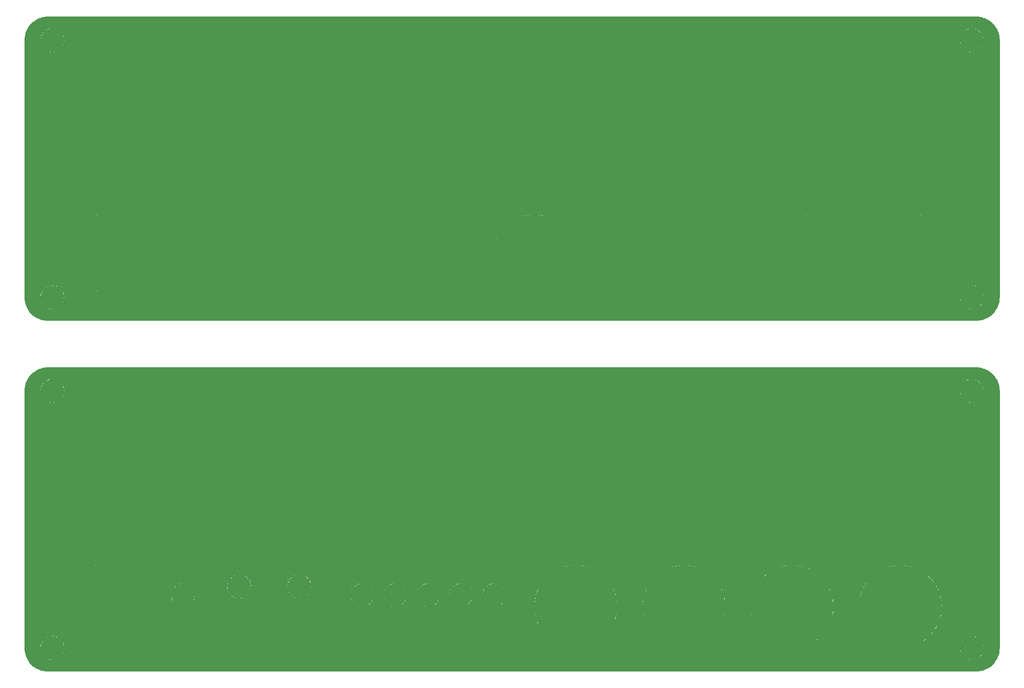
<source format=gbr>
%TF.GenerationSoftware,KiCad,Pcbnew,(6.0.10)*%
%TF.CreationDate,2023-06-06T15:11:35-03:00*%
%TF.ProjectId,side-panels,73696465-2d70-4616-9e65-6c732e6b6963,rev?*%
%TF.SameCoordinates,Original*%
%TF.FileFunction,Copper,L2,Bot*%
%TF.FilePolarity,Positive*%
%FSLAX46Y46*%
G04 Gerber Fmt 4.6, Leading zero omitted, Abs format (unit mm)*
G04 Created by KiCad (PCBNEW (6.0.10)) date 2023-06-06 15:11:35*
%MOMM*%
%LPD*%
G01*
G04 APERTURE LIST*
G04 APERTURE END LIST*
%TA.AperFunction,NonConductor*%
G36*
X76390290Y-25352017D02*
G01*
X76653823Y-25374841D01*
X76671401Y-25377625D01*
X76929101Y-25437357D01*
X76946103Y-25442587D01*
X77192818Y-25538034D01*
X77208911Y-25545608D01*
X77439714Y-25674864D01*
X77454590Y-25684635D01*
X77664872Y-25845117D01*
X77678222Y-25856887D01*
X77863794Y-26045396D01*
X77875353Y-26058930D01*
X78032353Y-26271490D01*
X78032510Y-26271703D01*
X78042047Y-26286731D01*
X78167659Y-26519533D01*
X78174983Y-26535753D01*
X78266538Y-26783925D01*
X78271504Y-26801017D01*
X78327180Y-27059622D01*
X78329687Y-27077242D01*
X78348545Y-27343571D01*
X78348798Y-27356429D01*
X78345257Y-27469082D01*
X78344198Y-27481896D01*
X78308653Y-27746536D01*
X78305043Y-27763964D01*
X78233243Y-28018548D01*
X78227216Y-28035292D01*
X78120249Y-28277244D01*
X78111927Y-28292961D01*
X77971950Y-28517407D01*
X77961490Y-28531805D01*
X77918382Y-28583088D01*
X77791273Y-28734302D01*
X77778887Y-28747083D01*
X77581845Y-28923569D01*
X77567782Y-28934477D01*
X77347839Y-29081438D01*
X77332379Y-29090256D01*
X77093924Y-29204761D01*
X77077379Y-29211312D01*
X76825159Y-29291078D01*
X76807861Y-29295231D01*
X76711290Y-29311305D01*
X76546922Y-29338663D01*
X76529204Y-29340338D01*
X76416559Y-29342993D01*
X76264752Y-29346571D01*
X76246981Y-29345733D01*
X76136805Y-29332693D01*
X75984283Y-29314640D01*
X75966801Y-29311305D01*
X75711108Y-29243510D01*
X75694269Y-29237744D01*
X75450689Y-29134601D01*
X75434831Y-29126521D01*
X75208211Y-28990084D01*
X75193650Y-28979851D01*
X74988510Y-28812842D01*
X74975535Y-28800658D01*
X74795976Y-28606411D01*
X74784848Y-28592521D01*
X74634449Y-28374912D01*
X74625389Y-28359592D01*
X74507153Y-28122965D01*
X74500342Y-28106522D01*
X74416625Y-27855592D01*
X74412199Y-27838353D01*
X74364675Y-27578135D01*
X74362722Y-27560445D01*
X74354339Y-27347097D01*
X74352336Y-27296121D01*
X74352895Y-27278334D01*
X74379857Y-27015190D01*
X74382917Y-26997658D01*
X74446688Y-26740931D01*
X74452186Y-26724009D01*
X74551495Y-26478829D01*
X74559324Y-26462848D01*
X74692184Y-26234111D01*
X74702188Y-26219390D01*
X74828685Y-26058930D01*
X74865954Y-26011654D01*
X74877931Y-25998491D01*
X75069335Y-25815901D01*
X75083049Y-25804556D01*
X75298271Y-25650756D01*
X75313447Y-25641457D01*
X75548178Y-25519525D01*
X75564511Y-25512456D01*
X75814104Y-25424805D01*
X75831272Y-25420109D01*
X76090707Y-25368504D01*
X76108364Y-25366273D01*
X76240429Y-25359005D01*
X76372495Y-25351737D01*
X76390290Y-25352017D01*
G37*
%TD.AperFunction*%
%TA.AperFunction,NonConductor*%
G36*
X231890290Y-25352017D02*
G01*
X232153823Y-25374841D01*
X232171401Y-25377625D01*
X232429101Y-25437357D01*
X232446103Y-25442587D01*
X232692818Y-25538034D01*
X232708911Y-25545608D01*
X232939714Y-25674864D01*
X232954590Y-25684635D01*
X233164872Y-25845117D01*
X233178222Y-25856887D01*
X233363794Y-26045396D01*
X233375353Y-26058930D01*
X233532353Y-26271490D01*
X233532510Y-26271703D01*
X233542047Y-26286731D01*
X233667659Y-26519533D01*
X233674983Y-26535753D01*
X233766538Y-26783925D01*
X233771504Y-26801017D01*
X233827180Y-27059622D01*
X233829687Y-27077242D01*
X233848545Y-27343571D01*
X233848798Y-27356429D01*
X233845257Y-27469082D01*
X233844198Y-27481896D01*
X233808653Y-27746536D01*
X233805043Y-27763964D01*
X233733243Y-28018548D01*
X233727216Y-28035292D01*
X233620249Y-28277244D01*
X233611927Y-28292961D01*
X233471950Y-28517407D01*
X233461490Y-28531805D01*
X233418382Y-28583088D01*
X233291273Y-28734302D01*
X233278887Y-28747083D01*
X233081845Y-28923569D01*
X233067782Y-28934477D01*
X232847839Y-29081438D01*
X232832379Y-29090256D01*
X232593924Y-29204761D01*
X232577379Y-29211312D01*
X232325159Y-29291078D01*
X232307861Y-29295231D01*
X232211290Y-29311305D01*
X232046922Y-29338663D01*
X232029204Y-29340338D01*
X231916559Y-29342993D01*
X231764752Y-29346571D01*
X231746981Y-29345733D01*
X231636805Y-29332693D01*
X231484283Y-29314640D01*
X231466801Y-29311305D01*
X231211108Y-29243510D01*
X231194269Y-29237744D01*
X230950689Y-29134601D01*
X230934831Y-29126521D01*
X230708211Y-28990084D01*
X230693650Y-28979851D01*
X230488510Y-28812842D01*
X230475535Y-28800658D01*
X230295976Y-28606411D01*
X230284848Y-28592521D01*
X230134449Y-28374912D01*
X230125389Y-28359592D01*
X230007153Y-28122965D01*
X230000342Y-28106522D01*
X229916625Y-27855592D01*
X229912199Y-27838353D01*
X229864675Y-27578135D01*
X229862722Y-27560445D01*
X229854339Y-27347097D01*
X229852336Y-27296121D01*
X229852895Y-27278334D01*
X229879857Y-27015190D01*
X229882917Y-26997658D01*
X229946688Y-26740931D01*
X229952186Y-26724009D01*
X230051495Y-26478829D01*
X230059324Y-26462848D01*
X230192184Y-26234111D01*
X230202188Y-26219390D01*
X230328685Y-26058930D01*
X230365954Y-26011654D01*
X230377931Y-25998491D01*
X230569335Y-25815901D01*
X230583049Y-25804556D01*
X230798271Y-25650756D01*
X230813447Y-25641457D01*
X231048178Y-25519525D01*
X231064511Y-25512456D01*
X231314104Y-25424805D01*
X231331272Y-25420109D01*
X231590707Y-25368504D01*
X231608364Y-25366273D01*
X231740429Y-25359005D01*
X231872495Y-25351737D01*
X231890290Y-25352017D01*
G37*
%TD.AperFunction*%
%TA.AperFunction,NonConductor*%
G36*
X223191121Y-56871002D02*
G01*
X223237614Y-56924658D01*
X223249000Y-56977000D01*
X223249000Y-64723000D01*
X223228998Y-64791121D01*
X223175342Y-64837614D01*
X223123000Y-64849000D01*
X212377000Y-64849000D01*
X212308879Y-64828998D01*
X212262386Y-64775342D01*
X212251000Y-64723000D01*
X212251000Y-56977000D01*
X212271002Y-56908879D01*
X212324658Y-56862386D01*
X212377000Y-56851000D01*
X223123000Y-56851000D01*
X223191121Y-56871002D01*
G37*
%TD.AperFunction*%
%TA.AperFunction,NonConductor*%
G36*
X203791121Y-56871002D02*
G01*
X203837614Y-56924658D01*
X203849000Y-56977000D01*
X203849000Y-69723000D01*
X203828998Y-69791121D01*
X203775342Y-69837614D01*
X203723000Y-69849000D01*
X171977000Y-69849000D01*
X171908879Y-69828998D01*
X171862386Y-69775342D01*
X171851000Y-69723000D01*
X171851000Y-56977000D01*
X171871002Y-56908879D01*
X171924658Y-56862386D01*
X171977000Y-56851000D01*
X203723000Y-56851000D01*
X203791121Y-56871002D01*
G37*
%TD.AperFunction*%
%TA.AperFunction,NonConductor*%
G36*
X137791121Y-56871002D02*
G01*
X137837614Y-56924658D01*
X137849000Y-56977000D01*
X137849000Y-69723000D01*
X137828998Y-69791121D01*
X137775342Y-69837614D01*
X137723000Y-69849000D01*
X83977000Y-69849000D01*
X83908879Y-69828998D01*
X83862386Y-69775342D01*
X83851000Y-69723000D01*
X83851000Y-56977000D01*
X83871002Y-56908879D01*
X83924658Y-56862386D01*
X83977000Y-56851000D01*
X137723000Y-56851000D01*
X137791121Y-56871002D01*
G37*
%TD.AperFunction*%
%TA.AperFunction,NonConductor*%
G36*
X158111518Y-56860786D02*
G01*
X158368324Y-56870395D01*
X158377719Y-56871099D01*
X158888469Y-56928646D01*
X158897789Y-56930051D01*
X159375101Y-57020364D01*
X159402784Y-57025602D01*
X159411970Y-57027698D01*
X159908445Y-57160728D01*
X159917449Y-57163506D01*
X160402579Y-57333260D01*
X160411319Y-57336690D01*
X160872505Y-57537903D01*
X160882425Y-57542231D01*
X160890914Y-57546319D01*
X161099691Y-57656660D01*
X161345348Y-57786493D01*
X161353493Y-57791197D01*
X161788698Y-58064655D01*
X161796463Y-58069949D01*
X162210023Y-58375170D01*
X162217368Y-58381027D01*
X162602859Y-58712769D01*
X162606957Y-58716296D01*
X162613864Y-58722705D01*
X162977295Y-59086136D01*
X162983703Y-59093042D01*
X163318973Y-59482632D01*
X163324830Y-59489977D01*
X163630051Y-59903537D01*
X163635345Y-59911302D01*
X163907898Y-60345066D01*
X163908799Y-60346500D01*
X163913511Y-60354660D01*
X164153681Y-60809086D01*
X164157767Y-60817572D01*
X164363310Y-61288681D01*
X164366744Y-61297432D01*
X164536494Y-61782551D01*
X164539272Y-61791555D01*
X164672302Y-62288030D01*
X164674398Y-62297216D01*
X164769949Y-62802213D01*
X164771354Y-62811531D01*
X164828901Y-63322281D01*
X164829605Y-63331676D01*
X164848824Y-63845288D01*
X164848824Y-63854712D01*
X164829605Y-64368324D01*
X164828901Y-64377719D01*
X164771354Y-64888469D01*
X164769949Y-64897787D01*
X164674398Y-65402784D01*
X164672302Y-65411970D01*
X164539272Y-65908446D01*
X164536494Y-65917450D01*
X164366744Y-66402568D01*
X164363310Y-66411319D01*
X164157769Y-66882425D01*
X164153681Y-66890914D01*
X163913511Y-67345340D01*
X163908803Y-67353493D01*
X163635345Y-67788698D01*
X163630051Y-67796463D01*
X163324834Y-68210016D01*
X163318969Y-68217371D01*
X162983696Y-68606965D01*
X162977287Y-68613872D01*
X162613864Y-68977295D01*
X162606958Y-68983703D01*
X162217368Y-69318973D01*
X162210023Y-69324830D01*
X161796463Y-69630051D01*
X161788698Y-69635345D01*
X161516662Y-69806277D01*
X161380414Y-69891887D01*
X161313378Y-69911200D01*
X154386622Y-69911200D01*
X154319586Y-69891887D01*
X154183338Y-69806277D01*
X153911302Y-69635345D01*
X153903537Y-69630051D01*
X153489977Y-69324830D01*
X153482632Y-69318973D01*
X153093042Y-68983703D01*
X153086136Y-68977295D01*
X152722713Y-68613872D01*
X152716304Y-68606965D01*
X152381031Y-68217371D01*
X152375166Y-68210016D01*
X152069949Y-67796463D01*
X152064655Y-67788698D01*
X151791197Y-67353493D01*
X151786489Y-67345340D01*
X151546319Y-66890914D01*
X151542231Y-66882425D01*
X151336690Y-66411319D01*
X151333256Y-66402568D01*
X151163506Y-65917450D01*
X151160728Y-65908446D01*
X151027698Y-65411970D01*
X151025602Y-65402784D01*
X150930051Y-64897787D01*
X150928646Y-64888469D01*
X150871099Y-64377719D01*
X150870395Y-64368324D01*
X150851176Y-63854712D01*
X150851176Y-63845288D01*
X150870395Y-63331676D01*
X150871099Y-63322281D01*
X150928646Y-62811531D01*
X150930051Y-62802213D01*
X151025602Y-62297216D01*
X151027698Y-62288030D01*
X151160728Y-61791555D01*
X151163506Y-61782551D01*
X151333256Y-61297432D01*
X151336690Y-61288681D01*
X151542233Y-60817572D01*
X151546319Y-60809086D01*
X151786489Y-60354660D01*
X151791201Y-60346500D01*
X151792102Y-60345066D01*
X152064655Y-59911302D01*
X152069949Y-59903537D01*
X152375170Y-59489977D01*
X152381027Y-59482632D01*
X152716297Y-59093042D01*
X152722705Y-59086136D01*
X153086136Y-58722705D01*
X153093043Y-58716296D01*
X153097141Y-58712769D01*
X153482632Y-58381027D01*
X153489977Y-58375170D01*
X153903537Y-58069949D01*
X153911302Y-58064655D01*
X154346507Y-57791197D01*
X154354652Y-57786493D01*
X154600309Y-57656660D01*
X154809086Y-57546319D01*
X154817575Y-57542231D01*
X154827495Y-57537903D01*
X155288681Y-57336690D01*
X155297421Y-57333260D01*
X155782551Y-57163506D01*
X155791555Y-57160728D01*
X156288030Y-57027698D01*
X156297216Y-57025602D01*
X156324900Y-57020364D01*
X156802211Y-56930051D01*
X156811531Y-56928646D01*
X157322281Y-56871099D01*
X157331676Y-56870395D01*
X157588482Y-56860786D01*
X157845296Y-56851176D01*
X157854704Y-56851176D01*
X158111518Y-56860786D01*
G37*
%TD.AperFunction*%
%TA.AperFunction,NonConductor*%
G36*
X231890290Y-68852017D02*
G01*
X232153823Y-68874841D01*
X232171401Y-68877625D01*
X232429101Y-68937357D01*
X232446103Y-68942587D01*
X232692818Y-69038034D01*
X232708911Y-69045608D01*
X232939714Y-69174864D01*
X232954590Y-69184635D01*
X233164872Y-69345117D01*
X233178222Y-69356887D01*
X233363794Y-69545396D01*
X233375353Y-69558930D01*
X233532353Y-69771490D01*
X233532510Y-69771703D01*
X233542047Y-69786731D01*
X233667659Y-70019533D01*
X233674983Y-70035753D01*
X233766538Y-70283925D01*
X233771504Y-70301017D01*
X233827180Y-70559622D01*
X233829687Y-70577242D01*
X233848545Y-70843571D01*
X233848798Y-70856424D01*
X233848446Y-70867618D01*
X233845257Y-70969082D01*
X233844198Y-70981896D01*
X233831272Y-71078135D01*
X233812665Y-71216669D01*
X233808653Y-71246536D01*
X233805043Y-71263964D01*
X233733243Y-71518548D01*
X233727216Y-71535292D01*
X233620249Y-71777244D01*
X233611927Y-71792961D01*
X233514050Y-71949902D01*
X233471950Y-72017407D01*
X233461490Y-72031805D01*
X233418382Y-72083088D01*
X233291273Y-72234302D01*
X233278887Y-72247083D01*
X233081845Y-72423569D01*
X233067782Y-72434477D01*
X232847839Y-72581438D01*
X232832379Y-72590256D01*
X232593924Y-72704761D01*
X232577379Y-72711312D01*
X232325159Y-72791078D01*
X232307861Y-72795231D01*
X232211290Y-72811305D01*
X232046922Y-72838663D01*
X232029204Y-72840338D01*
X231916559Y-72842993D01*
X231764752Y-72846571D01*
X231746981Y-72845733D01*
X231636805Y-72832693D01*
X231484283Y-72814640D01*
X231466801Y-72811305D01*
X231211108Y-72743510D01*
X231194269Y-72737744D01*
X230950689Y-72634601D01*
X230934831Y-72626521D01*
X230708211Y-72490084D01*
X230693650Y-72479851D01*
X230488510Y-72312842D01*
X230475535Y-72300658D01*
X230474504Y-72299542D01*
X230295976Y-72106411D01*
X230284848Y-72092521D01*
X230134449Y-71874912D01*
X230125389Y-71859592D01*
X230007153Y-71622965D01*
X230000342Y-71606522D01*
X229916625Y-71355592D01*
X229912199Y-71338353D01*
X229864675Y-71078135D01*
X229862722Y-71060445D01*
X229855145Y-70867618D01*
X229852336Y-70796121D01*
X229852895Y-70778334D01*
X229879857Y-70515190D01*
X229882917Y-70497658D01*
X229946688Y-70240931D01*
X229952186Y-70224009D01*
X230051495Y-69978829D01*
X230059324Y-69962848D01*
X230192184Y-69734111D01*
X230202188Y-69719390D01*
X230267027Y-69637143D01*
X230365954Y-69511654D01*
X230377931Y-69498491D01*
X230569335Y-69315901D01*
X230583049Y-69304556D01*
X230798271Y-69150756D01*
X230813447Y-69141457D01*
X231048178Y-69019525D01*
X231064511Y-69012456D01*
X231314104Y-68924805D01*
X231331272Y-68920109D01*
X231590707Y-68868504D01*
X231608364Y-68866273D01*
X231740429Y-68859005D01*
X231872495Y-68851737D01*
X231890290Y-68852017D01*
G37*
%TD.AperFunction*%
%TA.AperFunction,NonConductor*%
G36*
X76390290Y-68852017D02*
G01*
X76653823Y-68874841D01*
X76671401Y-68877625D01*
X76929101Y-68937357D01*
X76946103Y-68942587D01*
X77192818Y-69038034D01*
X77208911Y-69045608D01*
X77439714Y-69174864D01*
X77454590Y-69184635D01*
X77664872Y-69345117D01*
X77678222Y-69356887D01*
X77863794Y-69545396D01*
X77875353Y-69558930D01*
X78032353Y-69771490D01*
X78032510Y-69771703D01*
X78042047Y-69786731D01*
X78167659Y-70019533D01*
X78174983Y-70035753D01*
X78266538Y-70283925D01*
X78271504Y-70301017D01*
X78327180Y-70559622D01*
X78329687Y-70577242D01*
X78348545Y-70843571D01*
X78348798Y-70856424D01*
X78348446Y-70867618D01*
X78345257Y-70969082D01*
X78344198Y-70981896D01*
X78331272Y-71078135D01*
X78312665Y-71216669D01*
X78308653Y-71246536D01*
X78305043Y-71263964D01*
X78233243Y-71518548D01*
X78227216Y-71535292D01*
X78120249Y-71777244D01*
X78111927Y-71792961D01*
X78014050Y-71949902D01*
X77971950Y-72017407D01*
X77961490Y-72031805D01*
X77918382Y-72083088D01*
X77791273Y-72234302D01*
X77778887Y-72247083D01*
X77581845Y-72423569D01*
X77567782Y-72434477D01*
X77347839Y-72581438D01*
X77332379Y-72590256D01*
X77093924Y-72704761D01*
X77077379Y-72711312D01*
X76825159Y-72791078D01*
X76807861Y-72795231D01*
X76711290Y-72811305D01*
X76546922Y-72838663D01*
X76529204Y-72840338D01*
X76416559Y-72842993D01*
X76264752Y-72846571D01*
X76246981Y-72845733D01*
X76136805Y-72832693D01*
X75984283Y-72814640D01*
X75966801Y-72811305D01*
X75711108Y-72743510D01*
X75694269Y-72737744D01*
X75450689Y-72634601D01*
X75434831Y-72626521D01*
X75208211Y-72490084D01*
X75193650Y-72479851D01*
X74988510Y-72312842D01*
X74975535Y-72300658D01*
X74974504Y-72299542D01*
X74795976Y-72106411D01*
X74784848Y-72092521D01*
X74634449Y-71874912D01*
X74625389Y-71859592D01*
X74507153Y-71622965D01*
X74500342Y-71606522D01*
X74416625Y-71355592D01*
X74412199Y-71338353D01*
X74364675Y-71078135D01*
X74362722Y-71060445D01*
X74355145Y-70867618D01*
X74352336Y-70796121D01*
X74352895Y-70778334D01*
X74379857Y-70515190D01*
X74382917Y-70497658D01*
X74446688Y-70240931D01*
X74452186Y-70224009D01*
X74551495Y-69978829D01*
X74559324Y-69962848D01*
X74692184Y-69734111D01*
X74702188Y-69719390D01*
X74767027Y-69637143D01*
X74865954Y-69511654D01*
X74877931Y-69498491D01*
X75069335Y-69315901D01*
X75083049Y-69304556D01*
X75298271Y-69150756D01*
X75313447Y-69141457D01*
X75548178Y-69019525D01*
X75564511Y-69012456D01*
X75814104Y-68924805D01*
X75831272Y-68920109D01*
X76090707Y-68868504D01*
X76108364Y-68866273D01*
X76240429Y-68859005D01*
X76372495Y-68851737D01*
X76390290Y-68852017D01*
G37*
%TD.AperFunction*%
%TA.AperFunction,NonConductor*%
G36*
X232599962Y-23351066D02*
G01*
X232600000Y-23351082D01*
X232600034Y-23351068D01*
X232602903Y-23351134D01*
X232963163Y-23367790D01*
X232974752Y-23368864D01*
X233329050Y-23418287D01*
X233340489Y-23420426D01*
X233536692Y-23466572D01*
X233688711Y-23502326D01*
X233699893Y-23505507D01*
X233869491Y-23562351D01*
X234039081Y-23619193D01*
X234049933Y-23623397D01*
X234377183Y-23767891D01*
X234387601Y-23773079D01*
X234693084Y-23943232D01*
X234700107Y-23947144D01*
X234710002Y-23953270D01*
X235005130Y-24155437D01*
X235014418Y-24162451D01*
X235289634Y-24390987D01*
X235298234Y-24398828D01*
X235551172Y-24651766D01*
X235559013Y-24660366D01*
X235787549Y-24935582D01*
X235794563Y-24944870D01*
X235996730Y-25239998D01*
X236002856Y-25249893D01*
X236176921Y-25562399D01*
X236182109Y-25572817D01*
X236326603Y-25900067D01*
X236330807Y-25910919D01*
X236380416Y-26058930D01*
X236439132Y-26234111D01*
X236444490Y-26250098D01*
X236447675Y-26261293D01*
X236529574Y-26609511D01*
X236531713Y-26620950D01*
X236581136Y-26975248D01*
X236582210Y-26986837D01*
X236598866Y-27347097D01*
X236598932Y-27349966D01*
X236598918Y-27350000D01*
X236598934Y-27350038D01*
X236599000Y-27352916D01*
X236599000Y-70847084D01*
X236598934Y-70849962D01*
X236598918Y-70850000D01*
X236598932Y-70850034D01*
X236598866Y-70852903D01*
X236582210Y-71213163D01*
X236581136Y-71224752D01*
X236531713Y-71579050D01*
X236529574Y-71590489D01*
X236447675Y-71938707D01*
X236444490Y-71949902D01*
X236330807Y-72289081D01*
X236326603Y-72299933D01*
X236182109Y-72627183D01*
X236176921Y-72637601D01*
X236002856Y-72950107D01*
X235996730Y-72960002D01*
X235794563Y-73255130D01*
X235787549Y-73264418D01*
X235559013Y-73539634D01*
X235551172Y-73548234D01*
X235298234Y-73801172D01*
X235289634Y-73809013D01*
X235014418Y-74037549D01*
X235005130Y-74044563D01*
X234710002Y-74246730D01*
X234700109Y-74252855D01*
X234602910Y-74306994D01*
X234387601Y-74426921D01*
X234377183Y-74432109D01*
X234049933Y-74576603D01*
X234039081Y-74580807D01*
X233869492Y-74637648D01*
X233699893Y-74694493D01*
X233688711Y-74697674D01*
X233665883Y-74703043D01*
X233340489Y-74779574D01*
X233329050Y-74781713D01*
X232974752Y-74831136D01*
X232963163Y-74832210D01*
X232602903Y-74848866D01*
X232600034Y-74848932D01*
X232600000Y-74848918D01*
X232599962Y-74848934D01*
X232597084Y-74849000D01*
X75602916Y-74849000D01*
X75600038Y-74848934D01*
X75600000Y-74848918D01*
X75599966Y-74848932D01*
X75597097Y-74848866D01*
X75236837Y-74832210D01*
X75225248Y-74831136D01*
X74870950Y-74781713D01*
X74859511Y-74779574D01*
X74534117Y-74703043D01*
X74511289Y-74697674D01*
X74500107Y-74694493D01*
X74330508Y-74637648D01*
X74160919Y-74580807D01*
X74150067Y-74576603D01*
X73822817Y-74432109D01*
X73812399Y-74426921D01*
X73597090Y-74306994D01*
X73499891Y-74252855D01*
X73489998Y-74246730D01*
X73194870Y-74044563D01*
X73185582Y-74037549D01*
X72910366Y-73809013D01*
X72901766Y-73801172D01*
X72648828Y-73548234D01*
X72640987Y-73539634D01*
X72412451Y-73264418D01*
X72405437Y-73255130D01*
X72203270Y-72960002D01*
X72197144Y-72950107D01*
X72023079Y-72637601D01*
X72017891Y-72627183D01*
X71873397Y-72299933D01*
X71869193Y-72289081D01*
X71755510Y-71949902D01*
X71752325Y-71938707D01*
X71670426Y-71590489D01*
X71668287Y-71579050D01*
X71618864Y-71224752D01*
X71617790Y-71213163D01*
X71601134Y-70852903D01*
X71601068Y-70850034D01*
X71601082Y-70850000D01*
X71601066Y-70849962D01*
X71601000Y-70847084D01*
X71601000Y-70786987D01*
X74344879Y-70786987D01*
X74344888Y-70787210D01*
X74345058Y-70791533D01*
X74352034Y-70969082D01*
X74356004Y-71070139D01*
X74406915Y-71348900D01*
X74496595Y-71617705D01*
X74498587Y-71621692D01*
X74498588Y-71621694D01*
X74584167Y-71792964D01*
X74623256Y-71871194D01*
X74784370Y-72104306D01*
X74787392Y-72107575D01*
X74971931Y-72307208D01*
X74976723Y-72312392D01*
X75086599Y-72401845D01*
X75193014Y-72488481D01*
X75193019Y-72488484D01*
X75196476Y-72491299D01*
X75439245Y-72637458D01*
X75443340Y-72639192D01*
X75443342Y-72639193D01*
X75696085Y-72746216D01*
X75696092Y-72746218D01*
X75700186Y-72747952D01*
X75800287Y-72774493D01*
X75969795Y-72819438D01*
X75969799Y-72819439D01*
X75974092Y-72820577D01*
X75978501Y-72821099D01*
X75978507Y-72821100D01*
X76139276Y-72840128D01*
X76255499Y-72853884D01*
X76538792Y-72847208D01*
X76626968Y-72832531D01*
X76813927Y-72801413D01*
X76813931Y-72801412D01*
X76818317Y-72800682D01*
X76822558Y-72799341D01*
X76822561Y-72799340D01*
X77084253Y-72716578D01*
X77084255Y-72716577D01*
X77088499Y-72715235D01*
X77250171Y-72637601D01*
X77339926Y-72594501D01*
X77339927Y-72594500D01*
X77343945Y-72592571D01*
X77360607Y-72581438D01*
X77575858Y-72437613D01*
X77575862Y-72437610D01*
X77579560Y-72435139D01*
X77637407Y-72383326D01*
X77787318Y-72249055D01*
X77787323Y-72249050D01*
X77790641Y-72246078D01*
X77972978Y-72029162D01*
X78122932Y-71788719D01*
X78198537Y-71617705D01*
X78235713Y-71533613D01*
X78237511Y-71529546D01*
X78314430Y-71256814D01*
X78340805Y-71060445D01*
X78351725Y-70979147D01*
X78351726Y-70979140D01*
X78352152Y-70975965D01*
X78352368Y-70969082D01*
X78356010Y-70853222D01*
X78356010Y-70853217D01*
X78356111Y-70850000D01*
X78351649Y-70786987D01*
X229844879Y-70786987D01*
X229844888Y-70787210D01*
X229845058Y-70791533D01*
X229852034Y-70969082D01*
X229856004Y-71070139D01*
X229906915Y-71348900D01*
X229996595Y-71617705D01*
X229998587Y-71621692D01*
X229998588Y-71621694D01*
X230084167Y-71792964D01*
X230123256Y-71871194D01*
X230284370Y-72104306D01*
X230287392Y-72107575D01*
X230471931Y-72307208D01*
X230476723Y-72312392D01*
X230586599Y-72401845D01*
X230693014Y-72488481D01*
X230693019Y-72488484D01*
X230696476Y-72491299D01*
X230939245Y-72637458D01*
X230943340Y-72639192D01*
X230943342Y-72639193D01*
X231196085Y-72746216D01*
X231196092Y-72746218D01*
X231200186Y-72747952D01*
X231300287Y-72774493D01*
X231469795Y-72819438D01*
X231469799Y-72819439D01*
X231474092Y-72820577D01*
X231478501Y-72821099D01*
X231478507Y-72821100D01*
X231639276Y-72840128D01*
X231755499Y-72853884D01*
X232038792Y-72847208D01*
X232126968Y-72832531D01*
X232313927Y-72801413D01*
X232313931Y-72801412D01*
X232318317Y-72800682D01*
X232322558Y-72799341D01*
X232322561Y-72799340D01*
X232584253Y-72716578D01*
X232584255Y-72716577D01*
X232588499Y-72715235D01*
X232750171Y-72637601D01*
X232839926Y-72594501D01*
X232839927Y-72594500D01*
X232843945Y-72592571D01*
X232860607Y-72581438D01*
X233075858Y-72437613D01*
X233075862Y-72437610D01*
X233079560Y-72435139D01*
X233137407Y-72383326D01*
X233287318Y-72249055D01*
X233287323Y-72249050D01*
X233290641Y-72246078D01*
X233472978Y-72029162D01*
X233622932Y-71788719D01*
X233698537Y-71617705D01*
X233735713Y-71533613D01*
X233737511Y-71529546D01*
X233814430Y-71256814D01*
X233840805Y-71060445D01*
X233851725Y-70979147D01*
X233851726Y-70979140D01*
X233852152Y-70975965D01*
X233852368Y-70969082D01*
X233856010Y-70853222D01*
X233856010Y-70853217D01*
X233856111Y-70850000D01*
X233836097Y-70567336D01*
X233824871Y-70515190D01*
X233777392Y-70294660D01*
X233777392Y-70294658D01*
X233776456Y-70290313D01*
X233678376Y-70024457D01*
X233618314Y-69913142D01*
X233545929Y-69778988D01*
X233545929Y-69778987D01*
X233543816Y-69775072D01*
X233375459Y-69547135D01*
X233176665Y-69345194D01*
X233173126Y-69342493D01*
X233173119Y-69342487D01*
X232954946Y-69175983D01*
X232954942Y-69175980D01*
X232951401Y-69173278D01*
X232704161Y-69034816D01*
X232700012Y-69033211D01*
X232700008Y-69033209D01*
X232457447Y-68939370D01*
X232439878Y-68932573D01*
X232163825Y-68868588D01*
X232159393Y-68868204D01*
X232159386Y-68868203D01*
X231940863Y-68849277D01*
X231881511Y-68844136D01*
X231877076Y-68844380D01*
X231877072Y-68844380D01*
X231603011Y-68859463D01*
X231603004Y-68859464D01*
X231598568Y-68859708D01*
X231460640Y-68887143D01*
X231325013Y-68914121D01*
X231325008Y-68914122D01*
X231320641Y-68914991D01*
X231316438Y-68916467D01*
X231057485Y-69007404D01*
X231057482Y-69007405D01*
X231053277Y-69008882D01*
X231049324Y-69010935D01*
X231049318Y-69010938D01*
X230907090Y-69084820D01*
X230801810Y-69139509D01*
X230798195Y-69142092D01*
X230798189Y-69142096D01*
X230738662Y-69184635D01*
X230571257Y-69304265D01*
X230366218Y-69499862D01*
X230190785Y-69722398D01*
X230188553Y-69726240D01*
X230188550Y-69726245D01*
X230050695Y-69963579D01*
X230050692Y-69963585D01*
X230048457Y-69967433D01*
X230026947Y-70020539D01*
X229944536Y-70224003D01*
X229942075Y-70230078D01*
X229941004Y-70234391D01*
X229941002Y-70234396D01*
X229875607Y-70497658D01*
X229873761Y-70505091D01*
X229873307Y-70509519D01*
X229873307Y-70509521D01*
X229845766Y-70778334D01*
X229844879Y-70786987D01*
X78351649Y-70786987D01*
X78336097Y-70567336D01*
X78324871Y-70515190D01*
X78277392Y-70294660D01*
X78277392Y-70294658D01*
X78276456Y-70290313D01*
X78178376Y-70024457D01*
X78118314Y-69913142D01*
X78084245Y-69850000D01*
X83848918Y-69850000D01*
X83849000Y-69850198D01*
X83849235Y-69850765D01*
X83850000Y-69851082D01*
X83850198Y-69851000D01*
X137849802Y-69851000D01*
X137850000Y-69851082D01*
X137850765Y-69850765D01*
X137851000Y-69850198D01*
X137851082Y-69850000D01*
X137851000Y-69849802D01*
X137851000Y-63850000D01*
X150844101Y-63850000D01*
X150863691Y-64373552D01*
X150863955Y-64375893D01*
X150917496Y-64851082D01*
X150922351Y-64894175D01*
X150962775Y-65107817D01*
X151018586Y-65402784D01*
X151019754Y-65408959D01*
X151155353Y-65915025D01*
X151156135Y-65917258D01*
X151156135Y-65917260D01*
X151177160Y-65977344D01*
X151328393Y-66409542D01*
X151537903Y-66889746D01*
X151539010Y-66891840D01*
X151781612Y-67350866D01*
X151781619Y-67350878D01*
X151782714Y-67352950D01*
X152061455Y-67796563D01*
X152372568Y-68218107D01*
X152714313Y-68615222D01*
X153084779Y-68985687D01*
X153481893Y-69327432D01*
X153713670Y-69498491D01*
X153899111Y-69635352D01*
X153903437Y-69638545D01*
X154347051Y-69917287D01*
X154349459Y-69913115D01*
X154349661Y-69913142D01*
X154349802Y-69913200D01*
X154350105Y-69913200D01*
X154350280Y-69913223D01*
X154350310Y-69913200D01*
X154351359Y-69913200D01*
X154354937Y-69914211D01*
X154361725Y-69913200D01*
X161346669Y-69913200D01*
X161350819Y-69913596D01*
X161352949Y-69917287D01*
X161368290Y-69907648D01*
X161460036Y-69850000D01*
X171848918Y-69850000D01*
X171849000Y-69850198D01*
X171849235Y-69850765D01*
X171850000Y-69851082D01*
X171850198Y-69851000D01*
X203849802Y-69851000D01*
X203850000Y-69851082D01*
X203850765Y-69850765D01*
X203851000Y-69850198D01*
X203851082Y-69850000D01*
X203851000Y-69849802D01*
X203851000Y-64850000D01*
X212248918Y-64850000D01*
X212249000Y-64850198D01*
X212249235Y-64850765D01*
X212250000Y-64851082D01*
X212250198Y-64851000D01*
X223249802Y-64851000D01*
X223250000Y-64851082D01*
X223250765Y-64850765D01*
X223251000Y-64850198D01*
X223251082Y-64850000D01*
X223251000Y-64849802D01*
X223251000Y-56850198D01*
X223251082Y-56850000D01*
X223250765Y-56849235D01*
X223250198Y-56849000D01*
X223250000Y-56848918D01*
X223249802Y-56849000D01*
X212250198Y-56849000D01*
X212250000Y-56848918D01*
X212249802Y-56849000D01*
X212249235Y-56849235D01*
X212248918Y-56850000D01*
X212249000Y-56850198D01*
X212249000Y-64849802D01*
X212248918Y-64850000D01*
X203851000Y-64850000D01*
X203851000Y-56850198D01*
X203851082Y-56850000D01*
X203850765Y-56849235D01*
X203850198Y-56849000D01*
X203850000Y-56848918D01*
X203849802Y-56849000D01*
X171850198Y-56849000D01*
X171850000Y-56848918D01*
X171849802Y-56849000D01*
X171849235Y-56849235D01*
X171848918Y-56850000D01*
X171849000Y-56850198D01*
X171849000Y-69849802D01*
X171848918Y-69850000D01*
X161460036Y-69850000D01*
X161794566Y-69639800D01*
X161794570Y-69639797D01*
X161796563Y-69638545D01*
X161800890Y-69635352D01*
X161986330Y-69498491D01*
X162218107Y-69327432D01*
X162615221Y-68985687D01*
X162985687Y-68615222D01*
X163327432Y-68218107D01*
X163638545Y-67796563D01*
X163917286Y-67352950D01*
X163918381Y-67350878D01*
X163918388Y-67350866D01*
X164160990Y-66891840D01*
X164162097Y-66889746D01*
X164371607Y-66409542D01*
X164522840Y-65977344D01*
X164543865Y-65917260D01*
X164543865Y-65917258D01*
X164544647Y-65915025D01*
X164680246Y-65408959D01*
X164681415Y-65402784D01*
X164737225Y-65107817D01*
X164777649Y-64894175D01*
X164782505Y-64851082D01*
X164836045Y-64375893D01*
X164836309Y-64373552D01*
X164855899Y-63850000D01*
X164836309Y-63326449D01*
X164777649Y-62805825D01*
X164737225Y-62592183D01*
X164680686Y-62293364D01*
X164680683Y-62293352D01*
X164680246Y-62291041D01*
X164544647Y-61784975D01*
X164371607Y-61290458D01*
X164162097Y-60810254D01*
X163917287Y-60347051D01*
X163638545Y-59903437D01*
X163327432Y-59481893D01*
X162985687Y-59084779D01*
X162615222Y-58714313D01*
X162218107Y-58372568D01*
X161926058Y-58157026D01*
X161798463Y-58062857D01*
X161798458Y-58062854D01*
X161796563Y-58061455D01*
X161366459Y-57791201D01*
X161354935Y-57783960D01*
X161354930Y-57783957D01*
X161352950Y-57782713D01*
X160889746Y-57537903D01*
X160887597Y-57536965D01*
X160887592Y-57536963D01*
X160420688Y-57333256D01*
X160409542Y-57328393D01*
X159915025Y-57155353D01*
X159912755Y-57154745D01*
X159912746Y-57154742D01*
X159563657Y-57061205D01*
X159408959Y-57019754D01*
X159406648Y-57019317D01*
X159406636Y-57019314D01*
X159107817Y-56962775D01*
X158894175Y-56922351D01*
X158891835Y-56922087D01*
X158891826Y-56922086D01*
X158588914Y-56887957D01*
X158373551Y-56863691D01*
X157850000Y-56844101D01*
X157326449Y-56863691D01*
X157111086Y-56887957D01*
X156808174Y-56922086D01*
X156808165Y-56922087D01*
X156805825Y-56922351D01*
X156592183Y-56962775D01*
X156293364Y-57019314D01*
X156293352Y-57019317D01*
X156291041Y-57019754D01*
X156136343Y-57061205D01*
X155787254Y-57154742D01*
X155787245Y-57154745D01*
X155784975Y-57155353D01*
X155290458Y-57328393D01*
X155279312Y-57333256D01*
X154812408Y-57536963D01*
X154812403Y-57536965D01*
X154810254Y-57537903D01*
X154347050Y-57782713D01*
X154345070Y-57783957D01*
X154345065Y-57783960D01*
X154333541Y-57791201D01*
X153903437Y-58061455D01*
X153901542Y-58062854D01*
X153901537Y-58062857D01*
X153773942Y-58157026D01*
X153481893Y-58372568D01*
X153084778Y-58714313D01*
X152714313Y-59084779D01*
X152372568Y-59481893D01*
X152061455Y-59903437D01*
X151782713Y-60347051D01*
X151537903Y-60810254D01*
X151328393Y-61290458D01*
X151155353Y-61784975D01*
X151019754Y-62291041D01*
X151019317Y-62293352D01*
X151019314Y-62293364D01*
X150962775Y-62592183D01*
X150922351Y-62805825D01*
X150863691Y-63326449D01*
X150844101Y-63850000D01*
X137851000Y-63850000D01*
X137851000Y-56850198D01*
X137851082Y-56850000D01*
X137850765Y-56849235D01*
X137850198Y-56849000D01*
X137850000Y-56848918D01*
X137849802Y-56849000D01*
X83850198Y-56849000D01*
X83850000Y-56848918D01*
X83849802Y-56849000D01*
X83849235Y-56849235D01*
X83848918Y-56850000D01*
X83849000Y-56850198D01*
X83849000Y-69849802D01*
X83848918Y-69850000D01*
X78084245Y-69850000D01*
X78045929Y-69778988D01*
X78045929Y-69778987D01*
X78043816Y-69775072D01*
X77875459Y-69547135D01*
X77676665Y-69345194D01*
X77673126Y-69342493D01*
X77673119Y-69342487D01*
X77454946Y-69175983D01*
X77454942Y-69175980D01*
X77451401Y-69173278D01*
X77204161Y-69034816D01*
X77200012Y-69033211D01*
X77200008Y-69033209D01*
X76957447Y-68939370D01*
X76939878Y-68932573D01*
X76663825Y-68868588D01*
X76659393Y-68868204D01*
X76659386Y-68868203D01*
X76440863Y-68849277D01*
X76381511Y-68844136D01*
X76377076Y-68844380D01*
X76377072Y-68844380D01*
X76103011Y-68859463D01*
X76103004Y-68859464D01*
X76098568Y-68859708D01*
X75960640Y-68887143D01*
X75825013Y-68914121D01*
X75825008Y-68914122D01*
X75820641Y-68914991D01*
X75816438Y-68916467D01*
X75557485Y-69007404D01*
X75557482Y-69007405D01*
X75553277Y-69008882D01*
X75549324Y-69010935D01*
X75549318Y-69010938D01*
X75407090Y-69084820D01*
X75301810Y-69139509D01*
X75298195Y-69142092D01*
X75298189Y-69142096D01*
X75238662Y-69184635D01*
X75071257Y-69304265D01*
X74866218Y-69499862D01*
X74690785Y-69722398D01*
X74688553Y-69726240D01*
X74688550Y-69726245D01*
X74550695Y-69963579D01*
X74550692Y-69963585D01*
X74548457Y-69967433D01*
X74526947Y-70020539D01*
X74444536Y-70224003D01*
X74442075Y-70230078D01*
X74441004Y-70234391D01*
X74441002Y-70234396D01*
X74375607Y-70497658D01*
X74373761Y-70505091D01*
X74373307Y-70509519D01*
X74373307Y-70509521D01*
X74345766Y-70778334D01*
X74344879Y-70786987D01*
X71601000Y-70786987D01*
X71601000Y-27352916D01*
X71601066Y-27350038D01*
X71601082Y-27350000D01*
X71601068Y-27349966D01*
X71601134Y-27347097D01*
X71603913Y-27286987D01*
X74344879Y-27286987D01*
X74344888Y-27287210D01*
X74345058Y-27291533D01*
X74352034Y-27469082D01*
X74356004Y-27570139D01*
X74406915Y-27848900D01*
X74496595Y-28117705D01*
X74498587Y-28121692D01*
X74498588Y-28121694D01*
X74584167Y-28292964D01*
X74623256Y-28371194D01*
X74784370Y-28604306D01*
X74787392Y-28607575D01*
X74971931Y-28807208D01*
X74976723Y-28812392D01*
X75086600Y-28901846D01*
X75193014Y-28988481D01*
X75193019Y-28988484D01*
X75196476Y-28991299D01*
X75439245Y-29137458D01*
X75443340Y-29139192D01*
X75443342Y-29139193D01*
X75696085Y-29246216D01*
X75696092Y-29246218D01*
X75700186Y-29247952D01*
X75800287Y-29274493D01*
X75969795Y-29319438D01*
X75969799Y-29319439D01*
X75974092Y-29320577D01*
X75978501Y-29321099D01*
X75978507Y-29321100D01*
X76139276Y-29340128D01*
X76255499Y-29353884D01*
X76538792Y-29347208D01*
X76626968Y-29332531D01*
X76813927Y-29301413D01*
X76813931Y-29301412D01*
X76818317Y-29300682D01*
X76822558Y-29299341D01*
X76822561Y-29299340D01*
X77084253Y-29216578D01*
X77084255Y-29216577D01*
X77088499Y-29215235D01*
X77246855Y-29139193D01*
X77339926Y-29094501D01*
X77339927Y-29094500D01*
X77343945Y-29092571D01*
X77360607Y-29081438D01*
X77575858Y-28937613D01*
X77575862Y-28937610D01*
X77579560Y-28935139D01*
X77637407Y-28883326D01*
X77787318Y-28749055D01*
X77787323Y-28749050D01*
X77790641Y-28746078D01*
X77972978Y-28529162D01*
X78122932Y-28288719D01*
X78198537Y-28117705D01*
X78235713Y-28033613D01*
X78237511Y-28029546D01*
X78314430Y-27756814D01*
X78340805Y-27560445D01*
X78351725Y-27479147D01*
X78351726Y-27479140D01*
X78352152Y-27475965D01*
X78352368Y-27469082D01*
X78356010Y-27353222D01*
X78356010Y-27353217D01*
X78356111Y-27350000D01*
X78351649Y-27286987D01*
X229844879Y-27286987D01*
X229844888Y-27287210D01*
X229845058Y-27291533D01*
X229852034Y-27469082D01*
X229856004Y-27570139D01*
X229906915Y-27848900D01*
X229996595Y-28117705D01*
X229998587Y-28121692D01*
X229998588Y-28121694D01*
X230084167Y-28292964D01*
X230123256Y-28371194D01*
X230284370Y-28604306D01*
X230287392Y-28607575D01*
X230471931Y-28807208D01*
X230476723Y-28812392D01*
X230586599Y-28901845D01*
X230693014Y-28988481D01*
X230693019Y-28988484D01*
X230696476Y-28991299D01*
X230939245Y-29137458D01*
X230943340Y-29139192D01*
X230943342Y-29139193D01*
X231196085Y-29246216D01*
X231196092Y-29246218D01*
X231200186Y-29247952D01*
X231300287Y-29274493D01*
X231469795Y-29319438D01*
X231469799Y-29319439D01*
X231474092Y-29320577D01*
X231478501Y-29321099D01*
X231478507Y-29321100D01*
X231639276Y-29340128D01*
X231755499Y-29353884D01*
X232038792Y-29347208D01*
X232126968Y-29332531D01*
X232313927Y-29301413D01*
X232313931Y-29301412D01*
X232318317Y-29300682D01*
X232322558Y-29299341D01*
X232322561Y-29299340D01*
X232584253Y-29216578D01*
X232584255Y-29216577D01*
X232588499Y-29215235D01*
X232746855Y-29139193D01*
X232839926Y-29094501D01*
X232839927Y-29094500D01*
X232843945Y-29092571D01*
X232860607Y-29081438D01*
X233075858Y-28937613D01*
X233075862Y-28937610D01*
X233079560Y-28935139D01*
X233137407Y-28883326D01*
X233287318Y-28749055D01*
X233287323Y-28749050D01*
X233290641Y-28746078D01*
X233472978Y-28529162D01*
X233622932Y-28288719D01*
X233698537Y-28117705D01*
X233735713Y-28033613D01*
X233737511Y-28029546D01*
X233814430Y-27756814D01*
X233840805Y-27560445D01*
X233851725Y-27479147D01*
X233851726Y-27479140D01*
X233852152Y-27475965D01*
X233852368Y-27469082D01*
X233856010Y-27353222D01*
X233856010Y-27353217D01*
X233856111Y-27350000D01*
X233836097Y-27067336D01*
X233824871Y-27015190D01*
X233777392Y-26794660D01*
X233777392Y-26794658D01*
X233776456Y-26790313D01*
X233678376Y-26524457D01*
X233543816Y-26275072D01*
X233375459Y-26047135D01*
X233176665Y-25845194D01*
X233173126Y-25842493D01*
X233173119Y-25842487D01*
X232954946Y-25675983D01*
X232954942Y-25675980D01*
X232951401Y-25673278D01*
X232704161Y-25534816D01*
X232700012Y-25533211D01*
X232700008Y-25533209D01*
X232457447Y-25439370D01*
X232439878Y-25432573D01*
X232163825Y-25368588D01*
X232159393Y-25368204D01*
X232159386Y-25368203D01*
X231940863Y-25349277D01*
X231881511Y-25344136D01*
X231877076Y-25344380D01*
X231877072Y-25344380D01*
X231603011Y-25359463D01*
X231603004Y-25359464D01*
X231598568Y-25359708D01*
X231460640Y-25387143D01*
X231325013Y-25414121D01*
X231325008Y-25414122D01*
X231320641Y-25414991D01*
X231316438Y-25416467D01*
X231057485Y-25507404D01*
X231057482Y-25507405D01*
X231053277Y-25508882D01*
X231049324Y-25510935D01*
X231049318Y-25510938D01*
X230940710Y-25567356D01*
X230801810Y-25639509D01*
X230798195Y-25642092D01*
X230798189Y-25642096D01*
X230738662Y-25684635D01*
X230571257Y-25804265D01*
X230531190Y-25842487D01*
X230459455Y-25910919D01*
X230366218Y-25999862D01*
X230190785Y-26222398D01*
X230188553Y-26226240D01*
X230188550Y-26226245D01*
X230050695Y-26463579D01*
X230050692Y-26463585D01*
X230048457Y-26467433D01*
X230026947Y-26520539D01*
X229944536Y-26724003D01*
X229942075Y-26730078D01*
X229941004Y-26734391D01*
X229941002Y-26734396D01*
X229879166Y-26983331D01*
X229873761Y-27005091D01*
X229873307Y-27009519D01*
X229873307Y-27009521D01*
X229845766Y-27278334D01*
X229844879Y-27286987D01*
X78351649Y-27286987D01*
X78336097Y-27067336D01*
X78324871Y-27015190D01*
X78277392Y-26794660D01*
X78277392Y-26794658D01*
X78276456Y-26790313D01*
X78178376Y-26524457D01*
X78043816Y-26275072D01*
X77875459Y-26047135D01*
X77676665Y-25845194D01*
X77673126Y-25842493D01*
X77673119Y-25842487D01*
X77454946Y-25675983D01*
X77454942Y-25675980D01*
X77451401Y-25673278D01*
X77204161Y-25534816D01*
X77200012Y-25533211D01*
X77200008Y-25533209D01*
X76957447Y-25439370D01*
X76939878Y-25432573D01*
X76663825Y-25368588D01*
X76659393Y-25368204D01*
X76659386Y-25368203D01*
X76440863Y-25349277D01*
X76381511Y-25344136D01*
X76377076Y-25344380D01*
X76377072Y-25344380D01*
X76103011Y-25359463D01*
X76103004Y-25359464D01*
X76098568Y-25359708D01*
X75960640Y-25387143D01*
X75825013Y-25414121D01*
X75825008Y-25414122D01*
X75820641Y-25414991D01*
X75816438Y-25416467D01*
X75557485Y-25507404D01*
X75557482Y-25507405D01*
X75553277Y-25508882D01*
X75549324Y-25510935D01*
X75549318Y-25510938D01*
X75440710Y-25567356D01*
X75301810Y-25639509D01*
X75298195Y-25642092D01*
X75298189Y-25642096D01*
X75238662Y-25684635D01*
X75071257Y-25804265D01*
X75031190Y-25842487D01*
X74959455Y-25910919D01*
X74866218Y-25999862D01*
X74690785Y-26222398D01*
X74688553Y-26226240D01*
X74688550Y-26226245D01*
X74550695Y-26463579D01*
X74550692Y-26463585D01*
X74548457Y-26467433D01*
X74526947Y-26520539D01*
X74444536Y-26724003D01*
X74442075Y-26730078D01*
X74441004Y-26734391D01*
X74441002Y-26734396D01*
X74379166Y-26983331D01*
X74373761Y-27005091D01*
X74373307Y-27009519D01*
X74373307Y-27009521D01*
X74345766Y-27278334D01*
X74344879Y-27286987D01*
X71603913Y-27286987D01*
X71617790Y-26986837D01*
X71618864Y-26975248D01*
X71668287Y-26620950D01*
X71670426Y-26609511D01*
X71752325Y-26261293D01*
X71755510Y-26250098D01*
X71760869Y-26234111D01*
X71819584Y-26058930D01*
X71869193Y-25910919D01*
X71873397Y-25900067D01*
X72017891Y-25572817D01*
X72023079Y-25562399D01*
X72197144Y-25249893D01*
X72203270Y-25239998D01*
X72405437Y-24944870D01*
X72412451Y-24935582D01*
X72640987Y-24660366D01*
X72648828Y-24651766D01*
X72901766Y-24398828D01*
X72910366Y-24390987D01*
X73185582Y-24162451D01*
X73194870Y-24155437D01*
X73489998Y-23953270D01*
X73499893Y-23947144D01*
X73506917Y-23943232D01*
X73812399Y-23773079D01*
X73822817Y-23767891D01*
X74150067Y-23623397D01*
X74160919Y-23619193D01*
X74330509Y-23562351D01*
X74500107Y-23505507D01*
X74511289Y-23502326D01*
X74663308Y-23466572D01*
X74859511Y-23420426D01*
X74870950Y-23418287D01*
X75225248Y-23368864D01*
X75236837Y-23367790D01*
X75597097Y-23351134D01*
X75599966Y-23351068D01*
X75600000Y-23351082D01*
X75600038Y-23351066D01*
X75602916Y-23351000D01*
X232597084Y-23351000D01*
X232599962Y-23351066D01*
G37*
%TD.AperFunction*%
%TA.AperFunction,NonConductor*%
G36*
X76390290Y-84702017D02*
G01*
X76653823Y-84724841D01*
X76671401Y-84727625D01*
X76929101Y-84787357D01*
X76946103Y-84792587D01*
X77192818Y-84888034D01*
X77208911Y-84895608D01*
X77439714Y-85024864D01*
X77454590Y-85034635D01*
X77664872Y-85195117D01*
X77678222Y-85206887D01*
X77863794Y-85395396D01*
X77875353Y-85408930D01*
X78032353Y-85621490D01*
X78032510Y-85621703D01*
X78042047Y-85636731D01*
X78167659Y-85869533D01*
X78174983Y-85885753D01*
X78266538Y-86133925D01*
X78271504Y-86151017D01*
X78327180Y-86409622D01*
X78329687Y-86427242D01*
X78348545Y-86693571D01*
X78348798Y-86706429D01*
X78345257Y-86819082D01*
X78344198Y-86831896D01*
X78308653Y-87096536D01*
X78305043Y-87113964D01*
X78233243Y-87368548D01*
X78227216Y-87385292D01*
X78120249Y-87627244D01*
X78111927Y-87642961D01*
X77971950Y-87867407D01*
X77961490Y-87881805D01*
X77918382Y-87933088D01*
X77791273Y-88084302D01*
X77778887Y-88097083D01*
X77581845Y-88273569D01*
X77567782Y-88284477D01*
X77347839Y-88431438D01*
X77332379Y-88440256D01*
X77093924Y-88554761D01*
X77077379Y-88561312D01*
X76825159Y-88641078D01*
X76807861Y-88645231D01*
X76711290Y-88661305D01*
X76546922Y-88688663D01*
X76529204Y-88690338D01*
X76416559Y-88692993D01*
X76264752Y-88696571D01*
X76246981Y-88695733D01*
X76136805Y-88682693D01*
X75984283Y-88664640D01*
X75966801Y-88661305D01*
X75711108Y-88593510D01*
X75694269Y-88587744D01*
X75450689Y-88484601D01*
X75434831Y-88476521D01*
X75208211Y-88340084D01*
X75193650Y-88329851D01*
X74988510Y-88162842D01*
X74975535Y-88150658D01*
X74795976Y-87956411D01*
X74784848Y-87942521D01*
X74634449Y-87724912D01*
X74625389Y-87709592D01*
X74507153Y-87472965D01*
X74500342Y-87456522D01*
X74416625Y-87205592D01*
X74412199Y-87188353D01*
X74364675Y-86928135D01*
X74362722Y-86910445D01*
X74354339Y-86697097D01*
X74352336Y-86646121D01*
X74352895Y-86628334D01*
X74379857Y-86365190D01*
X74382917Y-86347658D01*
X74446688Y-86090931D01*
X74452186Y-86074009D01*
X74551495Y-85828829D01*
X74559324Y-85812848D01*
X74692184Y-85584111D01*
X74702188Y-85569390D01*
X74828685Y-85408930D01*
X74865954Y-85361654D01*
X74877931Y-85348491D01*
X75069335Y-85165901D01*
X75083049Y-85154556D01*
X75298271Y-85000756D01*
X75313447Y-84991457D01*
X75548178Y-84869525D01*
X75564511Y-84862456D01*
X75814104Y-84774805D01*
X75831272Y-84770109D01*
X76090707Y-84718504D01*
X76108364Y-84716273D01*
X76240429Y-84709005D01*
X76372495Y-84701737D01*
X76390290Y-84702017D01*
G37*
%TD.AperFunction*%
%TA.AperFunction,NonConductor*%
G36*
X231890290Y-84702017D02*
G01*
X232153823Y-84724841D01*
X232171401Y-84727625D01*
X232429101Y-84787357D01*
X232446103Y-84792587D01*
X232692818Y-84888034D01*
X232708911Y-84895608D01*
X232939714Y-85024864D01*
X232954590Y-85034635D01*
X233164872Y-85195117D01*
X233178222Y-85206887D01*
X233363794Y-85395396D01*
X233375353Y-85408930D01*
X233532353Y-85621490D01*
X233532510Y-85621703D01*
X233542047Y-85636731D01*
X233667659Y-85869533D01*
X233674983Y-85885753D01*
X233766538Y-86133925D01*
X233771504Y-86151017D01*
X233827180Y-86409622D01*
X233829687Y-86427242D01*
X233848545Y-86693571D01*
X233848798Y-86706429D01*
X233845257Y-86819082D01*
X233844198Y-86831896D01*
X233808653Y-87096536D01*
X233805043Y-87113964D01*
X233733243Y-87368548D01*
X233727216Y-87385292D01*
X233620249Y-87627244D01*
X233611927Y-87642961D01*
X233471950Y-87867407D01*
X233461490Y-87881805D01*
X233418382Y-87933088D01*
X233291273Y-88084302D01*
X233278887Y-88097083D01*
X233081845Y-88273569D01*
X233067782Y-88284477D01*
X232847839Y-88431438D01*
X232832379Y-88440256D01*
X232593924Y-88554761D01*
X232577379Y-88561312D01*
X232325159Y-88641078D01*
X232307861Y-88645231D01*
X232211290Y-88661305D01*
X232046922Y-88688663D01*
X232029204Y-88690338D01*
X231916559Y-88692993D01*
X231764752Y-88696571D01*
X231746981Y-88695733D01*
X231636805Y-88682693D01*
X231484283Y-88664640D01*
X231466801Y-88661305D01*
X231211108Y-88593510D01*
X231194269Y-88587744D01*
X230950689Y-88484601D01*
X230934831Y-88476521D01*
X230708211Y-88340084D01*
X230693650Y-88329851D01*
X230488510Y-88162842D01*
X230475535Y-88150658D01*
X230295976Y-87956411D01*
X230284848Y-87942521D01*
X230134449Y-87724912D01*
X230125389Y-87709592D01*
X230007153Y-87472965D01*
X230000342Y-87456522D01*
X229916625Y-87205592D01*
X229912199Y-87188353D01*
X229864675Y-86928135D01*
X229862722Y-86910445D01*
X229854339Y-86697097D01*
X229852336Y-86646121D01*
X229852895Y-86628334D01*
X229879857Y-86365190D01*
X229882917Y-86347658D01*
X229946688Y-86090931D01*
X229952186Y-86074009D01*
X230051495Y-85828829D01*
X230059324Y-85812848D01*
X230192184Y-85584111D01*
X230202188Y-85569390D01*
X230328685Y-85408930D01*
X230365954Y-85361654D01*
X230377931Y-85348491D01*
X230569335Y-85165901D01*
X230583049Y-85154556D01*
X230798271Y-85000756D01*
X230813447Y-84991457D01*
X231048178Y-84869525D01*
X231064511Y-84862456D01*
X231314104Y-84774805D01*
X231331272Y-84770109D01*
X231590707Y-84718504D01*
X231608364Y-84716273D01*
X231740429Y-84709005D01*
X231872495Y-84701737D01*
X231890290Y-84702017D01*
G37*
%TD.AperFunction*%
%TA.AperFunction,NonConductor*%
G36*
X107990290Y-117802017D02*
G01*
X108253823Y-117824841D01*
X108271401Y-117827625D01*
X108529101Y-117887357D01*
X108546103Y-117892587D01*
X108792818Y-117988034D01*
X108808911Y-117995608D01*
X109039714Y-118124864D01*
X109054590Y-118134635D01*
X109264872Y-118295117D01*
X109278222Y-118306887D01*
X109463794Y-118495396D01*
X109475353Y-118508930D01*
X109632353Y-118721490D01*
X109632510Y-118721703D01*
X109642047Y-118736731D01*
X109767659Y-118969533D01*
X109774983Y-118985753D01*
X109866538Y-119233925D01*
X109871504Y-119251017D01*
X109927180Y-119509622D01*
X109929687Y-119527242D01*
X109948545Y-119793571D01*
X109948798Y-119806429D01*
X109945257Y-119919082D01*
X109944198Y-119931896D01*
X109908653Y-120196536D01*
X109905043Y-120213964D01*
X109833243Y-120468548D01*
X109827216Y-120485292D01*
X109720249Y-120727244D01*
X109711927Y-120742961D01*
X109571950Y-120967407D01*
X109561490Y-120981805D01*
X109559403Y-120984288D01*
X109391273Y-121184302D01*
X109378887Y-121197083D01*
X109181845Y-121373569D01*
X109167782Y-121384477D01*
X108947839Y-121531438D01*
X108932379Y-121540256D01*
X108722496Y-121641041D01*
X108693924Y-121654761D01*
X108677379Y-121661312D01*
X108425159Y-121741078D01*
X108407861Y-121745231D01*
X108311290Y-121761305D01*
X108146922Y-121788663D01*
X108129204Y-121790338D01*
X108016559Y-121792993D01*
X107864752Y-121796571D01*
X107846981Y-121795733D01*
X107736805Y-121782693D01*
X107584283Y-121764640D01*
X107566801Y-121761305D01*
X107311108Y-121693510D01*
X107294269Y-121687744D01*
X107050689Y-121584601D01*
X107034831Y-121576521D01*
X106808211Y-121440084D01*
X106793650Y-121429851D01*
X106588510Y-121262842D01*
X106575535Y-121250658D01*
X106571950Y-121246779D01*
X106470706Y-121137254D01*
X106395976Y-121056411D01*
X106384848Y-121042521D01*
X106234449Y-120824912D01*
X106225389Y-120809592D01*
X106107153Y-120572965D01*
X106100342Y-120556522D01*
X106016625Y-120305592D01*
X106012199Y-120288353D01*
X105964675Y-120028135D01*
X105962722Y-120010445D01*
X105954446Y-119799831D01*
X105952336Y-119746121D01*
X105952895Y-119728334D01*
X105956101Y-119697051D01*
X105974514Y-119517336D01*
X105979857Y-119465190D01*
X105982917Y-119447658D01*
X106046688Y-119190931D01*
X106052186Y-119174009D01*
X106151495Y-118928829D01*
X106159324Y-118912848D01*
X106292184Y-118684111D01*
X106302188Y-118669390D01*
X106428685Y-118508930D01*
X106465954Y-118461654D01*
X106477931Y-118448491D01*
X106487387Y-118439471D01*
X106573633Y-118357196D01*
X106669335Y-118265901D01*
X106683049Y-118254556D01*
X106898271Y-118100756D01*
X106913447Y-118091457D01*
X107148178Y-117969525D01*
X107164511Y-117962456D01*
X107414104Y-117874805D01*
X107431272Y-117870109D01*
X107690707Y-117818504D01*
X107708364Y-117816273D01*
X107840429Y-117809005D01*
X107972495Y-117801737D01*
X107990290Y-117802017D01*
G37*
%TD.AperFunction*%
%TA.AperFunction,NonConductor*%
G36*
X118140290Y-117802017D02*
G01*
X118403823Y-117824841D01*
X118421401Y-117827625D01*
X118679101Y-117887357D01*
X118696103Y-117892587D01*
X118942818Y-117988034D01*
X118958911Y-117995608D01*
X119189714Y-118124864D01*
X119204590Y-118134635D01*
X119414872Y-118295117D01*
X119428222Y-118306887D01*
X119613794Y-118495396D01*
X119625353Y-118508930D01*
X119782353Y-118721490D01*
X119782510Y-118721703D01*
X119792047Y-118736731D01*
X119917659Y-118969533D01*
X119924983Y-118985753D01*
X120016538Y-119233925D01*
X120021504Y-119251017D01*
X120077180Y-119509622D01*
X120079687Y-119527242D01*
X120098545Y-119793571D01*
X120098798Y-119806429D01*
X120095257Y-119919082D01*
X120094198Y-119931896D01*
X120058653Y-120196536D01*
X120055043Y-120213964D01*
X119983243Y-120468548D01*
X119977216Y-120485292D01*
X119870249Y-120727244D01*
X119861927Y-120742961D01*
X119721950Y-120967407D01*
X119711490Y-120981805D01*
X119709403Y-120984288D01*
X119541273Y-121184302D01*
X119528887Y-121197083D01*
X119331845Y-121373569D01*
X119317782Y-121384477D01*
X119097839Y-121531438D01*
X119082379Y-121540256D01*
X118872496Y-121641041D01*
X118843924Y-121654761D01*
X118827379Y-121661312D01*
X118575159Y-121741078D01*
X118557861Y-121745231D01*
X118461290Y-121761305D01*
X118296922Y-121788663D01*
X118279204Y-121790338D01*
X118166559Y-121792993D01*
X118014752Y-121796571D01*
X117996981Y-121795733D01*
X117886805Y-121782693D01*
X117734283Y-121764640D01*
X117716801Y-121761305D01*
X117461108Y-121693510D01*
X117444269Y-121687744D01*
X117200689Y-121584601D01*
X117184831Y-121576521D01*
X116958211Y-121440084D01*
X116943650Y-121429851D01*
X116738510Y-121262842D01*
X116725535Y-121250658D01*
X116721950Y-121246779D01*
X116620706Y-121137254D01*
X116545976Y-121056411D01*
X116534848Y-121042521D01*
X116384449Y-120824912D01*
X116375389Y-120809592D01*
X116257153Y-120572965D01*
X116250342Y-120556522D01*
X116166625Y-120305592D01*
X116162199Y-120288353D01*
X116114675Y-120028135D01*
X116112722Y-120010445D01*
X116104446Y-119799831D01*
X116102336Y-119746121D01*
X116102895Y-119728334D01*
X116106101Y-119697051D01*
X116124514Y-119517336D01*
X116129857Y-119465190D01*
X116132917Y-119447658D01*
X116196688Y-119190931D01*
X116202186Y-119174009D01*
X116301495Y-118928829D01*
X116309324Y-118912848D01*
X116442184Y-118684111D01*
X116452188Y-118669390D01*
X116578685Y-118508930D01*
X116615954Y-118461654D01*
X116627931Y-118448491D01*
X116637387Y-118439471D01*
X116723633Y-118357196D01*
X116819335Y-118265901D01*
X116833049Y-118254556D01*
X117048271Y-118100756D01*
X117063447Y-118091457D01*
X117298178Y-117969525D01*
X117314511Y-117962456D01*
X117564104Y-117874805D01*
X117581272Y-117870109D01*
X117840707Y-117818504D01*
X117858364Y-117816273D01*
X117990429Y-117809005D01*
X118122495Y-117801737D01*
X118140290Y-117802017D01*
G37*
%TD.AperFunction*%
%TA.AperFunction,NonConductor*%
G36*
X139919504Y-119302010D02*
G01*
X140105385Y-119318109D01*
X140176001Y-119324225D01*
X140193580Y-119327009D01*
X140444399Y-119385146D01*
X140461410Y-119390380D01*
X140701518Y-119483271D01*
X140717622Y-119490849D01*
X140942262Y-119616654D01*
X140957138Y-119626425D01*
X141161807Y-119782623D01*
X141175150Y-119794386D01*
X141355780Y-119977876D01*
X141367332Y-119991403D01*
X141493639Y-120162408D01*
X141520293Y-120198495D01*
X141529827Y-120213517D01*
X141652089Y-120440108D01*
X141659412Y-120456327D01*
X141733217Y-120656382D01*
X141748523Y-120697872D01*
X141753488Y-120714959D01*
X141807681Y-120966674D01*
X141810186Y-120984281D01*
X141825297Y-121197695D01*
X141828545Y-121243571D01*
X141828798Y-121256424D01*
X141828596Y-121262842D01*
X141825356Y-121365942D01*
X141824297Y-121378757D01*
X141789692Y-121636396D01*
X141786082Y-121653822D01*
X141762784Y-121736433D01*
X141716199Y-121901611D01*
X141710170Y-121918358D01*
X141606066Y-122153835D01*
X141597738Y-122169563D01*
X141461494Y-122388024D01*
X141451034Y-122402421D01*
X141391736Y-122472965D01*
X141285371Y-122599502D01*
X141272985Y-122612283D01*
X141081200Y-122784061D01*
X141067144Y-122794964D01*
X140984347Y-122850288D01*
X140853066Y-122938007D01*
X140837606Y-122946825D01*
X140605518Y-123058272D01*
X140588973Y-123064823D01*
X140343491Y-123142459D01*
X140326186Y-123146614D01*
X140294185Y-123151940D01*
X140072218Y-123188885D01*
X140054500Y-123190560D01*
X139958562Y-123192821D01*
X139797108Y-123196626D01*
X139779338Y-123195788D01*
X139523652Y-123165526D01*
X139506172Y-123162192D01*
X139470272Y-123152673D01*
X139441895Y-123145149D01*
X139257308Y-123096206D01*
X139240470Y-123090441D01*
X139003383Y-122990048D01*
X138987525Y-122981967D01*
X138766956Y-122849174D01*
X138752395Y-122838940D01*
X138552742Y-122676397D01*
X138539767Y-122664214D01*
X138364997Y-122475149D01*
X138353869Y-122461259D01*
X138207486Y-122249460D01*
X138198426Y-122234140D01*
X138083347Y-122003831D01*
X138076536Y-121987388D01*
X137995054Y-121743158D01*
X137990628Y-121725919D01*
X137944373Y-121472648D01*
X137942420Y-121454958D01*
X137934854Y-121262392D01*
X137932312Y-121197691D01*
X137932871Y-121179905D01*
X137936801Y-121141555D01*
X137953927Y-120974399D01*
X137959113Y-120923786D01*
X137962173Y-120906254D01*
X138024241Y-120656382D01*
X138029741Y-120639455D01*
X138126395Y-120400828D01*
X138134225Y-120384845D01*
X138263538Y-120162216D01*
X138273542Y-120147495D01*
X138432935Y-119945306D01*
X138444913Y-119932142D01*
X138458604Y-119919082D01*
X138631211Y-119754423D01*
X138644916Y-119743086D01*
X138854393Y-119593390D01*
X138869563Y-119584094D01*
X138979007Y-119527242D01*
X139098047Y-119465406D01*
X139114369Y-119458343D01*
X139235835Y-119415687D01*
X139357295Y-119373034D01*
X139374461Y-119368338D01*
X139626974Y-119318109D01*
X139644632Y-119315878D01*
X139808805Y-119306843D01*
X139901710Y-119301730D01*
X139919504Y-119302010D01*
G37*
%TD.AperFunction*%
%TA.AperFunction,NonConductor*%
G36*
X134329504Y-119302010D02*
G01*
X134515385Y-119318109D01*
X134586001Y-119324225D01*
X134603580Y-119327009D01*
X134854399Y-119385146D01*
X134871410Y-119390380D01*
X135111518Y-119483271D01*
X135127622Y-119490849D01*
X135352262Y-119616654D01*
X135367138Y-119626425D01*
X135571807Y-119782623D01*
X135585150Y-119794386D01*
X135765780Y-119977876D01*
X135777332Y-119991403D01*
X135903639Y-120162408D01*
X135930293Y-120198495D01*
X135939827Y-120213517D01*
X136062089Y-120440108D01*
X136069412Y-120456327D01*
X136143217Y-120656382D01*
X136158523Y-120697872D01*
X136163488Y-120714959D01*
X136217681Y-120966674D01*
X136220186Y-120984281D01*
X136235297Y-121197695D01*
X136238545Y-121243571D01*
X136238798Y-121256424D01*
X136238596Y-121262842D01*
X136235356Y-121365942D01*
X136234297Y-121378757D01*
X136199692Y-121636396D01*
X136196082Y-121653822D01*
X136172784Y-121736433D01*
X136126199Y-121901611D01*
X136120170Y-121918358D01*
X136016066Y-122153835D01*
X136007738Y-122169563D01*
X135871494Y-122388024D01*
X135861034Y-122402421D01*
X135801736Y-122472965D01*
X135695371Y-122599502D01*
X135682985Y-122612283D01*
X135491200Y-122784061D01*
X135477144Y-122794964D01*
X135394347Y-122850288D01*
X135263066Y-122938007D01*
X135247606Y-122946825D01*
X135015518Y-123058272D01*
X134998973Y-123064823D01*
X134753491Y-123142459D01*
X134736186Y-123146614D01*
X134704185Y-123151940D01*
X134482218Y-123188885D01*
X134464500Y-123190560D01*
X134368562Y-123192821D01*
X134207108Y-123196626D01*
X134189338Y-123195788D01*
X133933652Y-123165526D01*
X133916172Y-123162192D01*
X133880272Y-123152673D01*
X133851895Y-123145149D01*
X133667308Y-123096206D01*
X133650470Y-123090441D01*
X133413383Y-122990048D01*
X133397525Y-122981967D01*
X133176956Y-122849174D01*
X133162395Y-122838940D01*
X132962742Y-122676397D01*
X132949767Y-122664214D01*
X132774997Y-122475149D01*
X132763869Y-122461259D01*
X132617486Y-122249460D01*
X132608426Y-122234140D01*
X132493347Y-122003831D01*
X132486536Y-121987388D01*
X132405054Y-121743158D01*
X132400628Y-121725919D01*
X132354373Y-121472648D01*
X132352420Y-121454958D01*
X132344854Y-121262392D01*
X132342312Y-121197691D01*
X132342871Y-121179905D01*
X132346801Y-121141555D01*
X132363927Y-120974399D01*
X132369113Y-120923786D01*
X132372173Y-120906254D01*
X132434241Y-120656382D01*
X132439741Y-120639455D01*
X132536395Y-120400828D01*
X132544225Y-120384845D01*
X132673538Y-120162216D01*
X132683542Y-120147495D01*
X132842935Y-119945306D01*
X132854913Y-119932142D01*
X132868604Y-119919082D01*
X133041211Y-119754423D01*
X133054916Y-119743086D01*
X133264393Y-119593390D01*
X133279563Y-119584094D01*
X133389007Y-119527242D01*
X133508047Y-119465406D01*
X133524369Y-119458343D01*
X133645835Y-119415687D01*
X133767295Y-119373034D01*
X133784461Y-119368338D01*
X134036974Y-119318109D01*
X134054632Y-119315878D01*
X134218805Y-119306843D01*
X134311710Y-119301730D01*
X134329504Y-119302010D01*
G37*
%TD.AperFunction*%
%TA.AperFunction,NonConductor*%
G36*
X128739504Y-119302010D02*
G01*
X128925385Y-119318109D01*
X128996001Y-119324225D01*
X129013580Y-119327009D01*
X129264399Y-119385146D01*
X129281410Y-119390380D01*
X129521518Y-119483271D01*
X129537622Y-119490849D01*
X129762262Y-119616654D01*
X129777138Y-119626425D01*
X129981807Y-119782623D01*
X129995150Y-119794386D01*
X130175780Y-119977876D01*
X130187332Y-119991403D01*
X130313639Y-120162408D01*
X130340293Y-120198495D01*
X130349827Y-120213517D01*
X130472089Y-120440108D01*
X130479412Y-120456327D01*
X130553217Y-120656382D01*
X130568523Y-120697872D01*
X130573488Y-120714959D01*
X130627681Y-120966674D01*
X130630186Y-120984281D01*
X130645297Y-121197695D01*
X130648545Y-121243571D01*
X130648798Y-121256424D01*
X130648596Y-121262842D01*
X130645356Y-121365942D01*
X130644297Y-121378757D01*
X130609692Y-121636396D01*
X130606082Y-121653822D01*
X130582784Y-121736433D01*
X130536199Y-121901611D01*
X130530170Y-121918358D01*
X130426066Y-122153835D01*
X130417738Y-122169563D01*
X130281494Y-122388024D01*
X130271034Y-122402421D01*
X130211736Y-122472965D01*
X130105371Y-122599502D01*
X130092985Y-122612283D01*
X129901200Y-122784061D01*
X129887144Y-122794964D01*
X129804347Y-122850288D01*
X129673066Y-122938007D01*
X129657606Y-122946825D01*
X129425518Y-123058272D01*
X129408973Y-123064823D01*
X129163491Y-123142459D01*
X129146186Y-123146614D01*
X129114185Y-123151940D01*
X128892218Y-123188885D01*
X128874500Y-123190560D01*
X128778562Y-123192821D01*
X128617108Y-123196626D01*
X128599338Y-123195788D01*
X128343652Y-123165526D01*
X128326172Y-123162192D01*
X128290272Y-123152673D01*
X128261895Y-123145149D01*
X128077308Y-123096206D01*
X128060470Y-123090441D01*
X127823383Y-122990048D01*
X127807525Y-122981967D01*
X127586956Y-122849174D01*
X127572395Y-122838940D01*
X127372742Y-122676397D01*
X127359767Y-122664214D01*
X127184997Y-122475149D01*
X127173869Y-122461259D01*
X127027486Y-122249460D01*
X127018426Y-122234140D01*
X126903347Y-122003831D01*
X126896536Y-121987388D01*
X126815054Y-121743158D01*
X126810628Y-121725919D01*
X126764373Y-121472648D01*
X126762420Y-121454958D01*
X126754854Y-121262392D01*
X126752312Y-121197691D01*
X126752871Y-121179905D01*
X126756801Y-121141555D01*
X126773927Y-120974399D01*
X126779113Y-120923786D01*
X126782173Y-120906254D01*
X126844241Y-120656382D01*
X126849741Y-120639455D01*
X126946395Y-120400828D01*
X126954225Y-120384845D01*
X127083538Y-120162216D01*
X127093542Y-120147495D01*
X127252935Y-119945306D01*
X127264913Y-119932142D01*
X127278604Y-119919082D01*
X127451211Y-119754423D01*
X127464916Y-119743086D01*
X127674393Y-119593390D01*
X127689563Y-119584094D01*
X127799007Y-119527242D01*
X127918047Y-119465406D01*
X127934369Y-119458343D01*
X128055835Y-119415687D01*
X128177295Y-119373034D01*
X128194461Y-119368338D01*
X128446974Y-119318109D01*
X128464632Y-119315878D01*
X128628805Y-119306843D01*
X128721710Y-119301730D01*
X128739504Y-119302010D01*
G37*
%TD.AperFunction*%
%TA.AperFunction,NonConductor*%
G36*
X98489504Y-119302010D02*
G01*
X98675385Y-119318109D01*
X98746001Y-119324225D01*
X98763580Y-119327009D01*
X99014399Y-119385146D01*
X99031410Y-119390380D01*
X99271518Y-119483271D01*
X99287622Y-119490849D01*
X99512262Y-119616654D01*
X99527138Y-119626425D01*
X99731807Y-119782623D01*
X99745150Y-119794386D01*
X99925780Y-119977876D01*
X99937332Y-119991403D01*
X100063639Y-120162408D01*
X100090293Y-120198495D01*
X100099827Y-120213517D01*
X100222089Y-120440108D01*
X100229412Y-120456327D01*
X100303217Y-120656382D01*
X100318523Y-120697872D01*
X100323488Y-120714959D01*
X100377681Y-120966674D01*
X100380186Y-120984281D01*
X100395297Y-121197695D01*
X100398545Y-121243571D01*
X100398798Y-121256424D01*
X100398596Y-121262842D01*
X100395356Y-121365942D01*
X100394297Y-121378757D01*
X100359692Y-121636396D01*
X100356082Y-121653822D01*
X100332784Y-121736433D01*
X100286199Y-121901611D01*
X100280170Y-121918358D01*
X100176066Y-122153835D01*
X100167738Y-122169563D01*
X100031494Y-122388024D01*
X100021034Y-122402421D01*
X99961736Y-122472965D01*
X99855371Y-122599502D01*
X99842985Y-122612283D01*
X99651200Y-122784061D01*
X99637144Y-122794964D01*
X99554347Y-122850288D01*
X99423066Y-122938007D01*
X99407606Y-122946825D01*
X99175518Y-123058272D01*
X99158973Y-123064823D01*
X98913491Y-123142459D01*
X98896186Y-123146614D01*
X98864185Y-123151940D01*
X98642218Y-123188885D01*
X98624500Y-123190560D01*
X98528562Y-123192821D01*
X98367108Y-123196626D01*
X98349338Y-123195788D01*
X98093652Y-123165526D01*
X98076172Y-123162192D01*
X98040272Y-123152673D01*
X98011895Y-123145149D01*
X97827308Y-123096206D01*
X97810470Y-123090441D01*
X97573383Y-122990048D01*
X97557525Y-122981967D01*
X97336956Y-122849174D01*
X97322395Y-122838940D01*
X97122742Y-122676397D01*
X97109767Y-122664214D01*
X96934997Y-122475149D01*
X96923869Y-122461259D01*
X96777486Y-122249460D01*
X96768426Y-122234140D01*
X96653347Y-122003831D01*
X96646536Y-121987388D01*
X96565054Y-121743158D01*
X96560628Y-121725919D01*
X96514373Y-121472648D01*
X96512420Y-121454958D01*
X96504854Y-121262392D01*
X96502312Y-121197691D01*
X96502871Y-121179905D01*
X96506801Y-121141555D01*
X96523927Y-120974399D01*
X96529113Y-120923786D01*
X96532173Y-120906254D01*
X96594241Y-120656382D01*
X96599741Y-120639455D01*
X96696395Y-120400828D01*
X96704225Y-120384845D01*
X96833538Y-120162216D01*
X96843542Y-120147495D01*
X97002935Y-119945306D01*
X97014913Y-119932142D01*
X97028604Y-119919082D01*
X97201211Y-119754423D01*
X97214916Y-119743086D01*
X97424393Y-119593390D01*
X97439563Y-119584094D01*
X97549007Y-119527242D01*
X97668047Y-119465406D01*
X97684369Y-119458343D01*
X97805835Y-119415687D01*
X97927295Y-119373034D01*
X97944461Y-119368338D01*
X98196974Y-119318109D01*
X98214632Y-119315878D01*
X98378805Y-119306843D01*
X98471710Y-119301730D01*
X98489504Y-119302010D01*
G37*
%TD.AperFunction*%
%TA.AperFunction,NonConductor*%
G36*
X151099504Y-119302010D02*
G01*
X151285385Y-119318109D01*
X151356001Y-119324225D01*
X151373580Y-119327009D01*
X151624399Y-119385146D01*
X151641410Y-119390380D01*
X151881518Y-119483271D01*
X151897622Y-119490849D01*
X152122262Y-119616654D01*
X152137138Y-119626425D01*
X152341807Y-119782623D01*
X152355150Y-119794386D01*
X152535780Y-119977876D01*
X152547332Y-119991403D01*
X152673639Y-120162408D01*
X152700293Y-120198495D01*
X152709827Y-120213517D01*
X152832089Y-120440108D01*
X152839412Y-120456327D01*
X152913217Y-120656382D01*
X152928523Y-120697872D01*
X152933488Y-120714959D01*
X152987681Y-120966674D01*
X152990186Y-120984281D01*
X153005297Y-121197695D01*
X153008545Y-121243571D01*
X153008798Y-121256424D01*
X153008596Y-121262842D01*
X153005356Y-121365942D01*
X153004297Y-121378757D01*
X152969692Y-121636396D01*
X152966082Y-121653822D01*
X152942784Y-121736433D01*
X152896199Y-121901611D01*
X152890170Y-121918358D01*
X152786066Y-122153835D01*
X152777738Y-122169563D01*
X152641494Y-122388024D01*
X152631034Y-122402421D01*
X152571736Y-122472965D01*
X152465371Y-122599502D01*
X152452985Y-122612283D01*
X152261200Y-122784061D01*
X152247144Y-122794964D01*
X152164347Y-122850288D01*
X152033066Y-122938007D01*
X152017606Y-122946825D01*
X151785518Y-123058272D01*
X151768973Y-123064823D01*
X151523491Y-123142459D01*
X151506186Y-123146614D01*
X151474185Y-123151940D01*
X151252218Y-123188885D01*
X151234500Y-123190560D01*
X151138562Y-123192821D01*
X150977108Y-123196626D01*
X150959338Y-123195788D01*
X150703652Y-123165526D01*
X150686172Y-123162192D01*
X150650272Y-123152673D01*
X150621895Y-123145149D01*
X150437308Y-123096206D01*
X150420470Y-123090441D01*
X150183383Y-122990048D01*
X150167525Y-122981967D01*
X149946956Y-122849174D01*
X149932395Y-122838940D01*
X149732742Y-122676397D01*
X149719767Y-122664214D01*
X149544997Y-122475149D01*
X149533869Y-122461259D01*
X149387486Y-122249460D01*
X149378426Y-122234140D01*
X149263347Y-122003831D01*
X149256536Y-121987388D01*
X149175054Y-121743158D01*
X149170628Y-121725919D01*
X149124373Y-121472648D01*
X149122420Y-121454958D01*
X149114854Y-121262392D01*
X149112312Y-121197691D01*
X149112871Y-121179905D01*
X149116801Y-121141555D01*
X149133927Y-120974399D01*
X149139113Y-120923786D01*
X149142173Y-120906254D01*
X149204241Y-120656382D01*
X149209741Y-120639455D01*
X149306395Y-120400828D01*
X149314225Y-120384845D01*
X149443538Y-120162216D01*
X149453542Y-120147495D01*
X149612935Y-119945306D01*
X149624913Y-119932142D01*
X149638604Y-119919082D01*
X149811211Y-119754423D01*
X149824916Y-119743086D01*
X150034393Y-119593390D01*
X150049563Y-119584094D01*
X150159007Y-119527242D01*
X150278047Y-119465406D01*
X150294369Y-119458343D01*
X150415835Y-119415687D01*
X150537295Y-119373034D01*
X150554461Y-119368338D01*
X150806974Y-119318109D01*
X150824632Y-119315878D01*
X150988805Y-119306843D01*
X151081710Y-119301730D01*
X151099504Y-119302010D01*
G37*
%TD.AperFunction*%
%TA.AperFunction,NonConductor*%
G36*
X145509504Y-119302010D02*
G01*
X145695385Y-119318109D01*
X145766001Y-119324225D01*
X145783580Y-119327009D01*
X146034399Y-119385146D01*
X146051410Y-119390380D01*
X146291518Y-119483271D01*
X146307622Y-119490849D01*
X146532262Y-119616654D01*
X146547138Y-119626425D01*
X146751807Y-119782623D01*
X146765150Y-119794386D01*
X146945780Y-119977876D01*
X146957332Y-119991403D01*
X147083639Y-120162408D01*
X147110293Y-120198495D01*
X147119827Y-120213517D01*
X147242089Y-120440108D01*
X147249412Y-120456327D01*
X147323217Y-120656382D01*
X147338523Y-120697872D01*
X147343488Y-120714959D01*
X147397681Y-120966674D01*
X147400186Y-120984281D01*
X147415297Y-121197695D01*
X147418545Y-121243571D01*
X147418798Y-121256424D01*
X147418596Y-121262842D01*
X147415356Y-121365942D01*
X147414297Y-121378757D01*
X147379692Y-121636396D01*
X147376082Y-121653822D01*
X147352784Y-121736433D01*
X147306199Y-121901611D01*
X147300170Y-121918358D01*
X147196066Y-122153835D01*
X147187738Y-122169563D01*
X147051494Y-122388024D01*
X147041034Y-122402421D01*
X146981736Y-122472965D01*
X146875371Y-122599502D01*
X146862985Y-122612283D01*
X146671200Y-122784061D01*
X146657144Y-122794964D01*
X146574347Y-122850288D01*
X146443066Y-122938007D01*
X146427606Y-122946825D01*
X146195518Y-123058272D01*
X146178973Y-123064823D01*
X145933491Y-123142459D01*
X145916186Y-123146614D01*
X145884185Y-123151940D01*
X145662218Y-123188885D01*
X145644500Y-123190560D01*
X145548562Y-123192821D01*
X145387108Y-123196626D01*
X145369338Y-123195788D01*
X145113652Y-123165526D01*
X145096172Y-123162192D01*
X145060272Y-123152673D01*
X145031895Y-123145149D01*
X144847308Y-123096206D01*
X144830470Y-123090441D01*
X144593383Y-122990048D01*
X144577525Y-122981967D01*
X144356956Y-122849174D01*
X144342395Y-122838940D01*
X144142742Y-122676397D01*
X144129767Y-122664214D01*
X143954997Y-122475149D01*
X143943869Y-122461259D01*
X143797486Y-122249460D01*
X143788426Y-122234140D01*
X143673347Y-122003831D01*
X143666536Y-121987388D01*
X143585054Y-121743158D01*
X143580628Y-121725919D01*
X143534373Y-121472648D01*
X143532420Y-121454958D01*
X143524854Y-121262392D01*
X143522312Y-121197691D01*
X143522871Y-121179905D01*
X143526801Y-121141555D01*
X143543927Y-120974399D01*
X143549113Y-120923786D01*
X143552173Y-120906254D01*
X143614241Y-120656382D01*
X143619741Y-120639455D01*
X143716395Y-120400828D01*
X143724225Y-120384845D01*
X143853538Y-120162216D01*
X143863542Y-120147495D01*
X144022935Y-119945306D01*
X144034913Y-119932142D01*
X144048604Y-119919082D01*
X144221211Y-119754423D01*
X144234916Y-119743086D01*
X144444393Y-119593390D01*
X144459563Y-119584094D01*
X144569007Y-119527242D01*
X144688047Y-119465406D01*
X144704369Y-119458343D01*
X144825835Y-119415687D01*
X144947295Y-119373034D01*
X144964461Y-119368338D01*
X145216974Y-119318109D01*
X145234632Y-119315878D01*
X145398805Y-119306843D01*
X145491710Y-119301730D01*
X145509504Y-119302010D01*
G37*
%TD.AperFunction*%
%TA.AperFunction,NonConductor*%
G36*
X93541121Y-116221002D02*
G01*
X93587614Y-116274658D01*
X93599000Y-116327000D01*
X93599000Y-128073000D01*
X93578998Y-128141121D01*
X93525342Y-128187614D01*
X93473000Y-128199000D01*
X83727000Y-128199000D01*
X83658879Y-128178998D01*
X83612386Y-128125342D01*
X83601000Y-128073000D01*
X83601000Y-116327000D01*
X83621002Y-116258879D01*
X83674658Y-116212386D01*
X83727000Y-116201000D01*
X93473000Y-116201000D01*
X93541121Y-116221002D01*
G37*
%TD.AperFunction*%
%TA.AperFunction,NonConductor*%
G36*
X183441518Y-116210786D02*
G01*
X183698324Y-116220395D01*
X183707719Y-116221099D01*
X184218469Y-116278646D01*
X184227789Y-116280051D01*
X184705101Y-116370364D01*
X184732784Y-116375602D01*
X184741970Y-116377698D01*
X185238445Y-116510728D01*
X185247449Y-116513506D01*
X185732579Y-116683260D01*
X185741319Y-116686690D01*
X186202505Y-116887903D01*
X186212425Y-116892231D01*
X186220914Y-116896319D01*
X186429691Y-117006660D01*
X186675348Y-117136493D01*
X186683493Y-117141197D01*
X187118698Y-117414655D01*
X187126463Y-117419949D01*
X187540023Y-117725170D01*
X187547368Y-117731027D01*
X187846009Y-117988029D01*
X187936957Y-118066296D01*
X187943864Y-118072705D01*
X188307295Y-118436136D01*
X188313703Y-118443042D01*
X188648973Y-118832632D01*
X188654830Y-118839977D01*
X188960051Y-119253537D01*
X188965345Y-119261302D01*
X189187698Y-119615174D01*
X189238799Y-119696500D01*
X189243507Y-119704652D01*
X189295602Y-119803222D01*
X189483681Y-120159086D01*
X189487767Y-120167572D01*
X189693310Y-120638681D01*
X189696740Y-120647421D01*
X189814615Y-120984288D01*
X189866494Y-121132551D01*
X189869272Y-121141555D01*
X189898330Y-121250000D01*
X189988136Y-121585160D01*
X190002302Y-121638030D01*
X190004398Y-121647214D01*
X190022944Y-121745232D01*
X190099949Y-122152213D01*
X190101354Y-122161531D01*
X190158901Y-122672281D01*
X190159605Y-122681676D01*
X190169197Y-122938007D01*
X190177586Y-123162192D01*
X190178824Y-123195288D01*
X190178824Y-123204712D01*
X190159605Y-123718324D01*
X190158901Y-123727719D01*
X190101354Y-124238469D01*
X190099949Y-124247787D01*
X190004398Y-124752784D01*
X190002302Y-124761970D01*
X189869272Y-125258446D01*
X189866494Y-125267450D01*
X189696744Y-125752568D01*
X189693310Y-125761319D01*
X189487769Y-126232425D01*
X189483681Y-126240914D01*
X189243511Y-126695340D01*
X189238803Y-126703493D01*
X188965345Y-127138698D01*
X188960051Y-127146463D01*
X188654834Y-127560016D01*
X188648969Y-127567371D01*
X188313696Y-127956965D01*
X188307287Y-127963872D01*
X187943864Y-128327295D01*
X187936958Y-128333703D01*
X187547368Y-128668973D01*
X187540023Y-128674830D01*
X187126463Y-128980051D01*
X187118698Y-128985345D01*
X186902025Y-129121490D01*
X186710414Y-129241887D01*
X186643378Y-129261200D01*
X179716622Y-129261200D01*
X179649586Y-129241887D01*
X179457975Y-129121490D01*
X179241302Y-128985345D01*
X179233537Y-128980051D01*
X178819977Y-128674830D01*
X178812632Y-128668973D01*
X178423042Y-128333703D01*
X178416136Y-128327295D01*
X178052713Y-127963872D01*
X178046304Y-127956965D01*
X177711031Y-127567371D01*
X177705166Y-127560016D01*
X177399949Y-127146463D01*
X177394655Y-127138698D01*
X177121197Y-126703493D01*
X177116489Y-126695340D01*
X176876319Y-126240914D01*
X176872231Y-126232425D01*
X176666690Y-125761319D01*
X176663256Y-125752568D01*
X176493506Y-125267450D01*
X176490728Y-125258446D01*
X176357698Y-124761970D01*
X176355602Y-124752784D01*
X176260051Y-124247787D01*
X176258646Y-124238469D01*
X176201099Y-123727719D01*
X176200395Y-123718324D01*
X176181176Y-123204712D01*
X176181176Y-123195288D01*
X176182415Y-123162192D01*
X176190803Y-122938007D01*
X176200395Y-122681676D01*
X176201099Y-122672281D01*
X176258646Y-122161531D01*
X176260051Y-122152213D01*
X176337056Y-121745232D01*
X176355602Y-121647214D01*
X176357698Y-121638030D01*
X176371865Y-121585160D01*
X176461670Y-121250000D01*
X176490728Y-121141555D01*
X176493506Y-121132551D01*
X176545385Y-120984288D01*
X176663260Y-120647421D01*
X176666690Y-120638681D01*
X176872233Y-120167572D01*
X176876319Y-120159086D01*
X177064398Y-119803222D01*
X177116493Y-119704652D01*
X177121201Y-119696500D01*
X177172302Y-119615174D01*
X177394655Y-119261302D01*
X177399949Y-119253537D01*
X177705170Y-118839977D01*
X177711027Y-118832632D01*
X178046297Y-118443042D01*
X178052705Y-118436136D01*
X178416136Y-118072705D01*
X178423043Y-118066296D01*
X178513991Y-117988029D01*
X178812632Y-117731027D01*
X178819977Y-117725170D01*
X179233537Y-117419949D01*
X179241302Y-117414655D01*
X179676507Y-117141197D01*
X179684652Y-117136493D01*
X179930309Y-117006660D01*
X180139086Y-116896319D01*
X180147575Y-116892231D01*
X180157495Y-116887903D01*
X180618681Y-116686690D01*
X180627421Y-116683260D01*
X181112551Y-116513506D01*
X181121555Y-116510728D01*
X181618030Y-116377698D01*
X181627216Y-116375602D01*
X181654900Y-116370364D01*
X182132211Y-116280051D01*
X182141531Y-116278646D01*
X182652281Y-116221099D01*
X182661676Y-116220395D01*
X182918482Y-116210786D01*
X183175296Y-116201176D01*
X183184704Y-116201176D01*
X183441518Y-116210786D01*
G37*
%TD.AperFunction*%
%TA.AperFunction,NonConductor*%
G36*
X220041518Y-116210786D02*
G01*
X220298324Y-116220395D01*
X220307719Y-116221099D01*
X220818469Y-116278646D01*
X220827789Y-116280051D01*
X221305101Y-116370364D01*
X221332784Y-116375602D01*
X221341970Y-116377698D01*
X221838445Y-116510728D01*
X221847449Y-116513506D01*
X222332579Y-116683260D01*
X222341319Y-116686690D01*
X222802505Y-116887903D01*
X222812425Y-116892231D01*
X222820914Y-116896319D01*
X223029691Y-117006660D01*
X223275348Y-117136493D01*
X223283493Y-117141197D01*
X223718698Y-117414655D01*
X223726463Y-117419949D01*
X224140023Y-117725170D01*
X224147368Y-117731027D01*
X224446009Y-117988029D01*
X224536957Y-118066296D01*
X224543864Y-118072705D01*
X224907295Y-118436136D01*
X224913703Y-118443042D01*
X225248973Y-118832632D01*
X225254830Y-118839977D01*
X225560051Y-119253537D01*
X225565345Y-119261302D01*
X225787698Y-119615174D01*
X225838799Y-119696500D01*
X225843507Y-119704652D01*
X225895602Y-119803222D01*
X226083681Y-120159086D01*
X226087767Y-120167572D01*
X226293310Y-120638681D01*
X226296740Y-120647421D01*
X226414615Y-120984288D01*
X226466494Y-121132551D01*
X226469272Y-121141555D01*
X226498330Y-121250000D01*
X226588136Y-121585160D01*
X226602302Y-121638030D01*
X226604398Y-121647214D01*
X226622944Y-121745232D01*
X226699949Y-122152213D01*
X226701354Y-122161531D01*
X226758901Y-122672281D01*
X226759605Y-122681676D01*
X226769197Y-122938007D01*
X226777586Y-123162192D01*
X226778824Y-123195288D01*
X226778824Y-123204712D01*
X226759605Y-123718324D01*
X226758901Y-123727719D01*
X226701354Y-124238469D01*
X226699949Y-124247787D01*
X226604398Y-124752784D01*
X226602302Y-124761970D01*
X226469272Y-125258446D01*
X226466494Y-125267450D01*
X226296744Y-125752568D01*
X226293310Y-125761319D01*
X226087769Y-126232425D01*
X226083681Y-126240914D01*
X225843511Y-126695340D01*
X225838803Y-126703493D01*
X225565345Y-127138698D01*
X225560051Y-127146463D01*
X225254834Y-127560016D01*
X225248969Y-127567371D01*
X224913696Y-127956965D01*
X224907287Y-127963872D01*
X224543864Y-128327295D01*
X224536958Y-128333703D01*
X224147368Y-128668973D01*
X224140023Y-128674830D01*
X223726463Y-128980051D01*
X223718698Y-128985345D01*
X223502025Y-129121490D01*
X223310414Y-129241887D01*
X223243378Y-129261200D01*
X216316622Y-129261200D01*
X216249586Y-129241887D01*
X216057975Y-129121490D01*
X215841302Y-128985345D01*
X215833537Y-128980051D01*
X215419977Y-128674830D01*
X215412632Y-128668973D01*
X215023042Y-128333703D01*
X215016136Y-128327295D01*
X214652713Y-127963872D01*
X214646304Y-127956965D01*
X214311031Y-127567371D01*
X214305166Y-127560016D01*
X213999949Y-127146463D01*
X213994655Y-127138698D01*
X213721197Y-126703493D01*
X213716489Y-126695340D01*
X213476319Y-126240914D01*
X213472231Y-126232425D01*
X213266690Y-125761319D01*
X213263256Y-125752568D01*
X213093506Y-125267450D01*
X213090728Y-125258446D01*
X212957698Y-124761970D01*
X212955602Y-124752784D01*
X212860051Y-124247787D01*
X212858646Y-124238469D01*
X212801099Y-123727719D01*
X212800395Y-123718324D01*
X212781176Y-123204712D01*
X212781176Y-123195288D01*
X212782415Y-123162192D01*
X212790803Y-122938007D01*
X212800395Y-122681676D01*
X212801099Y-122672281D01*
X212858646Y-122161531D01*
X212860051Y-122152213D01*
X212937056Y-121745232D01*
X212955602Y-121647214D01*
X212957698Y-121638030D01*
X212971865Y-121585160D01*
X213061670Y-121250000D01*
X213090728Y-121141555D01*
X213093506Y-121132551D01*
X213145385Y-120984288D01*
X213263260Y-120647421D01*
X213266690Y-120638681D01*
X213472233Y-120167572D01*
X213476319Y-120159086D01*
X213664398Y-119803222D01*
X213716493Y-119704652D01*
X213721201Y-119696500D01*
X213772302Y-119615174D01*
X213994655Y-119261302D01*
X213999949Y-119253537D01*
X214305170Y-118839977D01*
X214311027Y-118832632D01*
X214646297Y-118443042D01*
X214652705Y-118436136D01*
X215016136Y-118072705D01*
X215023043Y-118066296D01*
X215113991Y-117988029D01*
X215412632Y-117731027D01*
X215419977Y-117725170D01*
X215833537Y-117419949D01*
X215841302Y-117414655D01*
X216276507Y-117141197D01*
X216284652Y-117136493D01*
X216530309Y-117006660D01*
X216739086Y-116896319D01*
X216747575Y-116892231D01*
X216757495Y-116887903D01*
X217218681Y-116686690D01*
X217227421Y-116683260D01*
X217712551Y-116513506D01*
X217721555Y-116510728D01*
X218218030Y-116377698D01*
X218227216Y-116375602D01*
X218254900Y-116370364D01*
X218732211Y-116280051D01*
X218741531Y-116278646D01*
X219252281Y-116221099D01*
X219261676Y-116220395D01*
X219518482Y-116210786D01*
X219775296Y-116201176D01*
X219784704Y-116201176D01*
X220041518Y-116210786D01*
G37*
%TD.AperFunction*%
%TA.AperFunction,NonConductor*%
G36*
X165141518Y-116210786D02*
G01*
X165398324Y-116220395D01*
X165407719Y-116221099D01*
X165918469Y-116278646D01*
X165927789Y-116280051D01*
X166405101Y-116370364D01*
X166432784Y-116375602D01*
X166441970Y-116377698D01*
X166938445Y-116510728D01*
X166947449Y-116513506D01*
X167432579Y-116683260D01*
X167441319Y-116686690D01*
X167902505Y-116887903D01*
X167912425Y-116892231D01*
X167920914Y-116896319D01*
X168129691Y-117006660D01*
X168375348Y-117136493D01*
X168383493Y-117141197D01*
X168818698Y-117414655D01*
X168826463Y-117419949D01*
X169240023Y-117725170D01*
X169247368Y-117731027D01*
X169546009Y-117988029D01*
X169636957Y-118066296D01*
X169643864Y-118072705D01*
X170007295Y-118436136D01*
X170013703Y-118443042D01*
X170348973Y-118832632D01*
X170354830Y-118839977D01*
X170660051Y-119253537D01*
X170665345Y-119261302D01*
X170887698Y-119615174D01*
X170938799Y-119696500D01*
X170943507Y-119704652D01*
X170995602Y-119803222D01*
X171183681Y-120159086D01*
X171187767Y-120167572D01*
X171393310Y-120638681D01*
X171396740Y-120647421D01*
X171514615Y-120984288D01*
X171566494Y-121132551D01*
X171569272Y-121141555D01*
X171598330Y-121250000D01*
X171688136Y-121585160D01*
X171702302Y-121638030D01*
X171704398Y-121647214D01*
X171722944Y-121745232D01*
X171799949Y-122152213D01*
X171801354Y-122161531D01*
X171858901Y-122672281D01*
X171859605Y-122681676D01*
X171869197Y-122938007D01*
X171877586Y-123162192D01*
X171878824Y-123195288D01*
X171878824Y-123204712D01*
X171859605Y-123718324D01*
X171858901Y-123727719D01*
X171801354Y-124238469D01*
X171799949Y-124247787D01*
X171704398Y-124752784D01*
X171702302Y-124761970D01*
X171569272Y-125258446D01*
X171566494Y-125267450D01*
X171396744Y-125752568D01*
X171393310Y-125761319D01*
X171187769Y-126232425D01*
X171183681Y-126240914D01*
X170943511Y-126695340D01*
X170938803Y-126703493D01*
X170665345Y-127138698D01*
X170660051Y-127146463D01*
X170354834Y-127560016D01*
X170348969Y-127567371D01*
X170013696Y-127956965D01*
X170007287Y-127963872D01*
X169643864Y-128327295D01*
X169636958Y-128333703D01*
X169247368Y-128668973D01*
X169240023Y-128674830D01*
X168826463Y-128980051D01*
X168818698Y-128985345D01*
X168602025Y-129121490D01*
X168410414Y-129241887D01*
X168343378Y-129261200D01*
X161416622Y-129261200D01*
X161349586Y-129241887D01*
X161157975Y-129121490D01*
X160941302Y-128985345D01*
X160933537Y-128980051D01*
X160519977Y-128674830D01*
X160512632Y-128668973D01*
X160123042Y-128333703D01*
X160116136Y-128327295D01*
X159752713Y-127963872D01*
X159746304Y-127956965D01*
X159411031Y-127567371D01*
X159405166Y-127560016D01*
X159099949Y-127146463D01*
X159094655Y-127138698D01*
X158821197Y-126703493D01*
X158816489Y-126695340D01*
X158576319Y-126240914D01*
X158572231Y-126232425D01*
X158366690Y-125761319D01*
X158363256Y-125752568D01*
X158193506Y-125267450D01*
X158190728Y-125258446D01*
X158057698Y-124761970D01*
X158055602Y-124752784D01*
X157960051Y-124247787D01*
X157958646Y-124238469D01*
X157901099Y-123727719D01*
X157900395Y-123718324D01*
X157881176Y-123204712D01*
X157881176Y-123195288D01*
X157882415Y-123162192D01*
X157890803Y-122938007D01*
X157900395Y-122681676D01*
X157901099Y-122672281D01*
X157958646Y-122161531D01*
X157960051Y-122152213D01*
X158037056Y-121745232D01*
X158055602Y-121647214D01*
X158057698Y-121638030D01*
X158071865Y-121585160D01*
X158161670Y-121250000D01*
X158190728Y-121141555D01*
X158193506Y-121132551D01*
X158245385Y-120984288D01*
X158363260Y-120647421D01*
X158366690Y-120638681D01*
X158572233Y-120167572D01*
X158576319Y-120159086D01*
X158764398Y-119803222D01*
X158816493Y-119704652D01*
X158821201Y-119696500D01*
X158872302Y-119615174D01*
X159094655Y-119261302D01*
X159099949Y-119253537D01*
X159405170Y-118839977D01*
X159411027Y-118832632D01*
X159746297Y-118443042D01*
X159752705Y-118436136D01*
X160116136Y-118072705D01*
X160123043Y-118066296D01*
X160213991Y-117988029D01*
X160512632Y-117731027D01*
X160519977Y-117725170D01*
X160933537Y-117419949D01*
X160941302Y-117414655D01*
X161376507Y-117141197D01*
X161384652Y-117136493D01*
X161630309Y-117006660D01*
X161839086Y-116896319D01*
X161847575Y-116892231D01*
X161857495Y-116887903D01*
X162318681Y-116686690D01*
X162327421Y-116683260D01*
X162812551Y-116513506D01*
X162821555Y-116510728D01*
X163318030Y-116377698D01*
X163327216Y-116375602D01*
X163354900Y-116370364D01*
X163832211Y-116280051D01*
X163841531Y-116278646D01*
X164352281Y-116221099D01*
X164361676Y-116220395D01*
X164618482Y-116210786D01*
X164875296Y-116201176D01*
X164884704Y-116201176D01*
X165141518Y-116210786D01*
G37*
%TD.AperFunction*%
%TA.AperFunction,NonConductor*%
G36*
X201741518Y-116210786D02*
G01*
X201998324Y-116220395D01*
X202007719Y-116221099D01*
X202518469Y-116278646D01*
X202527789Y-116280051D01*
X203005101Y-116370364D01*
X203032784Y-116375602D01*
X203041970Y-116377698D01*
X203538445Y-116510728D01*
X203547449Y-116513506D01*
X204032579Y-116683260D01*
X204041319Y-116686690D01*
X204502505Y-116887903D01*
X204512425Y-116892231D01*
X204520914Y-116896319D01*
X204729691Y-117006660D01*
X204975348Y-117136493D01*
X204983493Y-117141197D01*
X205418698Y-117414655D01*
X205426463Y-117419949D01*
X205840023Y-117725170D01*
X205847368Y-117731027D01*
X206146009Y-117988029D01*
X206236957Y-118066296D01*
X206243864Y-118072705D01*
X206607295Y-118436136D01*
X206613703Y-118443042D01*
X206948973Y-118832632D01*
X206954830Y-118839977D01*
X207260051Y-119253537D01*
X207265345Y-119261302D01*
X207487698Y-119615174D01*
X207538799Y-119696500D01*
X207543507Y-119704652D01*
X207595602Y-119803222D01*
X207783681Y-120159086D01*
X207787767Y-120167572D01*
X207993310Y-120638681D01*
X207996740Y-120647421D01*
X208114615Y-120984288D01*
X208166494Y-121132551D01*
X208169272Y-121141555D01*
X208198330Y-121250000D01*
X208288136Y-121585160D01*
X208302302Y-121638030D01*
X208304398Y-121647214D01*
X208322944Y-121745232D01*
X208399949Y-122152213D01*
X208401354Y-122161531D01*
X208458901Y-122672281D01*
X208459605Y-122681676D01*
X208469197Y-122938007D01*
X208477586Y-123162192D01*
X208478824Y-123195288D01*
X208478824Y-123204712D01*
X208459605Y-123718324D01*
X208458901Y-123727719D01*
X208401354Y-124238469D01*
X208399949Y-124247787D01*
X208304398Y-124752784D01*
X208302302Y-124761970D01*
X208169272Y-125258446D01*
X208166494Y-125267450D01*
X207996744Y-125752568D01*
X207993310Y-125761319D01*
X207787769Y-126232425D01*
X207783681Y-126240914D01*
X207543511Y-126695340D01*
X207538803Y-126703493D01*
X207265345Y-127138698D01*
X207260051Y-127146463D01*
X206954834Y-127560016D01*
X206948969Y-127567371D01*
X206613696Y-127956965D01*
X206607287Y-127963872D01*
X206243864Y-128327295D01*
X206236958Y-128333703D01*
X205847368Y-128668973D01*
X205840023Y-128674830D01*
X205426463Y-128980051D01*
X205418698Y-128985345D01*
X205202025Y-129121490D01*
X205010414Y-129241887D01*
X204943378Y-129261200D01*
X198016622Y-129261200D01*
X197949586Y-129241887D01*
X197757975Y-129121490D01*
X197541302Y-128985345D01*
X197533537Y-128980051D01*
X197119977Y-128674830D01*
X197112632Y-128668973D01*
X196723042Y-128333703D01*
X196716136Y-128327295D01*
X196352713Y-127963872D01*
X196346304Y-127956965D01*
X196011031Y-127567371D01*
X196005166Y-127560016D01*
X195699949Y-127146463D01*
X195694655Y-127138698D01*
X195421197Y-126703493D01*
X195416489Y-126695340D01*
X195176319Y-126240914D01*
X195172231Y-126232425D01*
X194966690Y-125761319D01*
X194963256Y-125752568D01*
X194793506Y-125267450D01*
X194790728Y-125258446D01*
X194657698Y-124761970D01*
X194655602Y-124752784D01*
X194560051Y-124247787D01*
X194558646Y-124238469D01*
X194501099Y-123727719D01*
X194500395Y-123718324D01*
X194481176Y-123204712D01*
X194481176Y-123195288D01*
X194482415Y-123162192D01*
X194490803Y-122938007D01*
X194500395Y-122681676D01*
X194501099Y-122672281D01*
X194558646Y-122161531D01*
X194560051Y-122152213D01*
X194637056Y-121745232D01*
X194655602Y-121647214D01*
X194657698Y-121638030D01*
X194671865Y-121585160D01*
X194761670Y-121250000D01*
X194790728Y-121141555D01*
X194793506Y-121132551D01*
X194845385Y-120984288D01*
X194963260Y-120647421D01*
X194966690Y-120638681D01*
X195172233Y-120167572D01*
X195176319Y-120159086D01*
X195364398Y-119803222D01*
X195416493Y-119704652D01*
X195421201Y-119696500D01*
X195472302Y-119615174D01*
X195694655Y-119261302D01*
X195699949Y-119253537D01*
X196005170Y-118839977D01*
X196011027Y-118832632D01*
X196346297Y-118443042D01*
X196352705Y-118436136D01*
X196716136Y-118072705D01*
X196723043Y-118066296D01*
X196813991Y-117988029D01*
X197112632Y-117731027D01*
X197119977Y-117725170D01*
X197533537Y-117419949D01*
X197541302Y-117414655D01*
X197976507Y-117141197D01*
X197984652Y-117136493D01*
X198230309Y-117006660D01*
X198439086Y-116896319D01*
X198447575Y-116892231D01*
X198457495Y-116887903D01*
X198918681Y-116686690D01*
X198927421Y-116683260D01*
X199412551Y-116513506D01*
X199421555Y-116510728D01*
X199918030Y-116377698D01*
X199927216Y-116375602D01*
X199954900Y-116370364D01*
X200432211Y-116280051D01*
X200441531Y-116278646D01*
X200952281Y-116221099D01*
X200961676Y-116220395D01*
X201218482Y-116210786D01*
X201475296Y-116201176D01*
X201484704Y-116201176D01*
X201741518Y-116210786D01*
G37*
%TD.AperFunction*%
%TA.AperFunction,NonConductor*%
G36*
X76390290Y-128202017D02*
G01*
X76653823Y-128224841D01*
X76671401Y-128227625D01*
X76929101Y-128287357D01*
X76946103Y-128292587D01*
X77192818Y-128388034D01*
X77208911Y-128395608D01*
X77439714Y-128524864D01*
X77454590Y-128534635D01*
X77664872Y-128695117D01*
X77678222Y-128706887D01*
X77863794Y-128895396D01*
X77875353Y-128908930D01*
X78032353Y-129121490D01*
X78032510Y-129121703D01*
X78042047Y-129136731D01*
X78167659Y-129369533D01*
X78174983Y-129385753D01*
X78266538Y-129633925D01*
X78271504Y-129651017D01*
X78327180Y-129909622D01*
X78329687Y-129927242D01*
X78348545Y-130193571D01*
X78348798Y-130206424D01*
X78348446Y-130217618D01*
X78345257Y-130319082D01*
X78344198Y-130331896D01*
X78331272Y-130428135D01*
X78312665Y-130566669D01*
X78308653Y-130596536D01*
X78305043Y-130613964D01*
X78233243Y-130868548D01*
X78227216Y-130885292D01*
X78120249Y-131127244D01*
X78111927Y-131142961D01*
X78014050Y-131299902D01*
X77971950Y-131367407D01*
X77961490Y-131381805D01*
X77918382Y-131433088D01*
X77791273Y-131584302D01*
X77778887Y-131597083D01*
X77581845Y-131773569D01*
X77567782Y-131784477D01*
X77347839Y-131931438D01*
X77332379Y-131940256D01*
X77093924Y-132054761D01*
X77077379Y-132061312D01*
X76825159Y-132141078D01*
X76807861Y-132145231D01*
X76711290Y-132161305D01*
X76546922Y-132188663D01*
X76529204Y-132190338D01*
X76416559Y-132192993D01*
X76264752Y-132196571D01*
X76246981Y-132195733D01*
X76136805Y-132182693D01*
X75984283Y-132164640D01*
X75966801Y-132161305D01*
X75711108Y-132093510D01*
X75694269Y-132087744D01*
X75450689Y-131984601D01*
X75434831Y-131976521D01*
X75208211Y-131840084D01*
X75193650Y-131829851D01*
X74988510Y-131662842D01*
X74975535Y-131650658D01*
X74974504Y-131649542D01*
X74795976Y-131456411D01*
X74784848Y-131442521D01*
X74634449Y-131224912D01*
X74625389Y-131209592D01*
X74507153Y-130972965D01*
X74500342Y-130956522D01*
X74416625Y-130705592D01*
X74412199Y-130688353D01*
X74364675Y-130428135D01*
X74362722Y-130410445D01*
X74355145Y-130217618D01*
X74352336Y-130146121D01*
X74352895Y-130128334D01*
X74379857Y-129865190D01*
X74382917Y-129847658D01*
X74446688Y-129590931D01*
X74452186Y-129574009D01*
X74551495Y-129328829D01*
X74559324Y-129312848D01*
X74692184Y-129084111D01*
X74702188Y-129069390D01*
X74767027Y-128987143D01*
X74865954Y-128861654D01*
X74877931Y-128848491D01*
X75069335Y-128665901D01*
X75083049Y-128654556D01*
X75298271Y-128500756D01*
X75313447Y-128491457D01*
X75548178Y-128369525D01*
X75564511Y-128362456D01*
X75814104Y-128274805D01*
X75831272Y-128270109D01*
X76090707Y-128218504D01*
X76108364Y-128216273D01*
X76240429Y-128209005D01*
X76372495Y-128201737D01*
X76390290Y-128202017D01*
G37*
%TD.AperFunction*%
%TA.AperFunction,NonConductor*%
G36*
X231890290Y-128202017D02*
G01*
X232153823Y-128224841D01*
X232171401Y-128227625D01*
X232429101Y-128287357D01*
X232446103Y-128292587D01*
X232692818Y-128388034D01*
X232708911Y-128395608D01*
X232939714Y-128524864D01*
X232954590Y-128534635D01*
X233164872Y-128695117D01*
X233178222Y-128706887D01*
X233363794Y-128895396D01*
X233375353Y-128908930D01*
X233532353Y-129121490D01*
X233532510Y-129121703D01*
X233542047Y-129136731D01*
X233667659Y-129369533D01*
X233674983Y-129385753D01*
X233766538Y-129633925D01*
X233771504Y-129651017D01*
X233827180Y-129909622D01*
X233829687Y-129927242D01*
X233848545Y-130193571D01*
X233848798Y-130206424D01*
X233848446Y-130217618D01*
X233845257Y-130319082D01*
X233844198Y-130331896D01*
X233831272Y-130428135D01*
X233812665Y-130566669D01*
X233808653Y-130596536D01*
X233805043Y-130613964D01*
X233733243Y-130868548D01*
X233727216Y-130885292D01*
X233620249Y-131127244D01*
X233611927Y-131142961D01*
X233514050Y-131299902D01*
X233471950Y-131367407D01*
X233461490Y-131381805D01*
X233418382Y-131433088D01*
X233291273Y-131584302D01*
X233278887Y-131597083D01*
X233081845Y-131773569D01*
X233067782Y-131784477D01*
X232847839Y-131931438D01*
X232832379Y-131940256D01*
X232593924Y-132054761D01*
X232577379Y-132061312D01*
X232325159Y-132141078D01*
X232307861Y-132145231D01*
X232211290Y-132161305D01*
X232046922Y-132188663D01*
X232029204Y-132190338D01*
X231916559Y-132192993D01*
X231764752Y-132196571D01*
X231746981Y-132195733D01*
X231636805Y-132182693D01*
X231484283Y-132164640D01*
X231466801Y-132161305D01*
X231211108Y-132093510D01*
X231194269Y-132087744D01*
X230950689Y-131984601D01*
X230934831Y-131976521D01*
X230708211Y-131840084D01*
X230693650Y-131829851D01*
X230488510Y-131662842D01*
X230475535Y-131650658D01*
X230474504Y-131649542D01*
X230295976Y-131456411D01*
X230284848Y-131442521D01*
X230134449Y-131224912D01*
X230125389Y-131209592D01*
X230007153Y-130972965D01*
X230000342Y-130956522D01*
X229916625Y-130705592D01*
X229912199Y-130688353D01*
X229864675Y-130428135D01*
X229862722Y-130410445D01*
X229855145Y-130217618D01*
X229852336Y-130146121D01*
X229852895Y-130128334D01*
X229879857Y-129865190D01*
X229882917Y-129847658D01*
X229946688Y-129590931D01*
X229952186Y-129574009D01*
X230051495Y-129328829D01*
X230059324Y-129312848D01*
X230192184Y-129084111D01*
X230202188Y-129069390D01*
X230267027Y-128987143D01*
X230365954Y-128861654D01*
X230377931Y-128848491D01*
X230569335Y-128665901D01*
X230583049Y-128654556D01*
X230798271Y-128500756D01*
X230813447Y-128491457D01*
X231048178Y-128369525D01*
X231064511Y-128362456D01*
X231314104Y-128274805D01*
X231331272Y-128270109D01*
X231590707Y-128218504D01*
X231608364Y-128216273D01*
X231740429Y-128209005D01*
X231872495Y-128201737D01*
X231890290Y-128202017D01*
G37*
%TD.AperFunction*%
%TA.AperFunction,NonConductor*%
G36*
X232599962Y-82701066D02*
G01*
X232600000Y-82701082D01*
X232600034Y-82701068D01*
X232602903Y-82701134D01*
X232963163Y-82717790D01*
X232974752Y-82718864D01*
X233329050Y-82768287D01*
X233340489Y-82770426D01*
X233536692Y-82816572D01*
X233688711Y-82852326D01*
X233699893Y-82855507D01*
X233869491Y-82912351D01*
X234039081Y-82969193D01*
X234049933Y-82973397D01*
X234377183Y-83117891D01*
X234387601Y-83123079D01*
X234693084Y-83293232D01*
X234700107Y-83297144D01*
X234710002Y-83303270D01*
X235005130Y-83505437D01*
X235014418Y-83512451D01*
X235289634Y-83740987D01*
X235298234Y-83748828D01*
X235551172Y-84001766D01*
X235559013Y-84010366D01*
X235787549Y-84285582D01*
X235794563Y-84294870D01*
X235996730Y-84589998D01*
X236002856Y-84599893D01*
X236176921Y-84912399D01*
X236182109Y-84922817D01*
X236326603Y-85250067D01*
X236330807Y-85260919D01*
X236380416Y-85408930D01*
X236439132Y-85584111D01*
X236444490Y-85600098D01*
X236447675Y-85611293D01*
X236529574Y-85959511D01*
X236531713Y-85970950D01*
X236581136Y-86325248D01*
X236582210Y-86336837D01*
X236598866Y-86697097D01*
X236598932Y-86699966D01*
X236598918Y-86700000D01*
X236598934Y-86700038D01*
X236599000Y-86702916D01*
X236599000Y-130197084D01*
X236598934Y-130199962D01*
X236598918Y-130200000D01*
X236598932Y-130200034D01*
X236598866Y-130202903D01*
X236582210Y-130563163D01*
X236581136Y-130574752D01*
X236531713Y-130929050D01*
X236529574Y-130940489D01*
X236447675Y-131288707D01*
X236444490Y-131299902D01*
X236330807Y-131639081D01*
X236326603Y-131649933D01*
X236182109Y-131977183D01*
X236176921Y-131987601D01*
X236002856Y-132300107D01*
X235996730Y-132310002D01*
X235794563Y-132605130D01*
X235787549Y-132614418D01*
X235559013Y-132889634D01*
X235551172Y-132898234D01*
X235298234Y-133151172D01*
X235289634Y-133159013D01*
X235014418Y-133387549D01*
X235005130Y-133394563D01*
X234710002Y-133596730D01*
X234700109Y-133602855D01*
X234602910Y-133656994D01*
X234387601Y-133776921D01*
X234377183Y-133782109D01*
X234049933Y-133926603D01*
X234039081Y-133930807D01*
X233869492Y-133987648D01*
X233699893Y-134044493D01*
X233688711Y-134047674D01*
X233665883Y-134053043D01*
X233340489Y-134129574D01*
X233329050Y-134131713D01*
X232974752Y-134181136D01*
X232963163Y-134182210D01*
X232602903Y-134198866D01*
X232600034Y-134198932D01*
X232600000Y-134198918D01*
X232599962Y-134198934D01*
X232597084Y-134199000D01*
X75602916Y-134199000D01*
X75600038Y-134198934D01*
X75600000Y-134198918D01*
X75599966Y-134198932D01*
X75597097Y-134198866D01*
X75236837Y-134182210D01*
X75225248Y-134181136D01*
X74870950Y-134131713D01*
X74859511Y-134129574D01*
X74534117Y-134053043D01*
X74511289Y-134047674D01*
X74500107Y-134044493D01*
X74330508Y-133987648D01*
X74160919Y-133930807D01*
X74150067Y-133926603D01*
X73822817Y-133782109D01*
X73812399Y-133776921D01*
X73597090Y-133656994D01*
X73499891Y-133602855D01*
X73489998Y-133596730D01*
X73194870Y-133394563D01*
X73185582Y-133387549D01*
X72910366Y-133159013D01*
X72901766Y-133151172D01*
X72648828Y-132898234D01*
X72640987Y-132889634D01*
X72412451Y-132614418D01*
X72405437Y-132605130D01*
X72203270Y-132310002D01*
X72197144Y-132300107D01*
X72023079Y-131987601D01*
X72017891Y-131977183D01*
X71873397Y-131649933D01*
X71869193Y-131639081D01*
X71755510Y-131299902D01*
X71752325Y-131288707D01*
X71670426Y-130940489D01*
X71668287Y-130929050D01*
X71618864Y-130574752D01*
X71617790Y-130563163D01*
X71601134Y-130202903D01*
X71601068Y-130200034D01*
X71601082Y-130200000D01*
X71601066Y-130199962D01*
X71601000Y-130197084D01*
X71601000Y-130136987D01*
X74344879Y-130136987D01*
X74344888Y-130137210D01*
X74345058Y-130141533D01*
X74352034Y-130319082D01*
X74356004Y-130420139D01*
X74406915Y-130698900D01*
X74496595Y-130967705D01*
X74498587Y-130971692D01*
X74498588Y-130971694D01*
X74584167Y-131142964D01*
X74623256Y-131221194D01*
X74784370Y-131454306D01*
X74787392Y-131457575D01*
X74971931Y-131657208D01*
X74976723Y-131662392D01*
X75086600Y-131751846D01*
X75193014Y-131838481D01*
X75193019Y-131838484D01*
X75196476Y-131841299D01*
X75439245Y-131987458D01*
X75443340Y-131989192D01*
X75443342Y-131989193D01*
X75696085Y-132096216D01*
X75696092Y-132096218D01*
X75700186Y-132097952D01*
X75800287Y-132124493D01*
X75969795Y-132169438D01*
X75969799Y-132169439D01*
X75974092Y-132170577D01*
X75978501Y-132171099D01*
X75978507Y-132171100D01*
X76139276Y-132190128D01*
X76255499Y-132203884D01*
X76538792Y-132197208D01*
X76626968Y-132182531D01*
X76813927Y-132151413D01*
X76813931Y-132151412D01*
X76818317Y-132150682D01*
X76822558Y-132149341D01*
X76822561Y-132149340D01*
X77084253Y-132066578D01*
X77084255Y-132066577D01*
X77088499Y-132065235D01*
X77250171Y-131987601D01*
X77339926Y-131944501D01*
X77339927Y-131944500D01*
X77343945Y-131942571D01*
X77360607Y-131931438D01*
X77575858Y-131787613D01*
X77575862Y-131787610D01*
X77579560Y-131785139D01*
X77637407Y-131733326D01*
X77787318Y-131599055D01*
X77787323Y-131599050D01*
X77790641Y-131596078D01*
X77972978Y-131379162D01*
X78122932Y-131138719D01*
X78198537Y-130967705D01*
X78235713Y-130883613D01*
X78237511Y-130879546D01*
X78314430Y-130606814D01*
X78340805Y-130410445D01*
X78351725Y-130329147D01*
X78351726Y-130329140D01*
X78352152Y-130325965D01*
X78352368Y-130319082D01*
X78356010Y-130203222D01*
X78356010Y-130203217D01*
X78356111Y-130200000D01*
X78351649Y-130136987D01*
X229844879Y-130136987D01*
X229844888Y-130137210D01*
X229845058Y-130141533D01*
X229852034Y-130319082D01*
X229856004Y-130420139D01*
X229906915Y-130698900D01*
X229996595Y-130967705D01*
X229998587Y-130971692D01*
X229998588Y-130971694D01*
X230084167Y-131142964D01*
X230123256Y-131221194D01*
X230284370Y-131454306D01*
X230287392Y-131457575D01*
X230471931Y-131657208D01*
X230476723Y-131662392D01*
X230586600Y-131751846D01*
X230693014Y-131838481D01*
X230693019Y-131838484D01*
X230696476Y-131841299D01*
X230939245Y-131987458D01*
X230943340Y-131989192D01*
X230943342Y-131989193D01*
X231196085Y-132096216D01*
X231196092Y-132096218D01*
X231200186Y-132097952D01*
X231300287Y-132124493D01*
X231469795Y-132169438D01*
X231469799Y-132169439D01*
X231474092Y-132170577D01*
X231478501Y-132171099D01*
X231478507Y-132171100D01*
X231639276Y-132190128D01*
X231755499Y-132203884D01*
X232038792Y-132197208D01*
X232126968Y-132182531D01*
X232313927Y-132151413D01*
X232313931Y-132151412D01*
X232318317Y-132150682D01*
X232322558Y-132149341D01*
X232322561Y-132149340D01*
X232584253Y-132066578D01*
X232584255Y-132066577D01*
X232588499Y-132065235D01*
X232750171Y-131987601D01*
X232839926Y-131944501D01*
X232839927Y-131944500D01*
X232843945Y-131942571D01*
X232860607Y-131931438D01*
X233075858Y-131787613D01*
X233075862Y-131787610D01*
X233079560Y-131785139D01*
X233137407Y-131733326D01*
X233287318Y-131599055D01*
X233287323Y-131599050D01*
X233290641Y-131596078D01*
X233472978Y-131379162D01*
X233622932Y-131138719D01*
X233698537Y-130967705D01*
X233735713Y-130883613D01*
X233737511Y-130879546D01*
X233814430Y-130606814D01*
X233840805Y-130410445D01*
X233851725Y-130329147D01*
X233851726Y-130329140D01*
X233852152Y-130325965D01*
X233852368Y-130319082D01*
X233856010Y-130203222D01*
X233856010Y-130203217D01*
X233856111Y-130200000D01*
X233836097Y-129917336D01*
X233824871Y-129865190D01*
X233777392Y-129644660D01*
X233777392Y-129644658D01*
X233776456Y-129640313D01*
X233678376Y-129374457D01*
X233618314Y-129263142D01*
X233545929Y-129128988D01*
X233545929Y-129128987D01*
X233543816Y-129125072D01*
X233375459Y-128897135D01*
X233176665Y-128695194D01*
X233173126Y-128692493D01*
X233173119Y-128692487D01*
X232954946Y-128525983D01*
X232954942Y-128525980D01*
X232951401Y-128523278D01*
X232704161Y-128384816D01*
X232700012Y-128383211D01*
X232700008Y-128383209D01*
X232457447Y-128289370D01*
X232439878Y-128282573D01*
X232163825Y-128218588D01*
X232159393Y-128218204D01*
X232159386Y-128218203D01*
X231925084Y-128197910D01*
X231881511Y-128194136D01*
X231877076Y-128194380D01*
X231877072Y-128194380D01*
X231603011Y-128209463D01*
X231603004Y-128209464D01*
X231598568Y-128209708D01*
X231460640Y-128237143D01*
X231325013Y-128264121D01*
X231325008Y-128264122D01*
X231320641Y-128264991D01*
X231316438Y-128266467D01*
X231057485Y-128357404D01*
X231057482Y-128357405D01*
X231053277Y-128358882D01*
X231049324Y-128360935D01*
X231049318Y-128360938D01*
X230907090Y-128434820D01*
X230801810Y-128489509D01*
X230798195Y-128492092D01*
X230798189Y-128492096D01*
X230738662Y-128534635D01*
X230571257Y-128654265D01*
X230366218Y-128849862D01*
X230190785Y-129072398D01*
X230188553Y-129076240D01*
X230188550Y-129076245D01*
X230050695Y-129313579D01*
X230050692Y-129313585D01*
X230048457Y-129317433D01*
X230026947Y-129370539D01*
X229944536Y-129574003D01*
X229942075Y-129580078D01*
X229941004Y-129584391D01*
X229941002Y-129584396D01*
X229875607Y-129847658D01*
X229873761Y-129855091D01*
X229873307Y-129859519D01*
X229873307Y-129859521D01*
X229845766Y-130128334D01*
X229844879Y-130136987D01*
X78351649Y-130136987D01*
X78336097Y-129917336D01*
X78324871Y-129865190D01*
X78277392Y-129644660D01*
X78277392Y-129644658D01*
X78276456Y-129640313D01*
X78178376Y-129374457D01*
X78118314Y-129263142D01*
X78045929Y-129128988D01*
X78045929Y-129128987D01*
X78043816Y-129125072D01*
X77875459Y-128897135D01*
X77676665Y-128695194D01*
X77673126Y-128692493D01*
X77673119Y-128692487D01*
X77454946Y-128525983D01*
X77454942Y-128525980D01*
X77451401Y-128523278D01*
X77204161Y-128384816D01*
X77200012Y-128383211D01*
X77200008Y-128383209D01*
X76957447Y-128289370D01*
X76939878Y-128282573D01*
X76663825Y-128218588D01*
X76659393Y-128218204D01*
X76659386Y-128218203D01*
X76449215Y-128200000D01*
X83598918Y-128200000D01*
X83599000Y-128200198D01*
X83599235Y-128200765D01*
X83600000Y-128201082D01*
X83600198Y-128201000D01*
X93599802Y-128201000D01*
X93600000Y-128201082D01*
X93600765Y-128200765D01*
X93601000Y-128200198D01*
X93601082Y-128200000D01*
X93601000Y-128199802D01*
X93601000Y-121188561D01*
X96494981Y-121188561D01*
X96494990Y-121188780D01*
X96495162Y-121193163D01*
X96495162Y-121193170D01*
X96505653Y-121460193D01*
X96505828Y-121464639D01*
X96555467Y-121736433D01*
X96556871Y-121740642D01*
X96556873Y-121740649D01*
X96616161Y-121918358D01*
X96642906Y-121998523D01*
X96704912Y-122122617D01*
X96724357Y-122161531D01*
X96766402Y-122245677D01*
X96923491Y-122472965D01*
X96926513Y-122476234D01*
X97108021Y-122672589D01*
X97108026Y-122672594D01*
X97111037Y-122675851D01*
X97325299Y-122850288D01*
X97329117Y-122852587D01*
X97329119Y-122852588D01*
X97479231Y-122942963D01*
X97562002Y-122992795D01*
X97566097Y-122994529D01*
X97566099Y-122994530D01*
X97800818Y-123093920D01*
X97816423Y-123100528D01*
X97820716Y-123101666D01*
X97820721Y-123101668D01*
X97960280Y-123138671D01*
X98083485Y-123171338D01*
X98357861Y-123203813D01*
X98634074Y-123197303D01*
X98638469Y-123196571D01*
X98638474Y-123196571D01*
X98902213Y-123152673D01*
X98902217Y-123152672D01*
X98906615Y-123151940D01*
X99101074Y-123090441D01*
X99165800Y-123069971D01*
X99165802Y-123069970D01*
X99170046Y-123068628D01*
X99419109Y-122949029D01*
X99422815Y-122946553D01*
X99645128Y-122798009D01*
X99645132Y-122798006D01*
X99648836Y-122795531D01*
X99652153Y-122792560D01*
X99652157Y-122792557D01*
X99851326Y-122614166D01*
X99851327Y-122614165D01*
X99854644Y-122611194D01*
X99973916Y-122469303D01*
X100029552Y-122403116D01*
X100029554Y-122403113D01*
X100032424Y-122399699D01*
X100039706Y-122388024D01*
X100176270Y-122169049D01*
X100176271Y-122169047D01*
X100178631Y-122165263D01*
X100290348Y-121912566D01*
X100365344Y-121646649D01*
X100393089Y-121440084D01*
X100401697Y-121375999D01*
X100401698Y-121375991D01*
X100402124Y-121372817D01*
X100405506Y-121265210D01*
X100405883Y-121253222D01*
X100405883Y-121253217D01*
X100405984Y-121250000D01*
X100386470Y-120974399D01*
X100384806Y-120966667D01*
X100329255Y-120708645D01*
X100329255Y-120708643D01*
X100328319Y-120704298D01*
X100241346Y-120468548D01*
X100234231Y-120449261D01*
X100232690Y-120445084D01*
X100101492Y-120201931D01*
X99937342Y-119979690D01*
X99877679Y-119919082D01*
X99842143Y-119882984D01*
X99743515Y-119782795D01*
X99739975Y-119780094D01*
X99739969Y-119780088D01*
X99683493Y-119736987D01*
X105944879Y-119736987D01*
X105944888Y-119737210D01*
X105945058Y-119741533D01*
X105952789Y-119938299D01*
X105956004Y-120020139D01*
X106006915Y-120298900D01*
X106096595Y-120567705D01*
X106098587Y-120571692D01*
X106098588Y-120571694D01*
X106184167Y-120742964D01*
X106223256Y-120821194D01*
X106384370Y-121054306D01*
X106387392Y-121057575D01*
X106571931Y-121257208D01*
X106576723Y-121262392D01*
X106686600Y-121351846D01*
X106793014Y-121438481D01*
X106793019Y-121438484D01*
X106796476Y-121441299D01*
X107039245Y-121587458D01*
X107043340Y-121589192D01*
X107043342Y-121589193D01*
X107296085Y-121696216D01*
X107296092Y-121696218D01*
X107300186Y-121697952D01*
X107400287Y-121724493D01*
X107569795Y-121769438D01*
X107569799Y-121769439D01*
X107574092Y-121770577D01*
X107578501Y-121771099D01*
X107578507Y-121771100D01*
X107739276Y-121790128D01*
X107855499Y-121803884D01*
X108138792Y-121797208D01*
X108226968Y-121782531D01*
X108413927Y-121751413D01*
X108413931Y-121751412D01*
X108418317Y-121750682D01*
X108422558Y-121749341D01*
X108422561Y-121749340D01*
X108684253Y-121666578D01*
X108684255Y-121666577D01*
X108688499Y-121665235D01*
X108846855Y-121589193D01*
X108939926Y-121544501D01*
X108939927Y-121544500D01*
X108943945Y-121542571D01*
X109054030Y-121469015D01*
X109175858Y-121387613D01*
X109175862Y-121387610D01*
X109179560Y-121385139D01*
X109237407Y-121333326D01*
X109387318Y-121199055D01*
X109387323Y-121199050D01*
X109390641Y-121196078D01*
X109442004Y-121134975D01*
X109570113Y-120982570D01*
X109572978Y-120979162D01*
X109722932Y-120738719D01*
X109733435Y-120714963D01*
X109835713Y-120483613D01*
X109837511Y-120479546D01*
X109914430Y-120206814D01*
X109945181Y-119977869D01*
X109951725Y-119929147D01*
X109951726Y-119929140D01*
X109952152Y-119925965D01*
X109956111Y-119800000D01*
X109951649Y-119736987D01*
X116094879Y-119736987D01*
X116094888Y-119737210D01*
X116095058Y-119741533D01*
X116102789Y-119938299D01*
X116106004Y-120020139D01*
X116156915Y-120298900D01*
X116246595Y-120567705D01*
X116248587Y-120571692D01*
X116248588Y-120571694D01*
X116334167Y-120742964D01*
X116373256Y-120821194D01*
X116534370Y-121054306D01*
X116537392Y-121057575D01*
X116721931Y-121257208D01*
X116726723Y-121262392D01*
X116836600Y-121351846D01*
X116943014Y-121438481D01*
X116943019Y-121438484D01*
X116946476Y-121441299D01*
X117189245Y-121587458D01*
X117193340Y-121589192D01*
X117193342Y-121589193D01*
X117446085Y-121696216D01*
X117446092Y-121696218D01*
X117450186Y-121697952D01*
X117550287Y-121724493D01*
X117719795Y-121769438D01*
X117719799Y-121769439D01*
X117724092Y-121770577D01*
X117728501Y-121771099D01*
X117728507Y-121771100D01*
X117889276Y-121790128D01*
X118005499Y-121803884D01*
X118288792Y-121797208D01*
X118376968Y-121782531D01*
X118563927Y-121751413D01*
X118563931Y-121751412D01*
X118568317Y-121750682D01*
X118572558Y-121749341D01*
X118572561Y-121749340D01*
X118834253Y-121666578D01*
X118834255Y-121666577D01*
X118838499Y-121665235D01*
X118996855Y-121589193D01*
X119089926Y-121544501D01*
X119089927Y-121544500D01*
X119093945Y-121542571D01*
X119204030Y-121469015D01*
X119325858Y-121387613D01*
X119325862Y-121387610D01*
X119329560Y-121385139D01*
X119387407Y-121333326D01*
X119537318Y-121199055D01*
X119537323Y-121199050D01*
X119540641Y-121196078D01*
X119546960Y-121188561D01*
X126744981Y-121188561D01*
X126744990Y-121188780D01*
X126745162Y-121193163D01*
X126745162Y-121193170D01*
X126755653Y-121460193D01*
X126755828Y-121464639D01*
X126805467Y-121736433D01*
X126806871Y-121740642D01*
X126806873Y-121740649D01*
X126866161Y-121918358D01*
X126892906Y-121998523D01*
X126954912Y-122122617D01*
X126974357Y-122161531D01*
X127016402Y-122245677D01*
X127173491Y-122472965D01*
X127176513Y-122476234D01*
X127358021Y-122672589D01*
X127358026Y-122672594D01*
X127361037Y-122675851D01*
X127575299Y-122850288D01*
X127579117Y-122852587D01*
X127579119Y-122852588D01*
X127729231Y-122942963D01*
X127812002Y-122992795D01*
X127816097Y-122994529D01*
X127816099Y-122994530D01*
X128050818Y-123093920D01*
X128066423Y-123100528D01*
X128070716Y-123101666D01*
X128070721Y-123101668D01*
X128210280Y-123138671D01*
X128333485Y-123171338D01*
X128607861Y-123203813D01*
X128884074Y-123197303D01*
X128888469Y-123196571D01*
X128888474Y-123196571D01*
X129152213Y-123152673D01*
X129152217Y-123152672D01*
X129156615Y-123151940D01*
X129351074Y-123090441D01*
X129415800Y-123069971D01*
X129415802Y-123069970D01*
X129420046Y-123068628D01*
X129669109Y-122949029D01*
X129672815Y-122946553D01*
X129895128Y-122798009D01*
X129895132Y-122798006D01*
X129898836Y-122795531D01*
X129902153Y-122792560D01*
X129902157Y-122792557D01*
X130101326Y-122614166D01*
X130101327Y-122614165D01*
X130104644Y-122611194D01*
X130223916Y-122469303D01*
X130279552Y-122403116D01*
X130279554Y-122403113D01*
X130282424Y-122399699D01*
X130289706Y-122388024D01*
X130426270Y-122169049D01*
X130426271Y-122169047D01*
X130428631Y-122165263D01*
X130540348Y-121912566D01*
X130615344Y-121646649D01*
X130643089Y-121440084D01*
X130651697Y-121375999D01*
X130651698Y-121375991D01*
X130652124Y-121372817D01*
X130655506Y-121265210D01*
X130655883Y-121253222D01*
X130655883Y-121253217D01*
X130655984Y-121250000D01*
X130651634Y-121188561D01*
X132334981Y-121188561D01*
X132334990Y-121188780D01*
X132335162Y-121193163D01*
X132335162Y-121193170D01*
X132345653Y-121460193D01*
X132345828Y-121464639D01*
X132395467Y-121736433D01*
X132396871Y-121740642D01*
X132396873Y-121740649D01*
X132456161Y-121918358D01*
X132482906Y-121998523D01*
X132544912Y-122122617D01*
X132564357Y-122161531D01*
X132606402Y-122245677D01*
X132763491Y-122472965D01*
X132766513Y-122476234D01*
X132948021Y-122672589D01*
X132948026Y-122672594D01*
X132951037Y-122675851D01*
X133165299Y-122850288D01*
X133169117Y-122852587D01*
X133169119Y-122852588D01*
X133319231Y-122942963D01*
X133402002Y-122992795D01*
X133406097Y-122994529D01*
X133406099Y-122994530D01*
X133640818Y-123093920D01*
X133656423Y-123100528D01*
X133660716Y-123101666D01*
X133660721Y-123101668D01*
X133800280Y-123138671D01*
X133923485Y-123171338D01*
X134197861Y-123203813D01*
X134474074Y-123197303D01*
X134478469Y-123196571D01*
X134478474Y-123196571D01*
X134742213Y-123152673D01*
X134742217Y-123152672D01*
X134746615Y-123151940D01*
X134941074Y-123090441D01*
X135005800Y-123069971D01*
X135005802Y-123069970D01*
X135010046Y-123068628D01*
X135259109Y-122949029D01*
X135262815Y-122946553D01*
X135485128Y-122798009D01*
X135485132Y-122798006D01*
X135488836Y-122795531D01*
X135492153Y-122792560D01*
X135492157Y-122792557D01*
X135691326Y-122614166D01*
X135691327Y-122614165D01*
X135694644Y-122611194D01*
X135813916Y-122469303D01*
X135869552Y-122403116D01*
X135869554Y-122403113D01*
X135872424Y-122399699D01*
X135879706Y-122388024D01*
X136016270Y-122169049D01*
X136016271Y-122169047D01*
X136018631Y-122165263D01*
X136130348Y-121912566D01*
X136205344Y-121646649D01*
X136233089Y-121440084D01*
X136241697Y-121375999D01*
X136241698Y-121375991D01*
X136242124Y-121372817D01*
X136245506Y-121265210D01*
X136245883Y-121253222D01*
X136245883Y-121253217D01*
X136245984Y-121250000D01*
X136241634Y-121188561D01*
X137924981Y-121188561D01*
X137924990Y-121188780D01*
X137925162Y-121193163D01*
X137925162Y-121193170D01*
X137935653Y-121460193D01*
X137935828Y-121464639D01*
X137985467Y-121736433D01*
X137986871Y-121740642D01*
X137986873Y-121740649D01*
X138046161Y-121918358D01*
X138072906Y-121998523D01*
X138134912Y-122122617D01*
X138154357Y-122161531D01*
X138196402Y-122245677D01*
X138353491Y-122472965D01*
X138356513Y-122476234D01*
X138538021Y-122672589D01*
X138538026Y-122672594D01*
X138541037Y-122675851D01*
X138755299Y-122850288D01*
X138759117Y-122852587D01*
X138759119Y-122852588D01*
X138909231Y-122942963D01*
X138992002Y-122992795D01*
X138996097Y-122994529D01*
X138996099Y-122994530D01*
X139230818Y-123093920D01*
X139246423Y-123100528D01*
X139250716Y-123101666D01*
X139250721Y-123101668D01*
X139390280Y-123138671D01*
X139513485Y-123171338D01*
X139787861Y-123203813D01*
X140064074Y-123197303D01*
X140068469Y-123196571D01*
X140068474Y-123196571D01*
X140332213Y-123152673D01*
X140332217Y-123152672D01*
X140336615Y-123151940D01*
X140531074Y-123090441D01*
X140595800Y-123069971D01*
X140595802Y-123069970D01*
X140600046Y-123068628D01*
X140849109Y-122949029D01*
X140852815Y-122946553D01*
X141075128Y-122798009D01*
X141075132Y-122798006D01*
X141078836Y-122795531D01*
X141082153Y-122792560D01*
X141082157Y-122792557D01*
X141281326Y-122614166D01*
X141281327Y-122614165D01*
X141284644Y-122611194D01*
X141403916Y-122469303D01*
X141459552Y-122403116D01*
X141459554Y-122403113D01*
X141462424Y-122399699D01*
X141469706Y-122388024D01*
X141606270Y-122169049D01*
X141606271Y-122169047D01*
X141608631Y-122165263D01*
X141720348Y-121912566D01*
X141795344Y-121646649D01*
X141823089Y-121440084D01*
X141831697Y-121375999D01*
X141831698Y-121375991D01*
X141832124Y-121372817D01*
X141835506Y-121265210D01*
X141835883Y-121253222D01*
X141835883Y-121253217D01*
X141835984Y-121250000D01*
X141831634Y-121188561D01*
X143514981Y-121188561D01*
X143514990Y-121188780D01*
X143515162Y-121193163D01*
X143515162Y-121193170D01*
X143525653Y-121460193D01*
X143525828Y-121464639D01*
X143575467Y-121736433D01*
X143576871Y-121740642D01*
X143576873Y-121740649D01*
X143636161Y-121918358D01*
X143662906Y-121998523D01*
X143724912Y-122122617D01*
X143744357Y-122161531D01*
X143786402Y-122245677D01*
X143943491Y-122472965D01*
X143946513Y-122476234D01*
X144128021Y-122672589D01*
X144128026Y-122672594D01*
X144131037Y-122675851D01*
X144345299Y-122850288D01*
X144349117Y-122852587D01*
X144349119Y-122852588D01*
X144499231Y-122942963D01*
X144582002Y-122992795D01*
X144586097Y-122994529D01*
X144586099Y-122994530D01*
X144820818Y-123093920D01*
X144836423Y-123100528D01*
X144840716Y-123101666D01*
X144840721Y-123101668D01*
X144980280Y-123138671D01*
X145103485Y-123171338D01*
X145377861Y-123203813D01*
X145654074Y-123197303D01*
X145658469Y-123196571D01*
X145658474Y-123196571D01*
X145922213Y-123152673D01*
X145922217Y-123152672D01*
X145926615Y-123151940D01*
X146121074Y-123090441D01*
X146185800Y-123069971D01*
X146185802Y-123069970D01*
X146190046Y-123068628D01*
X146439109Y-122949029D01*
X146442815Y-122946553D01*
X146665128Y-122798009D01*
X146665132Y-122798006D01*
X146668836Y-122795531D01*
X146672153Y-122792560D01*
X146672157Y-122792557D01*
X146871326Y-122614166D01*
X146871327Y-122614165D01*
X146874644Y-122611194D01*
X146993916Y-122469303D01*
X147049552Y-122403116D01*
X147049554Y-122403113D01*
X147052424Y-122399699D01*
X147059706Y-122388024D01*
X147196270Y-122169049D01*
X147196271Y-122169047D01*
X147198631Y-122165263D01*
X147310348Y-121912566D01*
X147385344Y-121646649D01*
X147413089Y-121440084D01*
X147421697Y-121375999D01*
X147421698Y-121375991D01*
X147422124Y-121372817D01*
X147425506Y-121265210D01*
X147425883Y-121253222D01*
X147425883Y-121253217D01*
X147425984Y-121250000D01*
X147421634Y-121188561D01*
X149104981Y-121188561D01*
X149104990Y-121188780D01*
X149105162Y-121193163D01*
X149105162Y-121193170D01*
X149115653Y-121460193D01*
X149115828Y-121464639D01*
X149165467Y-121736433D01*
X149166871Y-121740642D01*
X149166873Y-121740649D01*
X149226161Y-121918358D01*
X149252906Y-121998523D01*
X149314912Y-122122617D01*
X149334357Y-122161531D01*
X149376402Y-122245677D01*
X149533491Y-122472965D01*
X149536513Y-122476234D01*
X149718021Y-122672589D01*
X149718026Y-122672594D01*
X149721037Y-122675851D01*
X149935299Y-122850288D01*
X149939117Y-122852587D01*
X149939119Y-122852588D01*
X150089231Y-122942963D01*
X150172002Y-122992795D01*
X150176097Y-122994529D01*
X150176099Y-122994530D01*
X150410818Y-123093920D01*
X150426423Y-123100528D01*
X150430716Y-123101666D01*
X150430721Y-123101668D01*
X150570280Y-123138671D01*
X150693485Y-123171338D01*
X150967861Y-123203813D01*
X151129643Y-123200000D01*
X157874101Y-123200000D01*
X157893691Y-123723552D01*
X157952351Y-124244175D01*
X157992775Y-124457817D01*
X158048586Y-124752784D01*
X158049754Y-124758959D01*
X158185353Y-125265025D01*
X158186135Y-125267258D01*
X158186135Y-125267260D01*
X158207160Y-125327344D01*
X158358393Y-125759542D01*
X158567903Y-126239746D01*
X158569010Y-126241840D01*
X158811612Y-126700866D01*
X158811619Y-126700878D01*
X158812714Y-126702950D01*
X159091455Y-127146563D01*
X159402568Y-127568107D01*
X159744313Y-127965222D01*
X160114779Y-128335687D01*
X160511893Y-128677432D01*
X160743670Y-128848491D01*
X160929111Y-128985352D01*
X160933437Y-128988545D01*
X161377051Y-129267287D01*
X161379459Y-129263115D01*
X161379661Y-129263142D01*
X161379802Y-129263200D01*
X161380105Y-129263200D01*
X161380280Y-129263223D01*
X161380310Y-129263200D01*
X161381359Y-129263200D01*
X161384937Y-129264211D01*
X161391725Y-129263200D01*
X168376669Y-129263200D01*
X168380819Y-129263596D01*
X168382949Y-129267287D01*
X168398290Y-129257648D01*
X168824566Y-128989800D01*
X168824570Y-128989797D01*
X168826563Y-128988545D01*
X168830890Y-128985352D01*
X169016330Y-128848491D01*
X169248107Y-128677432D01*
X169645221Y-128335687D01*
X170015687Y-127965222D01*
X170357432Y-127568107D01*
X170668545Y-127146563D01*
X170947286Y-126702950D01*
X170948381Y-126700878D01*
X170948388Y-126700866D01*
X171190990Y-126241840D01*
X171192097Y-126239746D01*
X171401607Y-125759542D01*
X171552840Y-125327344D01*
X171573865Y-125267260D01*
X171573865Y-125267258D01*
X171574647Y-125265025D01*
X171710246Y-124758959D01*
X171711415Y-124752784D01*
X171767225Y-124457817D01*
X171807649Y-124244175D01*
X171866309Y-123723552D01*
X171885899Y-123200000D01*
X176174101Y-123200000D01*
X176193691Y-123723552D01*
X176252351Y-124244175D01*
X176292775Y-124457817D01*
X176348586Y-124752784D01*
X176349754Y-124758959D01*
X176485353Y-125265025D01*
X176486135Y-125267258D01*
X176486135Y-125267260D01*
X176507160Y-125327344D01*
X176658393Y-125759542D01*
X176867903Y-126239746D01*
X176869010Y-126241840D01*
X177111612Y-126700866D01*
X177111619Y-126700878D01*
X177112714Y-126702950D01*
X177391455Y-127146563D01*
X177702568Y-127568107D01*
X178044313Y-127965222D01*
X178414779Y-128335687D01*
X178811893Y-128677432D01*
X179043670Y-128848491D01*
X179229111Y-128985352D01*
X179233437Y-128988545D01*
X179677051Y-129267287D01*
X179679459Y-129263115D01*
X179679661Y-129263142D01*
X179679802Y-129263200D01*
X179680105Y-129263200D01*
X179680280Y-129263223D01*
X179680310Y-129263200D01*
X179681359Y-129263200D01*
X179684937Y-129264211D01*
X179691725Y-129263200D01*
X186676669Y-129263200D01*
X186680819Y-129263596D01*
X186682949Y-129267287D01*
X186698290Y-129257648D01*
X187124566Y-128989800D01*
X187124570Y-128989797D01*
X187126563Y-128988545D01*
X187130890Y-128985352D01*
X187316330Y-128848491D01*
X187548107Y-128677432D01*
X187945221Y-128335687D01*
X188315687Y-127965222D01*
X188657432Y-127568107D01*
X188968545Y-127146563D01*
X189247286Y-126702950D01*
X189248381Y-126700878D01*
X189248388Y-126700866D01*
X189490990Y-126241840D01*
X189492097Y-126239746D01*
X189701607Y-125759542D01*
X189852840Y-125327344D01*
X189873865Y-125267260D01*
X189873865Y-125267258D01*
X189874647Y-125265025D01*
X190010246Y-124758959D01*
X190011415Y-124752784D01*
X190067225Y-124457817D01*
X190107649Y-124244175D01*
X190166309Y-123723552D01*
X190185899Y-123200000D01*
X194474101Y-123200000D01*
X194493691Y-123723552D01*
X194552351Y-124244175D01*
X194592775Y-124457817D01*
X194648586Y-124752784D01*
X194649754Y-124758959D01*
X194785353Y-125265025D01*
X194786135Y-125267258D01*
X194786135Y-125267260D01*
X194807160Y-125327344D01*
X194958393Y-125759542D01*
X195167903Y-126239746D01*
X195169010Y-126241840D01*
X195411612Y-126700866D01*
X195411619Y-126700878D01*
X195412714Y-126702950D01*
X195691455Y-127146563D01*
X196002568Y-127568107D01*
X196344313Y-127965222D01*
X196714779Y-128335687D01*
X197111893Y-128677432D01*
X197343670Y-128848491D01*
X197529111Y-128985352D01*
X197533437Y-128988545D01*
X197977051Y-129267287D01*
X197979459Y-129263115D01*
X197979661Y-129263142D01*
X197979802Y-129263200D01*
X197980105Y-129263200D01*
X197980280Y-129263223D01*
X197980310Y-129263200D01*
X197981359Y-129263200D01*
X197984937Y-129264211D01*
X197991725Y-129263200D01*
X204976669Y-129263200D01*
X204980819Y-129263596D01*
X204982949Y-129267287D01*
X204998290Y-129257648D01*
X205424566Y-128989800D01*
X205424570Y-128989797D01*
X205426563Y-128988545D01*
X205430890Y-128985352D01*
X205616330Y-128848491D01*
X205848107Y-128677432D01*
X206245221Y-128335687D01*
X206615687Y-127965222D01*
X206957432Y-127568107D01*
X207268545Y-127146563D01*
X207547286Y-126702950D01*
X207548381Y-126700878D01*
X207548388Y-126700866D01*
X207790990Y-126241840D01*
X207792097Y-126239746D01*
X208001607Y-125759542D01*
X208152840Y-125327344D01*
X208173865Y-125267260D01*
X208173865Y-125267258D01*
X208174647Y-125265025D01*
X208310246Y-124758959D01*
X208311415Y-124752784D01*
X208367225Y-124457817D01*
X208407649Y-124244175D01*
X208466309Y-123723552D01*
X208485899Y-123200000D01*
X212774101Y-123200000D01*
X212793691Y-123723552D01*
X212852351Y-124244175D01*
X212892775Y-124457817D01*
X212948586Y-124752784D01*
X212949754Y-124758959D01*
X213085353Y-125265025D01*
X213086135Y-125267258D01*
X213086135Y-125267260D01*
X213107160Y-125327344D01*
X213258393Y-125759542D01*
X213467903Y-126239746D01*
X213469010Y-126241840D01*
X213711612Y-126700866D01*
X213711619Y-126700878D01*
X213712714Y-126702950D01*
X213991455Y-127146563D01*
X214302568Y-127568107D01*
X214644313Y-127965222D01*
X215014779Y-128335687D01*
X215411893Y-128677432D01*
X215643670Y-128848491D01*
X215829111Y-128985352D01*
X215833437Y-128988545D01*
X216277051Y-129267287D01*
X216279459Y-129263115D01*
X216279661Y-129263142D01*
X216279802Y-129263200D01*
X216280105Y-129263200D01*
X216280280Y-129263223D01*
X216280310Y-129263200D01*
X216281359Y-129263200D01*
X216284937Y-129264211D01*
X216291725Y-129263200D01*
X223276669Y-129263200D01*
X223280819Y-129263596D01*
X223282949Y-129267287D01*
X223298290Y-129257648D01*
X223724566Y-128989800D01*
X223724570Y-128989797D01*
X223726563Y-128988545D01*
X223730890Y-128985352D01*
X223916330Y-128848491D01*
X224148107Y-128677432D01*
X224545221Y-128335687D01*
X224915687Y-127965222D01*
X225257432Y-127568107D01*
X225568545Y-127146563D01*
X225847286Y-126702950D01*
X225848381Y-126700878D01*
X225848388Y-126700866D01*
X226090990Y-126241840D01*
X226092097Y-126239746D01*
X226301607Y-125759542D01*
X226452840Y-125327344D01*
X226473865Y-125267260D01*
X226473865Y-125267258D01*
X226474647Y-125265025D01*
X226610246Y-124758959D01*
X226611415Y-124752784D01*
X226667225Y-124457817D01*
X226707649Y-124244175D01*
X226766309Y-123723552D01*
X226785899Y-123200000D01*
X226766309Y-122676449D01*
X226734664Y-122395593D01*
X226707914Y-122158174D01*
X226707913Y-122158165D01*
X226707649Y-122155825D01*
X226640959Y-121803361D01*
X226610686Y-121643364D01*
X226610683Y-121643352D01*
X226610246Y-121641041D01*
X226505468Y-121250000D01*
X226475258Y-121137254D01*
X226475255Y-121137245D01*
X226474647Y-121134975D01*
X226301607Y-120640458D01*
X226147986Y-120288353D01*
X226093037Y-120162408D01*
X226093035Y-120162403D01*
X226092097Y-120160254D01*
X225847287Y-119697051D01*
X225794474Y-119612999D01*
X225569800Y-119255434D01*
X225569797Y-119255430D01*
X225568545Y-119253437D01*
X225562068Y-119244660D01*
X225472974Y-119123942D01*
X225257432Y-118831893D01*
X224915687Y-118434779D01*
X224545222Y-118064313D01*
X224148107Y-117722568D01*
X223856058Y-117507026D01*
X223728463Y-117412857D01*
X223728458Y-117412854D01*
X223726563Y-117411455D01*
X223296459Y-117141201D01*
X223284935Y-117133960D01*
X223284930Y-117133957D01*
X223282950Y-117132713D01*
X222819746Y-116887903D01*
X222817597Y-116886965D01*
X222817592Y-116886963D01*
X222350688Y-116683256D01*
X222339542Y-116678393D01*
X221845025Y-116505353D01*
X221842755Y-116504745D01*
X221842746Y-116504742D01*
X221493657Y-116411205D01*
X221338959Y-116369754D01*
X221336648Y-116369317D01*
X221336636Y-116369314D01*
X221037817Y-116312775D01*
X220824175Y-116272351D01*
X220821835Y-116272087D01*
X220821826Y-116272086D01*
X220518914Y-116237957D01*
X220303551Y-116213691D01*
X219780000Y-116194101D01*
X219256449Y-116213691D01*
X219041086Y-116237957D01*
X218738174Y-116272086D01*
X218738165Y-116272087D01*
X218735825Y-116272351D01*
X218522183Y-116312775D01*
X218223364Y-116369314D01*
X218223352Y-116369317D01*
X218221041Y-116369754D01*
X218066343Y-116411205D01*
X217717254Y-116504742D01*
X217717245Y-116504745D01*
X217714975Y-116505353D01*
X217220458Y-116678393D01*
X217209312Y-116683256D01*
X216742408Y-116886963D01*
X216742403Y-116886965D01*
X216740254Y-116887903D01*
X216277050Y-117132713D01*
X216275070Y-117133957D01*
X216275065Y-117133960D01*
X216263541Y-117141201D01*
X215833437Y-117411455D01*
X215831542Y-117412854D01*
X215831537Y-117412857D01*
X215703942Y-117507026D01*
X215411893Y-117722568D01*
X215014778Y-118064313D01*
X214644313Y-118434779D01*
X214302568Y-118831893D01*
X214087026Y-119123942D01*
X213997933Y-119244660D01*
X213991455Y-119253437D01*
X213990203Y-119255430D01*
X213990200Y-119255434D01*
X213765527Y-119612999D01*
X213712713Y-119697051D01*
X213467903Y-120160254D01*
X213466965Y-120162403D01*
X213466963Y-120162408D01*
X213412014Y-120288353D01*
X213258393Y-120640458D01*
X213085353Y-121134975D01*
X213084745Y-121137245D01*
X213084742Y-121137254D01*
X213054532Y-121250000D01*
X212949754Y-121641041D01*
X212949317Y-121643352D01*
X212949314Y-121643364D01*
X212919041Y-121803361D01*
X212852351Y-122155825D01*
X212852087Y-122158165D01*
X212852086Y-122158174D01*
X212825336Y-122395593D01*
X212793691Y-122676449D01*
X212774101Y-123200000D01*
X208485899Y-123200000D01*
X208466309Y-122676449D01*
X208434664Y-122395593D01*
X208407914Y-122158174D01*
X208407913Y-122158165D01*
X208407649Y-122155825D01*
X208340959Y-121803361D01*
X208310686Y-121643364D01*
X208310683Y-121643352D01*
X208310246Y-121641041D01*
X208205468Y-121250000D01*
X208175258Y-121137254D01*
X208175255Y-121137245D01*
X208174647Y-121134975D01*
X208001607Y-120640458D01*
X207847986Y-120288353D01*
X207793037Y-120162408D01*
X207793035Y-120162403D01*
X207792097Y-120160254D01*
X207547287Y-119697051D01*
X207494474Y-119612999D01*
X207269800Y-119255434D01*
X207269797Y-119255430D01*
X207268545Y-119253437D01*
X207262068Y-119244660D01*
X207172974Y-119123942D01*
X206957432Y-118831893D01*
X206615687Y-118434779D01*
X206245222Y-118064313D01*
X205848107Y-117722568D01*
X205556058Y-117507026D01*
X205428463Y-117412857D01*
X205428458Y-117412854D01*
X205426563Y-117411455D01*
X204996459Y-117141201D01*
X204984935Y-117133960D01*
X204984930Y-117133957D01*
X204982950Y-117132713D01*
X204519746Y-116887903D01*
X204517597Y-116886965D01*
X204517592Y-116886963D01*
X204050688Y-116683256D01*
X204039542Y-116678393D01*
X203545025Y-116505353D01*
X203542755Y-116504745D01*
X203542746Y-116504742D01*
X203193657Y-116411205D01*
X203038959Y-116369754D01*
X203036648Y-116369317D01*
X203036636Y-116369314D01*
X202737817Y-116312775D01*
X202524175Y-116272351D01*
X202521835Y-116272087D01*
X202521826Y-116272086D01*
X202218914Y-116237957D01*
X202003551Y-116213691D01*
X201480000Y-116194101D01*
X200956449Y-116213691D01*
X200741086Y-116237957D01*
X200438174Y-116272086D01*
X200438165Y-116272087D01*
X200435825Y-116272351D01*
X200222183Y-116312775D01*
X199923364Y-116369314D01*
X199923352Y-116369317D01*
X199921041Y-116369754D01*
X199766343Y-116411205D01*
X199417254Y-116504742D01*
X199417245Y-116504745D01*
X199414975Y-116505353D01*
X198920458Y-116678393D01*
X198909312Y-116683256D01*
X198442408Y-116886963D01*
X198442403Y-116886965D01*
X198440254Y-116887903D01*
X197977050Y-117132713D01*
X197975070Y-117133957D01*
X197975065Y-117133960D01*
X197963541Y-117141201D01*
X197533437Y-117411455D01*
X197531542Y-117412854D01*
X197531537Y-117412857D01*
X197403942Y-117507026D01*
X197111893Y-117722568D01*
X196714778Y-118064313D01*
X196344313Y-118434779D01*
X196002568Y-118831893D01*
X195787026Y-119123942D01*
X195697933Y-119244660D01*
X195691455Y-119253437D01*
X195690203Y-119255430D01*
X195690200Y-119255434D01*
X195465527Y-119612999D01*
X195412713Y-119697051D01*
X195167903Y-120160254D01*
X195166965Y-120162403D01*
X195166963Y-120162408D01*
X195112014Y-120288353D01*
X194958393Y-120640458D01*
X194785353Y-121134975D01*
X194784745Y-121137245D01*
X194784742Y-121137254D01*
X194754532Y-121250000D01*
X194649754Y-121641041D01*
X194649317Y-121643352D01*
X194649314Y-121643364D01*
X194619041Y-121803361D01*
X194552351Y-122155825D01*
X194552087Y-122158165D01*
X194552086Y-122158174D01*
X194525336Y-122395593D01*
X194493691Y-122676449D01*
X194474101Y-123200000D01*
X190185899Y-123200000D01*
X190166309Y-122676449D01*
X190134664Y-122395593D01*
X190107914Y-122158174D01*
X190107913Y-122158165D01*
X190107649Y-122155825D01*
X190040959Y-121803361D01*
X190010686Y-121643364D01*
X190010683Y-121643352D01*
X190010246Y-121641041D01*
X189905468Y-121250000D01*
X189875258Y-121137254D01*
X189875255Y-121137245D01*
X189874647Y-121134975D01*
X189701607Y-120640458D01*
X189547986Y-120288353D01*
X189493037Y-120162408D01*
X189493035Y-120162403D01*
X189492097Y-120160254D01*
X189247287Y-119697051D01*
X189194474Y-119612999D01*
X188969800Y-119255434D01*
X188969797Y-119255430D01*
X188968545Y-119253437D01*
X188962068Y-119244660D01*
X188872974Y-119123942D01*
X188657432Y-118831893D01*
X188315687Y-118434779D01*
X187945222Y-118064313D01*
X187548107Y-117722568D01*
X187256058Y-117507026D01*
X187128463Y-117412857D01*
X187128458Y-117412854D01*
X187126563Y-117411455D01*
X186696459Y-117141201D01*
X186684935Y-117133960D01*
X186684930Y-117133957D01*
X186682950Y-117132713D01*
X186219746Y-116887903D01*
X186217597Y-116886965D01*
X186217592Y-116886963D01*
X185750688Y-116683256D01*
X185739542Y-116678393D01*
X185245025Y-116505353D01*
X185242755Y-116504745D01*
X185242746Y-116504742D01*
X184893657Y-116411205D01*
X184738959Y-116369754D01*
X184736648Y-116369317D01*
X184736636Y-116369314D01*
X184437817Y-116312775D01*
X184224175Y-116272351D01*
X184221835Y-116272087D01*
X184221826Y-116272086D01*
X183918914Y-116237957D01*
X183703551Y-116213691D01*
X183180000Y-116194101D01*
X182656449Y-116213691D01*
X182441086Y-116237957D01*
X182138174Y-116272086D01*
X182138165Y-116272087D01*
X182135825Y-116272351D01*
X181922183Y-116312775D01*
X181623364Y-116369314D01*
X181623352Y-116369317D01*
X181621041Y-116369754D01*
X181466343Y-116411205D01*
X181117254Y-116504742D01*
X181117245Y-116504745D01*
X181114975Y-116505353D01*
X180620458Y-116678393D01*
X180609312Y-116683256D01*
X180142408Y-116886963D01*
X180142403Y-116886965D01*
X180140254Y-116887903D01*
X179677050Y-117132713D01*
X179675070Y-117133957D01*
X179675065Y-117133960D01*
X179663541Y-117141201D01*
X179233437Y-117411455D01*
X179231542Y-117412854D01*
X179231537Y-117412857D01*
X179103942Y-117507026D01*
X178811893Y-117722568D01*
X178414778Y-118064313D01*
X178044313Y-118434779D01*
X177702568Y-118831893D01*
X177487026Y-119123942D01*
X177397933Y-119244660D01*
X177391455Y-119253437D01*
X177390203Y-119255430D01*
X177390200Y-119255434D01*
X177165527Y-119612999D01*
X177112713Y-119697051D01*
X176867903Y-120160254D01*
X176866965Y-120162403D01*
X176866963Y-120162408D01*
X176812014Y-120288353D01*
X176658393Y-120640458D01*
X176485353Y-121134975D01*
X176484745Y-121137245D01*
X176484742Y-121137254D01*
X176454532Y-121250000D01*
X176349754Y-121641041D01*
X176349317Y-121643352D01*
X176349314Y-121643364D01*
X176319041Y-121803361D01*
X176252351Y-122155825D01*
X176252087Y-122158165D01*
X176252086Y-122158174D01*
X176225336Y-122395593D01*
X176193691Y-122676449D01*
X176174101Y-123200000D01*
X171885899Y-123200000D01*
X171866309Y-122676449D01*
X171834664Y-122395593D01*
X171807914Y-122158174D01*
X171807913Y-122158165D01*
X171807649Y-122155825D01*
X171740959Y-121803361D01*
X171710686Y-121643364D01*
X171710683Y-121643352D01*
X171710246Y-121641041D01*
X171605468Y-121250000D01*
X171575258Y-121137254D01*
X171575255Y-121137245D01*
X171574647Y-121134975D01*
X171401607Y-120640458D01*
X171247986Y-120288353D01*
X171193037Y-120162408D01*
X171193035Y-120162403D01*
X171192097Y-120160254D01*
X170947287Y-119697051D01*
X170894474Y-119612999D01*
X170669800Y-119255434D01*
X170669797Y-119255430D01*
X170668545Y-119253437D01*
X170662068Y-119244660D01*
X170572974Y-119123942D01*
X170357432Y-118831893D01*
X170015687Y-118434779D01*
X169645222Y-118064313D01*
X169248107Y-117722568D01*
X168956058Y-117507026D01*
X168828463Y-117412857D01*
X168828458Y-117412854D01*
X168826563Y-117411455D01*
X168396459Y-117141201D01*
X168384935Y-117133960D01*
X168384930Y-117133957D01*
X168382950Y-117132713D01*
X167919746Y-116887903D01*
X167917597Y-116886965D01*
X167917592Y-116886963D01*
X167450688Y-116683256D01*
X167439542Y-116678393D01*
X166945025Y-116505353D01*
X166942755Y-116504745D01*
X166942746Y-116504742D01*
X166593657Y-116411205D01*
X166438959Y-116369754D01*
X166436648Y-116369317D01*
X166436636Y-116369314D01*
X166137817Y-116312775D01*
X165924175Y-116272351D01*
X165921835Y-116272087D01*
X165921826Y-116272086D01*
X165618914Y-116237957D01*
X165403551Y-116213691D01*
X164880000Y-116194101D01*
X164356449Y-116213691D01*
X164141086Y-116237957D01*
X163838174Y-116272086D01*
X163838165Y-116272087D01*
X163835825Y-116272351D01*
X163622183Y-116312775D01*
X163323364Y-116369314D01*
X163323352Y-116369317D01*
X163321041Y-116369754D01*
X163166343Y-116411205D01*
X162817254Y-116504742D01*
X162817245Y-116504745D01*
X162814975Y-116505353D01*
X162320458Y-116678393D01*
X162309312Y-116683256D01*
X161842408Y-116886963D01*
X161842403Y-116886965D01*
X161840254Y-116887903D01*
X161377050Y-117132713D01*
X161375070Y-117133957D01*
X161375065Y-117133960D01*
X161363541Y-117141201D01*
X160933437Y-117411455D01*
X160931542Y-117412854D01*
X160931537Y-117412857D01*
X160803942Y-117507026D01*
X160511893Y-117722568D01*
X160114778Y-118064313D01*
X159744313Y-118434779D01*
X159402568Y-118831893D01*
X159187026Y-119123942D01*
X159097933Y-119244660D01*
X159091455Y-119253437D01*
X159090203Y-119255430D01*
X159090200Y-119255434D01*
X158865527Y-119612999D01*
X158812713Y-119697051D01*
X158567903Y-120160254D01*
X158566965Y-120162403D01*
X158566963Y-120162408D01*
X158512014Y-120288353D01*
X158358393Y-120640458D01*
X158185353Y-121134975D01*
X158184745Y-121137245D01*
X158184742Y-121137254D01*
X158154532Y-121250000D01*
X158049754Y-121641041D01*
X158049317Y-121643352D01*
X158049314Y-121643364D01*
X158019041Y-121803361D01*
X157952351Y-122155825D01*
X157952087Y-122158165D01*
X157952086Y-122158174D01*
X157925336Y-122395593D01*
X157893691Y-122676449D01*
X157874101Y-123200000D01*
X151129643Y-123200000D01*
X151244074Y-123197303D01*
X151248469Y-123196571D01*
X151248474Y-123196571D01*
X151512213Y-123152673D01*
X151512217Y-123152672D01*
X151516615Y-123151940D01*
X151711074Y-123090441D01*
X151775800Y-123069971D01*
X151775802Y-123069970D01*
X151780046Y-123068628D01*
X152029109Y-122949029D01*
X152032815Y-122946553D01*
X152255128Y-122798009D01*
X152255132Y-122798006D01*
X152258836Y-122795531D01*
X152262153Y-122792560D01*
X152262157Y-122792557D01*
X152461326Y-122614166D01*
X152461327Y-122614165D01*
X152464644Y-122611194D01*
X152583916Y-122469303D01*
X152639552Y-122403116D01*
X152639554Y-122403113D01*
X152642424Y-122399699D01*
X152649706Y-122388024D01*
X152786270Y-122169049D01*
X152786271Y-122169047D01*
X152788631Y-122165263D01*
X152900348Y-121912566D01*
X152975344Y-121646649D01*
X153003089Y-121440084D01*
X153011697Y-121375999D01*
X153011698Y-121375991D01*
X153012124Y-121372817D01*
X153015506Y-121265210D01*
X153015883Y-121253222D01*
X153015883Y-121253217D01*
X153015984Y-121250000D01*
X152996470Y-120974399D01*
X152994806Y-120966667D01*
X152939255Y-120708645D01*
X152939255Y-120708643D01*
X152938319Y-120704298D01*
X152851346Y-120468548D01*
X152844231Y-120449261D01*
X152842690Y-120445084D01*
X152711492Y-120201931D01*
X152547342Y-119979690D01*
X152487679Y-119919082D01*
X152452143Y-119882984D01*
X152353515Y-119782795D01*
X152349975Y-119780094D01*
X152349969Y-119780088D01*
X152137421Y-119617876D01*
X152137417Y-119617873D01*
X152133880Y-119615174D01*
X152071424Y-119580197D01*
X151896707Y-119482351D01*
X151896702Y-119482348D01*
X151892817Y-119480173D01*
X151888659Y-119478565D01*
X151888654Y-119478562D01*
X151639293Y-119382091D01*
X151639287Y-119382089D01*
X151635138Y-119380484D01*
X151630806Y-119379480D01*
X151630803Y-119379479D01*
X151520851Y-119353994D01*
X151365983Y-119318097D01*
X151090723Y-119294257D01*
X151086288Y-119294501D01*
X151086284Y-119294501D01*
X150819293Y-119309195D01*
X150819286Y-119309196D01*
X150814850Y-119309440D01*
X150543869Y-119363341D01*
X150539659Y-119364819D01*
X150539657Y-119364820D01*
X150476045Y-119387159D01*
X150283185Y-119454887D01*
X150038001Y-119582249D01*
X150034388Y-119584831D01*
X150034383Y-119584834D01*
X149906090Y-119676514D01*
X149813209Y-119742888D01*
X149759218Y-119794393D01*
X149628510Y-119919082D01*
X149613293Y-119933598D01*
X149610537Y-119937094D01*
X149538767Y-120028135D01*
X149442244Y-120150574D01*
X149440012Y-120154416D01*
X149440009Y-120154421D01*
X149305710Y-120385632D01*
X149305707Y-120385639D01*
X149303472Y-120389486D01*
X149301798Y-120393619D01*
X149202698Y-120638288D01*
X149199749Y-120645568D01*
X149198678Y-120649881D01*
X149198676Y-120649886D01*
X149159005Y-120809592D01*
X149133142Y-120913709D01*
X149104981Y-121188561D01*
X147421634Y-121188561D01*
X147406470Y-120974399D01*
X147404806Y-120966667D01*
X147349255Y-120708645D01*
X147349255Y-120708643D01*
X147348319Y-120704298D01*
X147261346Y-120468548D01*
X147254231Y-120449261D01*
X147252690Y-120445084D01*
X147121492Y-120201931D01*
X146957342Y-119979690D01*
X146897679Y-119919082D01*
X146862143Y-119882984D01*
X146763515Y-119782795D01*
X146759975Y-119780094D01*
X146759969Y-119780088D01*
X146547421Y-119617876D01*
X146547417Y-119617873D01*
X146543880Y-119615174D01*
X146481424Y-119580197D01*
X146306707Y-119482351D01*
X146306702Y-119482348D01*
X146302817Y-119480173D01*
X146298659Y-119478565D01*
X146298654Y-119478562D01*
X146049293Y-119382091D01*
X146049287Y-119382089D01*
X146045138Y-119380484D01*
X146040806Y-119379480D01*
X146040803Y-119379479D01*
X145930851Y-119353994D01*
X145775983Y-119318097D01*
X145500723Y-119294257D01*
X145496288Y-119294501D01*
X145496284Y-119294501D01*
X145229293Y-119309195D01*
X145229286Y-119309196D01*
X145224850Y-119309440D01*
X144953869Y-119363341D01*
X144949659Y-119364819D01*
X144949657Y-119364820D01*
X144886045Y-119387159D01*
X144693185Y-119454887D01*
X144448001Y-119582249D01*
X144444388Y-119584831D01*
X144444383Y-119584834D01*
X144316090Y-119676514D01*
X144223209Y-119742888D01*
X144169218Y-119794393D01*
X144038510Y-119919082D01*
X144023293Y-119933598D01*
X144020537Y-119937094D01*
X143948767Y-120028135D01*
X143852244Y-120150574D01*
X143850012Y-120154416D01*
X143850009Y-120154421D01*
X143715710Y-120385632D01*
X143715707Y-120385639D01*
X143713472Y-120389486D01*
X143711798Y-120393619D01*
X143612698Y-120638288D01*
X143609749Y-120645568D01*
X143608678Y-120649881D01*
X143608676Y-120649886D01*
X143569005Y-120809592D01*
X143543142Y-120913709D01*
X143514981Y-121188561D01*
X141831634Y-121188561D01*
X141816470Y-120974399D01*
X141814806Y-120966667D01*
X141759255Y-120708645D01*
X141759255Y-120708643D01*
X141758319Y-120704298D01*
X141671346Y-120468548D01*
X141664231Y-120449261D01*
X141662690Y-120445084D01*
X141531492Y-120201931D01*
X141367342Y-119979690D01*
X141307679Y-119919082D01*
X141272143Y-119882984D01*
X141173515Y-119782795D01*
X141169975Y-119780094D01*
X141169969Y-119780088D01*
X140957421Y-119617876D01*
X140957417Y-119617873D01*
X140953880Y-119615174D01*
X140891424Y-119580197D01*
X140716707Y-119482351D01*
X140716702Y-119482348D01*
X140712817Y-119480173D01*
X140708659Y-119478565D01*
X140708654Y-119478562D01*
X140459293Y-119382091D01*
X140459287Y-119382089D01*
X140455138Y-119380484D01*
X140450806Y-119379480D01*
X140450803Y-119379479D01*
X140340851Y-119353994D01*
X140185983Y-119318097D01*
X139910723Y-119294257D01*
X139906288Y-119294501D01*
X139906284Y-119294501D01*
X139639293Y-119309195D01*
X139639286Y-119309196D01*
X139634850Y-119309440D01*
X139363869Y-119363341D01*
X139359659Y-119364819D01*
X139359657Y-119364820D01*
X139296045Y-119387159D01*
X139103185Y-119454887D01*
X138858001Y-119582249D01*
X138854388Y-119584831D01*
X138854383Y-119584834D01*
X138726090Y-119676514D01*
X138633209Y-119742888D01*
X138579218Y-119794393D01*
X138448510Y-119919082D01*
X138433293Y-119933598D01*
X138430537Y-119937094D01*
X138358767Y-120028135D01*
X138262244Y-120150574D01*
X138260012Y-120154416D01*
X138260009Y-120154421D01*
X138125710Y-120385632D01*
X138125707Y-120385639D01*
X138123472Y-120389486D01*
X138121798Y-120393619D01*
X138022698Y-120638288D01*
X138019749Y-120645568D01*
X138018678Y-120649881D01*
X138018676Y-120649886D01*
X137979005Y-120809592D01*
X137953142Y-120913709D01*
X137924981Y-121188561D01*
X136241634Y-121188561D01*
X136226470Y-120974399D01*
X136224806Y-120966667D01*
X136169255Y-120708645D01*
X136169255Y-120708643D01*
X136168319Y-120704298D01*
X136081346Y-120468548D01*
X136074231Y-120449261D01*
X136072690Y-120445084D01*
X135941492Y-120201931D01*
X135777342Y-119979690D01*
X135717679Y-119919082D01*
X135682143Y-119882984D01*
X135583515Y-119782795D01*
X135579975Y-119780094D01*
X135579969Y-119780088D01*
X135367421Y-119617876D01*
X135367417Y-119617873D01*
X135363880Y-119615174D01*
X135301424Y-119580197D01*
X135126707Y-119482351D01*
X135126702Y-119482348D01*
X135122817Y-119480173D01*
X135118659Y-119478565D01*
X135118654Y-119478562D01*
X134869293Y-119382091D01*
X134869287Y-119382089D01*
X134865138Y-119380484D01*
X134860806Y-119379480D01*
X134860803Y-119379479D01*
X134750851Y-119353994D01*
X134595983Y-119318097D01*
X134320723Y-119294257D01*
X134316288Y-119294501D01*
X134316284Y-119294501D01*
X134049293Y-119309195D01*
X134049286Y-119309196D01*
X134044850Y-119309440D01*
X133773869Y-119363341D01*
X133769659Y-119364819D01*
X133769657Y-119364820D01*
X133706045Y-119387159D01*
X133513185Y-119454887D01*
X133268001Y-119582249D01*
X133264388Y-119584831D01*
X133264383Y-119584834D01*
X133136090Y-119676514D01*
X133043209Y-119742888D01*
X132989218Y-119794393D01*
X132858510Y-119919082D01*
X132843293Y-119933598D01*
X132840537Y-119937094D01*
X132768767Y-120028135D01*
X132672244Y-120150574D01*
X132670012Y-120154416D01*
X132670009Y-120154421D01*
X132535710Y-120385632D01*
X132535707Y-120385639D01*
X132533472Y-120389486D01*
X132531798Y-120393619D01*
X132432698Y-120638288D01*
X132429749Y-120645568D01*
X132428678Y-120649881D01*
X132428676Y-120649886D01*
X132389005Y-120809592D01*
X132363142Y-120913709D01*
X132334981Y-121188561D01*
X130651634Y-121188561D01*
X130636470Y-120974399D01*
X130634806Y-120966667D01*
X130579255Y-120708645D01*
X130579255Y-120708643D01*
X130578319Y-120704298D01*
X130491346Y-120468548D01*
X130484231Y-120449261D01*
X130482690Y-120445084D01*
X130351492Y-120201931D01*
X130187342Y-119979690D01*
X130127679Y-119919082D01*
X130092143Y-119882984D01*
X129993515Y-119782795D01*
X129989975Y-119780094D01*
X129989969Y-119780088D01*
X129777421Y-119617876D01*
X129777417Y-119617873D01*
X129773880Y-119615174D01*
X129711424Y-119580197D01*
X129536707Y-119482351D01*
X129536702Y-119482348D01*
X129532817Y-119480173D01*
X129528659Y-119478565D01*
X129528654Y-119478562D01*
X129279293Y-119382091D01*
X129279287Y-119382089D01*
X129275138Y-119380484D01*
X129270806Y-119379480D01*
X129270803Y-119379479D01*
X129160851Y-119353994D01*
X129005983Y-119318097D01*
X128730723Y-119294257D01*
X128726288Y-119294501D01*
X128726284Y-119294501D01*
X128459293Y-119309195D01*
X128459286Y-119309196D01*
X128454850Y-119309440D01*
X128183869Y-119363341D01*
X128179659Y-119364819D01*
X128179657Y-119364820D01*
X128116045Y-119387159D01*
X127923185Y-119454887D01*
X127678001Y-119582249D01*
X127674388Y-119584831D01*
X127674383Y-119584834D01*
X127546090Y-119676514D01*
X127453209Y-119742888D01*
X127399218Y-119794393D01*
X127268510Y-119919082D01*
X127253293Y-119933598D01*
X127250537Y-119937094D01*
X127178767Y-120028135D01*
X127082244Y-120150574D01*
X127080012Y-120154416D01*
X127080009Y-120154421D01*
X126945710Y-120385632D01*
X126945707Y-120385639D01*
X126943472Y-120389486D01*
X126941798Y-120393619D01*
X126842698Y-120638288D01*
X126839749Y-120645568D01*
X126838678Y-120649881D01*
X126838676Y-120649886D01*
X126799005Y-120809592D01*
X126773142Y-120913709D01*
X126744981Y-121188561D01*
X119546960Y-121188561D01*
X119592004Y-121134975D01*
X119720113Y-120982570D01*
X119722978Y-120979162D01*
X119872932Y-120738719D01*
X119883435Y-120714963D01*
X119985713Y-120483613D01*
X119987511Y-120479546D01*
X120064430Y-120206814D01*
X120095181Y-119977869D01*
X120101725Y-119929147D01*
X120101726Y-119929140D01*
X120102152Y-119925965D01*
X120106111Y-119800000D01*
X120086097Y-119517336D01*
X120074871Y-119465190D01*
X120027392Y-119244660D01*
X120027392Y-119244658D01*
X120026456Y-119240313D01*
X119928376Y-118974457D01*
X119793816Y-118725072D01*
X119625459Y-118497135D01*
X119426665Y-118295194D01*
X119423126Y-118292493D01*
X119423119Y-118292487D01*
X119204946Y-118125983D01*
X119204942Y-118125980D01*
X119201401Y-118123278D01*
X118954161Y-117984816D01*
X118950012Y-117983211D01*
X118950008Y-117983209D01*
X118707447Y-117889370D01*
X118689878Y-117882573D01*
X118413825Y-117818588D01*
X118409393Y-117818204D01*
X118409386Y-117818203D01*
X118190863Y-117799277D01*
X118131511Y-117794136D01*
X118127076Y-117794380D01*
X118127072Y-117794380D01*
X117853011Y-117809463D01*
X117853004Y-117809464D01*
X117848568Y-117809708D01*
X117710640Y-117837143D01*
X117575013Y-117864121D01*
X117575008Y-117864122D01*
X117570641Y-117864991D01*
X117566438Y-117866467D01*
X117307485Y-117957404D01*
X117307482Y-117957405D01*
X117303277Y-117958882D01*
X117299324Y-117960935D01*
X117299318Y-117960938D01*
X117157090Y-118034820D01*
X117051810Y-118089509D01*
X117048195Y-118092092D01*
X117048189Y-118092096D01*
X116988662Y-118134635D01*
X116821257Y-118254265D01*
X116781190Y-118292487D01*
X116627111Y-118439471D01*
X116616218Y-118449862D01*
X116440785Y-118672398D01*
X116438553Y-118676240D01*
X116438550Y-118676245D01*
X116300695Y-118913579D01*
X116300692Y-118913585D01*
X116298457Y-118917433D01*
X116276947Y-118970539D01*
X116194536Y-119174003D01*
X116192075Y-119180078D01*
X116191004Y-119184391D01*
X116191002Y-119184396D01*
X116140635Y-119387159D01*
X116123761Y-119455091D01*
X116123307Y-119459519D01*
X116123307Y-119459521D01*
X116095766Y-119728334D01*
X116094879Y-119736987D01*
X109951649Y-119736987D01*
X109936097Y-119517336D01*
X109924871Y-119465190D01*
X109877392Y-119244660D01*
X109877392Y-119244658D01*
X109876456Y-119240313D01*
X109778376Y-118974457D01*
X109643816Y-118725072D01*
X109475459Y-118497135D01*
X109276665Y-118295194D01*
X109273126Y-118292493D01*
X109273119Y-118292487D01*
X109054946Y-118125983D01*
X109054942Y-118125980D01*
X109051401Y-118123278D01*
X108804161Y-117984816D01*
X108800012Y-117983211D01*
X108800008Y-117983209D01*
X108557447Y-117889370D01*
X108539878Y-117882573D01*
X108263825Y-117818588D01*
X108259393Y-117818204D01*
X108259386Y-117818203D01*
X108040863Y-117799277D01*
X107981511Y-117794136D01*
X107977076Y-117794380D01*
X107977072Y-117794380D01*
X107703011Y-117809463D01*
X107703004Y-117809464D01*
X107698568Y-117809708D01*
X107560640Y-117837143D01*
X107425013Y-117864121D01*
X107425008Y-117864122D01*
X107420641Y-117864991D01*
X107416438Y-117866467D01*
X107157485Y-117957404D01*
X107157482Y-117957405D01*
X107153277Y-117958882D01*
X107149324Y-117960935D01*
X107149318Y-117960938D01*
X107007090Y-118034820D01*
X106901810Y-118089509D01*
X106898195Y-118092092D01*
X106898189Y-118092096D01*
X106838662Y-118134635D01*
X106671257Y-118254265D01*
X106631190Y-118292487D01*
X106477111Y-118439471D01*
X106466218Y-118449862D01*
X106290785Y-118672398D01*
X106288553Y-118676240D01*
X106288550Y-118676245D01*
X106150695Y-118913579D01*
X106150692Y-118913585D01*
X106148457Y-118917433D01*
X106126947Y-118970539D01*
X106044536Y-119174003D01*
X106042075Y-119180078D01*
X106041004Y-119184391D01*
X106041002Y-119184396D01*
X105990635Y-119387159D01*
X105973761Y-119455091D01*
X105973307Y-119459519D01*
X105973307Y-119459521D01*
X105945766Y-119728334D01*
X105944879Y-119736987D01*
X99683493Y-119736987D01*
X99527421Y-119617876D01*
X99527417Y-119617873D01*
X99523880Y-119615174D01*
X99461424Y-119580197D01*
X99286707Y-119482351D01*
X99286702Y-119482348D01*
X99282817Y-119480173D01*
X99278659Y-119478565D01*
X99278654Y-119478562D01*
X99029293Y-119382091D01*
X99029287Y-119382089D01*
X99025138Y-119380484D01*
X99020806Y-119379480D01*
X99020803Y-119379479D01*
X98910851Y-119353994D01*
X98755983Y-119318097D01*
X98480723Y-119294257D01*
X98476288Y-119294501D01*
X98476284Y-119294501D01*
X98209293Y-119309195D01*
X98209286Y-119309196D01*
X98204850Y-119309440D01*
X97933869Y-119363341D01*
X97929659Y-119364819D01*
X97929657Y-119364820D01*
X97866045Y-119387159D01*
X97673185Y-119454887D01*
X97428001Y-119582249D01*
X97424388Y-119584831D01*
X97424383Y-119584834D01*
X97296090Y-119676514D01*
X97203209Y-119742888D01*
X97149218Y-119794393D01*
X97018510Y-119919082D01*
X97003293Y-119933598D01*
X97000537Y-119937094D01*
X96928767Y-120028135D01*
X96832244Y-120150574D01*
X96830012Y-120154416D01*
X96830009Y-120154421D01*
X96695710Y-120385632D01*
X96695707Y-120385639D01*
X96693472Y-120389486D01*
X96691798Y-120393619D01*
X96592698Y-120638288D01*
X96589749Y-120645568D01*
X96588678Y-120649881D01*
X96588676Y-120649886D01*
X96549005Y-120809592D01*
X96523142Y-120913709D01*
X96494981Y-121188561D01*
X93601000Y-121188561D01*
X93601000Y-116200198D01*
X93601082Y-116200000D01*
X93600765Y-116199235D01*
X93600198Y-116199000D01*
X93600000Y-116198918D01*
X93599802Y-116199000D01*
X83600198Y-116199000D01*
X83600000Y-116198918D01*
X83599802Y-116199000D01*
X83599235Y-116199235D01*
X83598918Y-116200000D01*
X83599000Y-116200198D01*
X83599000Y-128199802D01*
X83598918Y-128200000D01*
X76449215Y-128200000D01*
X76425084Y-128197910D01*
X76381511Y-128194136D01*
X76377076Y-128194380D01*
X76377072Y-128194380D01*
X76103011Y-128209463D01*
X76103004Y-128209464D01*
X76098568Y-128209708D01*
X75960640Y-128237143D01*
X75825013Y-128264121D01*
X75825008Y-128264122D01*
X75820641Y-128264991D01*
X75816438Y-128266467D01*
X75557485Y-128357404D01*
X75557482Y-128357405D01*
X75553277Y-128358882D01*
X75549324Y-128360935D01*
X75549318Y-128360938D01*
X75407090Y-128434820D01*
X75301810Y-128489509D01*
X75298195Y-128492092D01*
X75298189Y-128492096D01*
X75238662Y-128534635D01*
X75071257Y-128654265D01*
X74866218Y-128849862D01*
X74690785Y-129072398D01*
X74688553Y-129076240D01*
X74688550Y-129076245D01*
X74550695Y-129313579D01*
X74550692Y-129313585D01*
X74548457Y-129317433D01*
X74526947Y-129370539D01*
X74444536Y-129574003D01*
X74442075Y-129580078D01*
X74441004Y-129584391D01*
X74441002Y-129584396D01*
X74375607Y-129847658D01*
X74373761Y-129855091D01*
X74373307Y-129859519D01*
X74373307Y-129859521D01*
X74345766Y-130128334D01*
X74344879Y-130136987D01*
X71601000Y-130136987D01*
X71601000Y-86702916D01*
X71601066Y-86700038D01*
X71601082Y-86700000D01*
X71601068Y-86699966D01*
X71601134Y-86697097D01*
X71603913Y-86636987D01*
X74344879Y-86636987D01*
X74344888Y-86637210D01*
X74345058Y-86641533D01*
X74352034Y-86819082D01*
X74356004Y-86920139D01*
X74406915Y-87198900D01*
X74496595Y-87467705D01*
X74498587Y-87471692D01*
X74498588Y-87471694D01*
X74584167Y-87642964D01*
X74623256Y-87721194D01*
X74784370Y-87954306D01*
X74787392Y-87957575D01*
X74971931Y-88157208D01*
X74976723Y-88162392D01*
X75086600Y-88251846D01*
X75193014Y-88338481D01*
X75193019Y-88338484D01*
X75196476Y-88341299D01*
X75439245Y-88487458D01*
X75443340Y-88489192D01*
X75443342Y-88489193D01*
X75696085Y-88596216D01*
X75696092Y-88596218D01*
X75700186Y-88597952D01*
X75800287Y-88624493D01*
X75969795Y-88669438D01*
X75969799Y-88669439D01*
X75974092Y-88670577D01*
X75978501Y-88671099D01*
X75978507Y-88671100D01*
X76139276Y-88690128D01*
X76255499Y-88703884D01*
X76538792Y-88697208D01*
X76626968Y-88682531D01*
X76813927Y-88651413D01*
X76813931Y-88651412D01*
X76818317Y-88650682D01*
X76822558Y-88649341D01*
X76822561Y-88649340D01*
X77084253Y-88566578D01*
X77084255Y-88566577D01*
X77088499Y-88565235D01*
X77246855Y-88489193D01*
X77339926Y-88444501D01*
X77339927Y-88444500D01*
X77343945Y-88442571D01*
X77360607Y-88431438D01*
X77575858Y-88287613D01*
X77575862Y-88287610D01*
X77579560Y-88285139D01*
X77637407Y-88233326D01*
X77787318Y-88099055D01*
X77787323Y-88099050D01*
X77790641Y-88096078D01*
X77972978Y-87879162D01*
X78122932Y-87638719D01*
X78198537Y-87467705D01*
X78235713Y-87383613D01*
X78237511Y-87379546D01*
X78314430Y-87106814D01*
X78340805Y-86910445D01*
X78351725Y-86829147D01*
X78351726Y-86829140D01*
X78352152Y-86825965D01*
X78352368Y-86819082D01*
X78356010Y-86703222D01*
X78356010Y-86703217D01*
X78356111Y-86700000D01*
X78351649Y-86636987D01*
X229844879Y-86636987D01*
X229844888Y-86637210D01*
X229845058Y-86641533D01*
X229852034Y-86819082D01*
X229856004Y-86920139D01*
X229906915Y-87198900D01*
X229996595Y-87467705D01*
X229998587Y-87471692D01*
X229998588Y-87471694D01*
X230084167Y-87642964D01*
X230123256Y-87721194D01*
X230284370Y-87954306D01*
X230287392Y-87957575D01*
X230471931Y-88157208D01*
X230476723Y-88162392D01*
X230586600Y-88251846D01*
X230693014Y-88338481D01*
X230693019Y-88338484D01*
X230696476Y-88341299D01*
X230939245Y-88487458D01*
X230943340Y-88489192D01*
X230943342Y-88489193D01*
X231196085Y-88596216D01*
X231196092Y-88596218D01*
X231200186Y-88597952D01*
X231300287Y-88624493D01*
X231469795Y-88669438D01*
X231469799Y-88669439D01*
X231474092Y-88670577D01*
X231478501Y-88671099D01*
X231478507Y-88671100D01*
X231639276Y-88690128D01*
X231755499Y-88703884D01*
X232038792Y-88697208D01*
X232126968Y-88682531D01*
X232313927Y-88651413D01*
X232313931Y-88651412D01*
X232318317Y-88650682D01*
X232322558Y-88649341D01*
X232322561Y-88649340D01*
X232584253Y-88566578D01*
X232584255Y-88566577D01*
X232588499Y-88565235D01*
X232746855Y-88489193D01*
X232839926Y-88444501D01*
X232839927Y-88444500D01*
X232843945Y-88442571D01*
X232860607Y-88431438D01*
X233075858Y-88287613D01*
X233075862Y-88287610D01*
X233079560Y-88285139D01*
X233137407Y-88233326D01*
X233287318Y-88099055D01*
X233287323Y-88099050D01*
X233290641Y-88096078D01*
X233472978Y-87879162D01*
X233622932Y-87638719D01*
X233698537Y-87467705D01*
X233735713Y-87383613D01*
X233737511Y-87379546D01*
X233814430Y-87106814D01*
X233840805Y-86910445D01*
X233851725Y-86829147D01*
X233851726Y-86829140D01*
X233852152Y-86825965D01*
X233852368Y-86819082D01*
X233856010Y-86703222D01*
X233856010Y-86703217D01*
X233856111Y-86700000D01*
X233836097Y-86417336D01*
X233824871Y-86365190D01*
X233777392Y-86144660D01*
X233777392Y-86144658D01*
X233776456Y-86140313D01*
X233678376Y-85874457D01*
X233543816Y-85625072D01*
X233375459Y-85397135D01*
X233176665Y-85195194D01*
X233173126Y-85192493D01*
X233173119Y-85192487D01*
X232954946Y-85025983D01*
X232954942Y-85025980D01*
X232951401Y-85023278D01*
X232704161Y-84884816D01*
X232700012Y-84883211D01*
X232700008Y-84883209D01*
X232457447Y-84789370D01*
X232439878Y-84782573D01*
X232163825Y-84718588D01*
X232159393Y-84718204D01*
X232159386Y-84718203D01*
X231940863Y-84699277D01*
X231881511Y-84694136D01*
X231877076Y-84694380D01*
X231877072Y-84694380D01*
X231603011Y-84709463D01*
X231603004Y-84709464D01*
X231598568Y-84709708D01*
X231460640Y-84737143D01*
X231325013Y-84764121D01*
X231325008Y-84764122D01*
X231320641Y-84764991D01*
X231316438Y-84766467D01*
X231057485Y-84857404D01*
X231057482Y-84857405D01*
X231053277Y-84858882D01*
X231049324Y-84860935D01*
X231049318Y-84860938D01*
X230940710Y-84917356D01*
X230801810Y-84989509D01*
X230798195Y-84992092D01*
X230798189Y-84992096D01*
X230738662Y-85034635D01*
X230571257Y-85154265D01*
X230531190Y-85192487D01*
X230459455Y-85260919D01*
X230366218Y-85349862D01*
X230190785Y-85572398D01*
X230188553Y-85576240D01*
X230188550Y-85576245D01*
X230050695Y-85813579D01*
X230050692Y-85813585D01*
X230048457Y-85817433D01*
X230026947Y-85870539D01*
X229944536Y-86074003D01*
X229942075Y-86080078D01*
X229941004Y-86084391D01*
X229941002Y-86084396D01*
X229879166Y-86333331D01*
X229873761Y-86355091D01*
X229873307Y-86359519D01*
X229873307Y-86359521D01*
X229845766Y-86628334D01*
X229844879Y-86636987D01*
X78351649Y-86636987D01*
X78336097Y-86417336D01*
X78324871Y-86365190D01*
X78277392Y-86144660D01*
X78277392Y-86144658D01*
X78276456Y-86140313D01*
X78178376Y-85874457D01*
X78043816Y-85625072D01*
X77875459Y-85397135D01*
X77676665Y-85195194D01*
X77673126Y-85192493D01*
X77673119Y-85192487D01*
X77454946Y-85025983D01*
X77454942Y-85025980D01*
X77451401Y-85023278D01*
X77204161Y-84884816D01*
X77200012Y-84883211D01*
X77200008Y-84883209D01*
X76957447Y-84789370D01*
X76939878Y-84782573D01*
X76663825Y-84718588D01*
X76659393Y-84718204D01*
X76659386Y-84718203D01*
X76440863Y-84699277D01*
X76381511Y-84694136D01*
X76377076Y-84694380D01*
X76377072Y-84694380D01*
X76103011Y-84709463D01*
X76103004Y-84709464D01*
X76098568Y-84709708D01*
X75960640Y-84737143D01*
X75825013Y-84764121D01*
X75825008Y-84764122D01*
X75820641Y-84764991D01*
X75816438Y-84766467D01*
X75557485Y-84857404D01*
X75557482Y-84857405D01*
X75553277Y-84858882D01*
X75549324Y-84860935D01*
X75549318Y-84860938D01*
X75440710Y-84917356D01*
X75301810Y-84989509D01*
X75298195Y-84992092D01*
X75298189Y-84992096D01*
X75238662Y-85034635D01*
X75071257Y-85154265D01*
X75031190Y-85192487D01*
X74959455Y-85260919D01*
X74866218Y-85349862D01*
X74690785Y-85572398D01*
X74688553Y-85576240D01*
X74688550Y-85576245D01*
X74550695Y-85813579D01*
X74550692Y-85813585D01*
X74548457Y-85817433D01*
X74526947Y-85870539D01*
X74444536Y-86074003D01*
X74442075Y-86080078D01*
X74441004Y-86084391D01*
X74441002Y-86084396D01*
X74379166Y-86333331D01*
X74373761Y-86355091D01*
X74373307Y-86359519D01*
X74373307Y-86359521D01*
X74345766Y-86628334D01*
X74344879Y-86636987D01*
X71603913Y-86636987D01*
X71617790Y-86336837D01*
X71618864Y-86325248D01*
X71668287Y-85970950D01*
X71670426Y-85959511D01*
X71752325Y-85611293D01*
X71755510Y-85600098D01*
X71760869Y-85584111D01*
X71819584Y-85408930D01*
X71869193Y-85260919D01*
X71873397Y-85250067D01*
X72017891Y-84922817D01*
X72023079Y-84912399D01*
X72197144Y-84599893D01*
X72203270Y-84589998D01*
X72405437Y-84294870D01*
X72412451Y-84285582D01*
X72640987Y-84010366D01*
X72648828Y-84001766D01*
X72901766Y-83748828D01*
X72910366Y-83740987D01*
X73185582Y-83512451D01*
X73194870Y-83505437D01*
X73489998Y-83303270D01*
X73499893Y-83297144D01*
X73506917Y-83293232D01*
X73812399Y-83123079D01*
X73822817Y-83117891D01*
X74150067Y-82973397D01*
X74160919Y-82969193D01*
X74330508Y-82912352D01*
X74500107Y-82855507D01*
X74511289Y-82852326D01*
X74663308Y-82816572D01*
X74859511Y-82770426D01*
X74870950Y-82768287D01*
X75225248Y-82718864D01*
X75236837Y-82717790D01*
X75597097Y-82701134D01*
X75599966Y-82701068D01*
X75600000Y-82701082D01*
X75600038Y-82701066D01*
X75602916Y-82701000D01*
X232597084Y-82701000D01*
X232599962Y-82701066D01*
G37*
%TD.AperFunction*%
M02*

</source>
